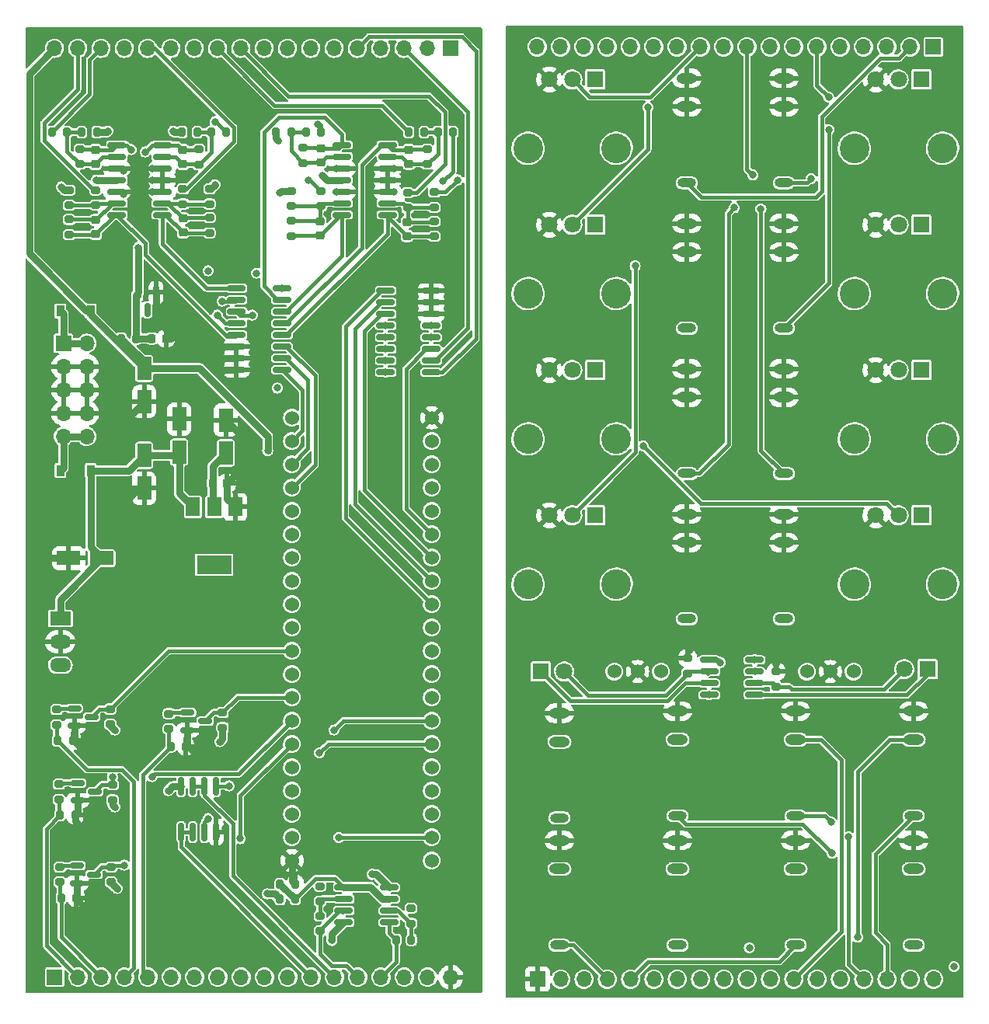
<source format=gtl>
G04 #@! TF.GenerationSoftware,KiCad,Pcbnew,(6.0.0-0)*
G04 #@! TF.CreationDate,2023-01-05T23:18:16-05:00*
G04 #@! TF.ProjectId,daisy_hardware_v1,64616973-795f-4686-9172-64776172655f,rev?*
G04 #@! TF.SameCoordinates,Original*
G04 #@! TF.FileFunction,Copper,L1,Top*
G04 #@! TF.FilePolarity,Positive*
%FSLAX46Y46*%
G04 Gerber Fmt 4.6, Leading zero omitted, Abs format (unit mm)*
G04 Created by KiCad (PCBNEW (6.0.0-0)) date 2023-01-05 23:18:16*
%MOMM*%
%LPD*%
G01*
G04 APERTURE LIST*
G04 Aperture macros list*
%AMRoundRect*
0 Rectangle with rounded corners*
0 $1 Rounding radius*
0 $2 $3 $4 $5 $6 $7 $8 $9 X,Y pos of 4 corners*
0 Add a 4 corners polygon primitive as box body*
4,1,4,$2,$3,$4,$5,$6,$7,$8,$9,$2,$3,0*
0 Add four circle primitives for the rounded corners*
1,1,$1+$1,$2,$3*
1,1,$1+$1,$4,$5*
1,1,$1+$1,$6,$7*
1,1,$1+$1,$8,$9*
0 Add four rect primitives between the rounded corners*
20,1,$1+$1,$2,$3,$4,$5,0*
20,1,$1+$1,$4,$5,$6,$7,0*
20,1,$1+$1,$6,$7,$8,$9,0*
20,1,$1+$1,$8,$9,$2,$3,0*%
G04 Aperture macros list end*
G04 #@! TA.AperFunction,ComponentPad*
%ADD10O,2.216000X1.108000*%
G04 #@! TD*
G04 #@! TA.AperFunction,ComponentPad*
%ADD11O,2.016000X1.008000*%
G04 #@! TD*
G04 #@! TA.AperFunction,SMDPad,CuDef*
%ADD12RoundRect,0.250000X0.550000X-1.050000X0.550000X1.050000X-0.550000X1.050000X-0.550000X-1.050000X0*%
G04 #@! TD*
G04 #@! TA.AperFunction,SMDPad,CuDef*
%ADD13RoundRect,0.200000X0.275000X-0.200000X0.275000X0.200000X-0.275000X0.200000X-0.275000X-0.200000X0*%
G04 #@! TD*
G04 #@! TA.AperFunction,SMDPad,CuDef*
%ADD14RoundRect,0.200000X-0.200000X-0.275000X0.200000X-0.275000X0.200000X0.275000X-0.200000X0.275000X0*%
G04 #@! TD*
G04 #@! TA.AperFunction,SMDPad,CuDef*
%ADD15RoundRect,0.225000X0.250000X-0.225000X0.250000X0.225000X-0.250000X0.225000X-0.250000X-0.225000X0*%
G04 #@! TD*
G04 #@! TA.AperFunction,SMDPad,CuDef*
%ADD16R,0.900000X1.200000*%
G04 #@! TD*
G04 #@! TA.AperFunction,SMDPad,CuDef*
%ADD17RoundRect,0.200000X-0.275000X0.200000X-0.275000X-0.200000X0.275000X-0.200000X0.275000X0.200000X0*%
G04 #@! TD*
G04 #@! TA.AperFunction,SMDPad,CuDef*
%ADD18RoundRect,0.225000X-0.250000X0.225000X-0.250000X-0.225000X0.250000X-0.225000X0.250000X0.225000X0*%
G04 #@! TD*
G04 #@! TA.AperFunction,ComponentPad*
%ADD19C,3.240000*%
G04 #@! TD*
G04 #@! TA.AperFunction,ComponentPad*
%ADD20R,1.800000X1.800000*%
G04 #@! TD*
G04 #@! TA.AperFunction,ComponentPad*
%ADD21C,1.800000*%
G04 #@! TD*
G04 #@! TA.AperFunction,SMDPad,CuDef*
%ADD22RoundRect,0.250000X-0.550000X1.050000X-0.550000X-1.050000X0.550000X-1.050000X0.550000X1.050000X0*%
G04 #@! TD*
G04 #@! TA.AperFunction,SMDPad,CuDef*
%ADD23RoundRect,0.200000X0.200000X0.275000X-0.200000X0.275000X-0.200000X-0.275000X0.200000X-0.275000X0*%
G04 #@! TD*
G04 #@! TA.AperFunction,SMDPad,CuDef*
%ADD24RoundRect,0.150000X-0.587500X-0.150000X0.587500X-0.150000X0.587500X0.150000X-0.587500X0.150000X0*%
G04 #@! TD*
G04 #@! TA.AperFunction,SMDPad,CuDef*
%ADD25RoundRect,0.225000X-0.225000X-0.250000X0.225000X-0.250000X0.225000X0.250000X-0.225000X0.250000X0*%
G04 #@! TD*
G04 #@! TA.AperFunction,ComponentPad*
%ADD26R,1.700000X1.700000*%
G04 #@! TD*
G04 #@! TA.AperFunction,ComponentPad*
%ADD27O,1.700000X1.700000*%
G04 #@! TD*
G04 #@! TA.AperFunction,SMDPad,CuDef*
%ADD28RoundRect,0.150000X-0.150000X0.587500X-0.150000X-0.587500X0.150000X-0.587500X0.150000X0.587500X0*%
G04 #@! TD*
G04 #@! TA.AperFunction,SMDPad,CuDef*
%ADD29RoundRect,0.150000X-0.825000X-0.150000X0.825000X-0.150000X0.825000X0.150000X-0.825000X0.150000X0*%
G04 #@! TD*
G04 #@! TA.AperFunction,SMDPad,CuDef*
%ADD30R,1.500000X2.000000*%
G04 #@! TD*
G04 #@! TA.AperFunction,SMDPad,CuDef*
%ADD31R,3.800000X2.000000*%
G04 #@! TD*
G04 #@! TA.AperFunction,SMDPad,CuDef*
%ADD32RoundRect,0.150000X0.825000X0.150000X-0.825000X0.150000X-0.825000X-0.150000X0.825000X-0.150000X0*%
G04 #@! TD*
G04 #@! TA.AperFunction,SMDPad,CuDef*
%ADD33RoundRect,0.250000X1.050000X0.550000X-1.050000X0.550000X-1.050000X-0.550000X1.050000X-0.550000X0*%
G04 #@! TD*
G04 #@! TA.AperFunction,ComponentPad*
%ADD34C,1.524000*%
G04 #@! TD*
G04 #@! TA.AperFunction,SMDPad,CuDef*
%ADD35RoundRect,0.150000X0.150000X-0.825000X0.150000X0.825000X-0.150000X0.825000X-0.150000X-0.825000X0*%
G04 #@! TD*
G04 #@! TA.AperFunction,ComponentPad*
%ADD36R,2.300000X1.500000*%
G04 #@! TD*
G04 #@! TA.AperFunction,ComponentPad*
%ADD37O,2.300000X1.500000*%
G04 #@! TD*
G04 #@! TA.AperFunction,ViaPad*
%ADD38C,0.800000*%
G04 #@! TD*
G04 #@! TA.AperFunction,Conductor*
%ADD39C,0.381000*%
G04 #@! TD*
G04 #@! TA.AperFunction,Conductor*
%ADD40C,0.762000*%
G04 #@! TD*
G04 APERTURE END LIST*
D10*
X107870333Y-294079999D03*
X107870333Y-297179999D03*
D11*
X107870333Y-305479999D03*
D12*
X57620000Y-319091000D03*
X57620000Y-315491000D03*
D10*
X118443666Y-278244000D03*
X118443666Y-281344000D03*
D11*
X118443666Y-289644000D03*
D13*
X39556000Y-365841000D03*
X39556000Y-364191000D03*
D14*
X63539200Y-366059000D03*
X65189200Y-366059000D03*
D15*
X52946800Y-287596000D03*
X52946800Y-286046000D03*
D16*
X39600000Y-303600000D03*
X42900000Y-303600000D03*
D10*
X107870333Y-309915998D03*
X107870333Y-313015998D03*
D11*
X107870333Y-321315998D03*
D17*
X117602000Y-342900000D03*
X117602000Y-344550000D03*
D18*
X77377600Y-293896200D03*
X77377600Y-295446200D03*
D19*
X135737000Y-285874000D03*
X126137000Y-285874000D03*
D20*
X133437000Y-278374000D03*
D21*
X130937000Y-278374000D03*
X128437000Y-278374000D03*
D17*
X45144000Y-364191000D03*
X45144000Y-365841000D03*
D22*
X48730000Y-319329800D03*
X48730000Y-322929800D03*
D15*
X77580800Y-287572200D03*
X77580800Y-286022200D03*
D17*
X45018000Y-346984000D03*
X45018000Y-348634000D03*
X67878000Y-369525000D03*
X67878000Y-371175000D03*
D20*
X91960000Y-342900000D03*
D21*
X94500000Y-342900000D03*
D13*
X51431000Y-349140000D03*
X51431000Y-347490000D03*
D10*
X119718666Y-347215000D03*
X119718666Y-350315000D03*
D11*
X119718666Y-358615000D03*
D13*
X79562000Y-287609000D03*
X79562000Y-285959000D03*
D23*
X77847000Y-372128000D03*
X76197000Y-372128000D03*
D19*
X100177000Y-317546000D03*
X90577000Y-317546000D03*
D20*
X97877000Y-310046000D03*
D21*
X95377000Y-310046000D03*
X92877000Y-310046000D03*
D17*
X64779200Y-290544200D03*
X64779200Y-292194200D03*
D15*
X43404800Y-287607400D03*
X43404800Y-286057400D03*
D19*
X100177000Y-301710000D03*
X90577000Y-301710000D03*
D20*
X97877000Y-294210000D03*
D21*
X95377000Y-294210000D03*
X92877000Y-294210000D03*
D10*
X93980000Y-361312000D03*
X93980000Y-364412000D03*
D11*
X93980000Y-372712000D03*
D13*
X39176000Y-348697000D03*
X39176000Y-347047000D03*
D17*
X55850800Y-293435000D03*
X55850800Y-295085000D03*
D14*
X38668200Y-284104800D03*
X40318200Y-284104800D03*
D17*
X52955200Y-290294400D03*
X52955200Y-291944400D03*
X67979600Y-290544200D03*
X67979600Y-292194200D03*
D15*
X67979600Y-287419800D03*
X67979600Y-285869800D03*
D17*
X80324000Y-290659000D03*
X80324000Y-292309000D03*
D24*
X41480166Y-355050000D03*
X41480166Y-356950000D03*
X43355166Y-356000000D03*
D17*
X64728400Y-293795400D03*
X64728400Y-295445400D03*
X80324000Y-293833000D03*
X80324000Y-295483000D03*
D10*
X107870333Y-325751998D03*
X107870333Y-328851998D03*
D11*
X107870333Y-337151998D03*
D19*
X135737000Y-301710000D03*
X126137000Y-301710000D03*
D20*
X133437000Y-294210000D03*
D21*
X130937000Y-294210000D03*
X128437000Y-294210000D03*
D17*
X43455600Y-290434600D03*
X43455600Y-292084600D03*
D14*
X52862600Y-284104800D03*
X54512600Y-284104800D03*
D16*
X42900000Y-321000000D03*
X39600000Y-321000000D03*
D14*
X51622000Y-351046000D03*
X53272000Y-351046000D03*
D25*
X56210000Y-322371000D03*
X57760000Y-322371000D03*
D26*
X39925000Y-307125000D03*
D27*
X42465000Y-307125000D03*
X39925000Y-309665000D03*
X42465000Y-309665000D03*
X39925000Y-312205000D03*
X42465000Y-312205000D03*
X39925000Y-314745000D03*
X42465000Y-314745000D03*
X39925000Y-317285000D03*
X42465000Y-317285000D03*
D18*
X52960000Y-293485000D03*
X52960000Y-295035000D03*
D23*
X68004000Y-284104800D03*
X66354000Y-284104800D03*
D14*
X39684000Y-367556000D03*
X41334000Y-367556000D03*
D10*
X107870333Y-278244000D03*
X107870333Y-281344000D03*
D11*
X107870333Y-289644000D03*
D12*
X48730000Y-313474200D03*
X48730000Y-309874200D03*
D28*
X50032000Y-301594500D03*
X48132000Y-301594500D03*
X49082000Y-303469500D03*
D29*
X45755800Y-285514000D03*
X45755800Y-286784000D03*
X45755800Y-288054000D03*
X45755800Y-289324000D03*
X45755800Y-290594000D03*
X45755800Y-291864000D03*
X45755800Y-293134000D03*
X50705800Y-293134000D03*
X50705800Y-291864000D03*
X50705800Y-290594000D03*
X50705800Y-289324000D03*
X50705800Y-288054000D03*
X50705800Y-286784000D03*
X50705800Y-285514000D03*
D17*
X57273000Y-347364000D03*
X57273000Y-349014000D03*
D10*
X118443666Y-294080000D03*
X118443666Y-297180000D03*
D11*
X118443666Y-305480000D03*
D14*
X63539200Y-367710000D03*
X65189200Y-367710000D03*
D12*
X52540000Y-318986000D03*
X52540000Y-315386000D03*
D10*
X118443666Y-309916000D03*
X118443666Y-313016000D03*
D11*
X118443666Y-321316000D03*
D24*
X41412500Y-364066000D03*
X41412500Y-365966000D03*
X43287500Y-365016000D03*
D30*
X58650000Y-324961000D03*
X56350000Y-324961000D03*
X54050000Y-324961000D03*
D31*
X56350000Y-331261000D03*
D10*
X93980000Y-347444500D03*
X93980000Y-350544500D03*
D11*
X93980000Y-358844500D03*
D17*
X77428400Y-290710600D03*
X77428400Y-292360600D03*
D24*
X53463000Y-347368000D03*
X53463000Y-349268000D03*
X55338000Y-348318000D03*
D17*
X107950000Y-341440000D03*
X107950000Y-343090000D03*
D10*
X106849333Y-361312000D03*
X106849333Y-364412000D03*
D11*
X106849333Y-372712000D03*
D19*
X90577000Y-333382000D03*
X100177000Y-333382000D03*
D20*
X97877000Y-325882000D03*
D21*
X95377000Y-325882000D03*
X92877000Y-325882000D03*
D32*
X80005000Y-310279000D03*
X80005000Y-309009000D03*
X80005000Y-307739000D03*
X80005000Y-306469000D03*
X80005000Y-305199000D03*
X80005000Y-303929000D03*
X80005000Y-302659000D03*
X80005000Y-301389000D03*
X75055000Y-301389000D03*
X75055000Y-302659000D03*
X75055000Y-303929000D03*
X75055000Y-305199000D03*
X75055000Y-306469000D03*
X75055000Y-307739000D03*
X75055000Y-309009000D03*
X75055000Y-310279000D03*
D18*
X43455600Y-293685000D03*
X43455600Y-295235000D03*
D13*
X54670000Y-287646000D03*
X54670000Y-285996000D03*
D29*
X58799000Y-301135000D03*
X58799000Y-302405000D03*
X58799000Y-303675000D03*
X58799000Y-304945000D03*
X58799000Y-306215000D03*
X58799000Y-307485000D03*
X58799000Y-308755000D03*
X58799000Y-310025000D03*
X63749000Y-310025000D03*
X63749000Y-308755000D03*
X63749000Y-307485000D03*
X63749000Y-306215000D03*
X63749000Y-304945000D03*
X63749000Y-303675000D03*
X63749000Y-302405000D03*
X63749000Y-301135000D03*
D25*
X49564000Y-306596000D03*
X51114000Y-306596000D03*
D13*
X41716000Y-287607400D03*
X41716000Y-285957400D03*
D33*
X44107200Y-330549800D03*
X40507200Y-330549800D03*
D13*
X39430000Y-356825000D03*
X39430000Y-355175000D03*
D24*
X41111000Y-346922000D03*
X41111000Y-348822000D03*
X42986000Y-347872000D03*
D23*
X57687600Y-284104800D03*
X56037600Y-284104800D03*
D19*
X126137000Y-333382000D03*
X135737000Y-333382000D03*
D20*
X133437000Y-325882000D03*
D21*
X130937000Y-325882000D03*
X128437000Y-325882000D03*
D32*
X115251000Y-345440000D03*
X115251000Y-344170000D03*
X115251000Y-342900000D03*
X115251000Y-341630000D03*
X110301000Y-341630000D03*
X110301000Y-342900000D03*
X110301000Y-344170000D03*
X110301000Y-345440000D03*
D14*
X77580800Y-284104800D03*
X79230800Y-284104800D03*
D10*
X119718666Y-361312000D03*
X119718666Y-364412000D03*
D11*
X119718666Y-372712000D03*
D17*
X45272000Y-355238000D03*
X45272000Y-356888000D03*
X77784000Y-368700000D03*
X77784000Y-370350000D03*
D34*
X99960000Y-342900000D03*
X102500000Y-342900000D03*
X105040000Y-342900000D03*
D10*
X118443666Y-325752000D03*
X118443666Y-328852000D03*
D11*
X118443666Y-337152000D03*
D32*
X75433000Y-370223000D03*
X75433000Y-368953000D03*
X75433000Y-367683000D03*
X75433000Y-366413000D03*
X70483000Y-366413000D03*
X70483000Y-367683000D03*
X70483000Y-368953000D03*
X70483000Y-370223000D03*
D10*
X132588000Y-347215000D03*
X132588000Y-350315000D03*
D11*
X132588000Y-358615000D03*
D19*
X100177000Y-285874000D03*
X90577000Y-285874000D03*
D20*
X97877000Y-278374000D03*
D21*
X95377000Y-278374000D03*
X92877000Y-278374000D03*
D17*
X40560000Y-293635000D03*
X40560000Y-295285000D03*
D18*
X67878000Y-293845400D03*
X67878000Y-295395400D03*
D17*
X55850800Y-290294400D03*
X55850800Y-291944400D03*
D35*
X52765000Y-360379000D03*
X54035000Y-360379000D03*
X55305000Y-360379000D03*
X56575000Y-360379000D03*
X56575000Y-355429000D03*
X55305000Y-355429000D03*
X54035000Y-355429000D03*
X52765000Y-355429000D03*
D14*
X39304000Y-350412000D03*
X40954000Y-350412000D03*
D10*
X106849333Y-347215000D03*
X106849333Y-350315000D03*
D11*
X106849333Y-358615000D03*
D19*
X126137000Y-317546000D03*
X135737000Y-317546000D03*
D20*
X133437000Y-310046000D03*
D21*
X130937000Y-310046000D03*
X128437000Y-310046000D03*
D14*
X46225000Y-306596000D03*
X47875000Y-306596000D03*
D13*
X66049200Y-287469800D03*
X66049200Y-285819800D03*
D17*
X40560000Y-290434600D03*
X40560000Y-292084600D03*
D29*
X70292000Y-285514000D03*
X70292000Y-286784000D03*
X70292000Y-288054000D03*
X70292000Y-289324000D03*
X70292000Y-290594000D03*
X70292000Y-291864000D03*
X70292000Y-293134000D03*
X75242000Y-293134000D03*
X75242000Y-291864000D03*
X75242000Y-290594000D03*
X75242000Y-289324000D03*
X75242000Y-288054000D03*
X75242000Y-286784000D03*
X75242000Y-285514000D03*
D17*
X67878000Y-366286000D03*
X67878000Y-367936000D03*
D23*
X82380400Y-284104800D03*
X80730400Y-284104800D03*
D10*
X132588000Y-361312000D03*
X132588000Y-364412000D03*
D11*
X132588000Y-372712000D03*
D20*
X134100000Y-342646000D03*
D21*
X131560000Y-342646000D03*
D36*
X39586000Y-337128400D03*
D37*
X39586000Y-339668400D03*
X39586000Y-342208400D03*
D34*
X64830000Y-315232000D03*
X64830000Y-317772000D03*
X64830000Y-320312000D03*
X64830000Y-322852000D03*
X64830000Y-325392000D03*
X64830000Y-327932000D03*
X64830000Y-330472000D03*
X64830000Y-333012000D03*
X64830000Y-335552000D03*
X64830000Y-338092000D03*
X64830000Y-340632000D03*
X64830000Y-343172000D03*
X64830000Y-345712000D03*
X64830000Y-348252000D03*
X64830000Y-350792000D03*
X64830000Y-353332000D03*
X64830000Y-355872000D03*
X64830000Y-358412000D03*
X64830000Y-360952000D03*
X64830000Y-363492000D03*
X80070000Y-363492000D03*
X80070000Y-360952000D03*
X80070000Y-358412000D03*
X80070000Y-355872000D03*
X80070000Y-353332000D03*
X80070000Y-350792000D03*
X80070000Y-348252000D03*
X80070000Y-345712000D03*
X80070000Y-343172000D03*
X80070000Y-340632000D03*
X80070000Y-338092000D03*
X80070000Y-335552000D03*
X80070000Y-333012000D03*
X80070000Y-330472000D03*
X80070000Y-327932000D03*
X80070000Y-325392000D03*
X80070000Y-322852000D03*
X80070000Y-320312000D03*
X80070000Y-317772000D03*
X80070000Y-315232000D03*
D23*
X43571800Y-284104800D03*
X41921800Y-284104800D03*
D14*
X39558000Y-358540000D03*
X41208000Y-358540000D03*
X63090600Y-284104800D03*
X64740600Y-284104800D03*
D34*
X126040000Y-342900000D03*
X123500000Y-342900000D03*
X120960000Y-342900000D03*
D26*
X38976400Y-376193600D03*
D27*
X41516400Y-376193600D03*
X44056400Y-376193600D03*
X46596400Y-376193600D03*
X49136400Y-376193600D03*
X51676400Y-376193600D03*
X54216400Y-376193600D03*
X56756400Y-376193600D03*
X59296400Y-376193600D03*
X61836400Y-376193600D03*
X64376400Y-376193600D03*
X66916400Y-376193600D03*
X69456400Y-376193600D03*
X71996400Y-376193600D03*
X74536400Y-376193600D03*
X77076400Y-376193600D03*
X79616400Y-376193600D03*
X82156400Y-376193600D03*
D26*
X82126400Y-274975000D03*
D27*
X79586400Y-274975000D03*
X77046400Y-274975000D03*
X74506400Y-274975000D03*
X71966400Y-274975000D03*
X69426400Y-274975000D03*
X66886400Y-274975000D03*
X64346400Y-274975000D03*
X61806400Y-274975000D03*
X59266400Y-274975000D03*
X56726400Y-274975000D03*
X54186400Y-274975000D03*
X51646400Y-274975000D03*
X49106400Y-274975000D03*
X46566400Y-274975000D03*
X44026400Y-274975000D03*
X41486400Y-274975000D03*
X38946400Y-274975000D03*
D26*
X91592400Y-376428000D03*
D27*
X94132400Y-376428000D03*
X96672400Y-376428000D03*
X99212400Y-376428000D03*
X101752400Y-376428000D03*
X104292400Y-376428000D03*
X106832400Y-376428000D03*
X109372400Y-376428000D03*
X111912400Y-376428000D03*
X114452400Y-376428000D03*
X116992400Y-376428000D03*
X119532400Y-376428000D03*
X122072400Y-376428000D03*
X124612400Y-376428000D03*
X127152400Y-376428000D03*
X129692400Y-376428000D03*
X132232400Y-376428000D03*
X134772400Y-376428000D03*
D26*
X134742400Y-274828000D03*
D27*
X132202400Y-274828000D03*
X129662400Y-274828000D03*
X127122400Y-274828000D03*
X124582400Y-274828000D03*
X122042400Y-274828000D03*
X119502400Y-274828000D03*
X116962400Y-274828000D03*
X114422400Y-274828000D03*
X111882400Y-274828000D03*
X109342400Y-274828000D03*
X106802400Y-274828000D03*
X104262400Y-274828000D03*
X101722400Y-274828000D03*
X99182400Y-274828000D03*
X96642400Y-274828000D03*
X94102400Y-274828000D03*
X91562400Y-274828000D03*
D38*
X75908000Y-290621000D03*
X134899400Y-360857800D03*
X46514000Y-290848000D03*
X117602000Y-342138000D03*
X38112800Y-330727600D03*
X69685000Y-290621000D03*
X41716000Y-351046000D03*
X41716000Y-368064000D03*
X46825000Y-324276000D03*
X57210000Y-308882000D03*
X41462000Y-359428000D03*
X49618000Y-290594000D03*
X47460000Y-314751000D03*
X75908000Y-288081000D03*
X69685000Y-288081000D03*
X46514000Y-288308000D03*
X51876000Y-306342000D03*
X49618000Y-288054000D03*
X49618000Y-289324000D03*
X54952000Y-352422180D03*
X57210000Y-310152000D03*
X57569200Y-359963000D03*
X108204000Y-340614000D03*
X57210000Y-307612000D03*
X45272000Y-354376000D03*
X49590000Y-354348000D03*
X115300000Y-342900000D03*
X59197480Y-361106000D03*
X46542000Y-364000000D03*
X73600000Y-365000000D03*
X62192000Y-318840400D03*
X115251000Y-341630000D03*
X110301000Y-345440000D03*
X69200000Y-372200000D03*
X48730000Y-319329800D03*
X39586000Y-337128400D03*
X45526000Y-349268000D03*
X51368000Y-355872000D03*
X45526000Y-357650000D03*
X63233400Y-312007800D03*
X43494000Y-289324000D03*
X68132000Y-288816000D03*
X45780000Y-366540000D03*
X55686000Y-299230000D03*
X60992000Y-299484000D03*
X56956000Y-350538000D03*
X111500000Y-341900000D03*
X60512000Y-304056000D03*
X48828000Y-286276000D03*
X57210000Y-302532000D03*
X56702000Y-304056000D03*
X47304000Y-286022000D03*
X123698000Y-362712000D03*
X67827385Y-351757385D03*
X55686000Y-358920000D03*
X57972000Y-355364000D03*
X69402000Y-349268000D03*
X123571000Y-359283000D03*
X125504000Y-360934000D03*
X113030000Y-292354000D03*
X121412000Y-289179000D03*
X123345000Y-283845000D03*
X123317000Y-280289000D03*
X115938115Y-292468115D03*
X67878000Y-366286000D03*
X77784000Y-368700000D03*
X75055000Y-306469000D03*
X75055000Y-307739000D03*
X75055000Y-309009000D03*
X75055000Y-305199000D03*
X80005000Y-305199000D03*
X80005000Y-306469000D03*
X136982200Y-375056400D03*
X115062000Y-288798000D03*
X67624000Y-283256000D03*
X66608000Y-289324000D03*
X56448000Y-282974000D03*
X51876000Y-283990000D03*
X63462000Y-290748000D03*
X82892000Y-289324000D03*
X48066000Y-296690000D03*
X44764000Y-283990000D03*
X63335000Y-285033000D03*
X56448000Y-289832000D03*
X39684000Y-290086000D03*
X81312000Y-289478000D03*
X57620000Y-319091000D03*
X62141200Y-367125800D03*
X75055000Y-310279000D03*
X63749000Y-301135000D03*
X114681000Y-372999000D03*
X126492000Y-371856000D03*
X103632000Y-281432000D03*
X102235000Y-298704000D03*
X103124000Y-318338000D03*
X69939000Y-360979000D03*
D39*
X46260000Y-288054000D02*
X46514000Y-288308000D01*
D40*
X57760000Y-322371000D02*
X57760000Y-324071000D01*
X48171200Y-322929800D02*
X46825000Y-324276000D01*
D39*
X50705800Y-290594000D02*
X49618000Y-290594000D01*
X45755800Y-290594000D02*
X46260000Y-290594000D01*
D40*
X57760000Y-322371000D02*
X59851520Y-320279480D01*
X41208000Y-358540000D02*
X41208000Y-359174000D01*
X53463000Y-350855000D02*
X53272000Y-351046000D01*
X58799000Y-308755000D02*
X57337000Y-308755000D01*
D39*
X56575000Y-360379000D02*
X57153200Y-360379000D01*
D40*
X53272000Y-351046000D02*
X53575820Y-351046000D01*
X57337000Y-307485000D02*
X57210000Y-307612000D01*
X64830000Y-363492000D02*
X64830000Y-365699800D01*
X59851520Y-320279480D02*
X59851520Y-317722520D01*
X41208000Y-359174000D02*
X41462000Y-359428000D01*
X41111000Y-348822000D02*
X41111000Y-350255000D01*
X38290600Y-330549800D02*
X38112800Y-330727600D01*
X58799000Y-310025000D02*
X57337000Y-310025000D01*
X57337000Y-308755000D02*
X57210000Y-308882000D01*
D39*
X56702000Y-360379000D02*
X56702000Y-360847703D01*
D40*
X57337000Y-310025000D02*
X57210000Y-310152000D01*
D39*
X107950000Y-341440000D02*
X107950000Y-340868000D01*
X46260000Y-290594000D02*
X46514000Y-290848000D01*
D40*
X50032000Y-304498000D02*
X51876000Y-306342000D01*
X41480166Y-358267834D02*
X41208000Y-358540000D01*
X53463000Y-349268000D02*
X53463000Y-350855000D01*
X59851520Y-317722520D02*
X57620000Y-315491000D01*
X48730000Y-313481000D02*
X47460000Y-314751000D01*
X41412500Y-367477500D02*
X41334000Y-367556000D01*
X48730000Y-313474200D02*
X48730000Y-313481000D01*
D39*
X45755800Y-288054000D02*
X46260000Y-288054000D01*
D40*
X50032000Y-301594500D02*
X50032000Y-304498000D01*
X41334000Y-367556000D02*
X41334000Y-367682000D01*
X64830000Y-365699800D02*
X65189200Y-366059000D01*
X48730000Y-322929800D02*
X48171200Y-322929800D01*
X41412500Y-365966000D02*
X41412500Y-367477500D01*
X41480166Y-356950000D02*
X41480166Y-358267834D01*
X41082000Y-350412000D02*
X41716000Y-351046000D01*
X51114000Y-306596000D02*
X51622000Y-306596000D01*
D39*
X132588000Y-361312000D02*
X134546800Y-361312000D01*
D40*
X57760000Y-324071000D02*
X58650000Y-324961000D01*
X53575820Y-351046000D02*
X54952000Y-352422180D01*
X40954000Y-350412000D02*
X41082000Y-350412000D01*
X58799000Y-307485000D02*
X57337000Y-307485000D01*
D39*
X107950000Y-340868000D02*
X108204000Y-340614000D01*
X50705800Y-288054000D02*
X49618000Y-288054000D01*
D40*
X51622000Y-306596000D02*
X51876000Y-306342000D01*
X41334000Y-367682000D02*
X41716000Y-368064000D01*
D39*
X134546800Y-361312000D02*
X134899400Y-360959400D01*
D40*
X58650000Y-324961000D02*
X58650000Y-324036000D01*
D39*
X117602000Y-342900000D02*
X117602000Y-342138000D01*
X50705800Y-289324000D02*
X49618000Y-289324000D01*
D40*
X41111000Y-350255000D02*
X40954000Y-350412000D01*
D39*
X57153200Y-360379000D02*
X57569200Y-359963000D01*
X134899400Y-360959400D02*
X134899400Y-360857800D01*
D40*
X40507200Y-330549800D02*
X38290600Y-330549800D01*
D39*
X53463000Y-347368000D02*
X51553000Y-347368000D01*
X51553000Y-347368000D02*
X51431000Y-347490000D01*
X57273000Y-347364000D02*
X58925000Y-345712000D01*
X57273000Y-347364000D02*
X56292000Y-347364000D01*
X58925000Y-345712000D02*
X64830000Y-345712000D01*
X56292000Y-347364000D02*
X55338000Y-348318000D01*
X39555000Y-355050000D02*
X39430000Y-355175000D01*
X41480166Y-355050000D02*
X39555000Y-355050000D01*
X59018020Y-354063980D02*
X49874020Y-354063980D01*
X49874020Y-354063980D02*
X49590000Y-354348000D01*
X45272000Y-355238000D02*
X44117166Y-355238000D01*
X45272000Y-354376000D02*
X45272000Y-355238000D01*
X64830000Y-348252000D02*
X59018020Y-354063980D01*
X44117166Y-355238000D02*
X43355166Y-356000000D01*
X41111000Y-346922000D02*
X39301000Y-346922000D01*
X39301000Y-346922000D02*
X39176000Y-347047000D01*
X115251000Y-342900000D02*
X115300000Y-342900000D01*
X117907666Y-374523000D02*
X119718666Y-372712000D01*
X101752400Y-376428000D02*
X103657400Y-374523000D01*
X103657400Y-374523000D02*
X117907666Y-374523000D01*
X41412500Y-364066000D02*
X39681000Y-364066000D01*
X39681000Y-364066000D02*
X39556000Y-364191000D01*
X44112500Y-364191000D02*
X43287500Y-365016000D01*
X46542000Y-364000000D02*
X45335000Y-364000000D01*
X59197480Y-356424520D02*
X64830000Y-350792000D01*
X45335000Y-364000000D02*
X45144000Y-364191000D01*
X45144000Y-364191000D02*
X44112500Y-364191000D01*
X59197480Y-361106000D02*
X59197480Y-356424520D01*
D40*
X48730000Y-309101000D02*
X46225000Y-306596000D01*
X42900000Y-303600000D02*
X42900000Y-304044200D01*
X48730000Y-309874200D02*
X48730000Y-309101000D01*
X42455800Y-303600000D02*
X36195000Y-297339200D01*
X42900000Y-303600000D02*
X42455800Y-303600000D01*
X62192000Y-317288468D02*
X62192000Y-318840400D01*
X48730000Y-309874200D02*
X54777732Y-309874200D01*
X54777732Y-309874200D02*
X62192000Y-317288468D01*
X42900000Y-304044200D02*
X48730000Y-309874200D01*
X75433000Y-366413000D02*
X74020000Y-365000000D01*
X73600000Y-365000000D02*
X74020000Y-365000000D01*
X38946400Y-274975000D02*
X36195000Y-277726400D01*
X36195000Y-277726400D02*
X36195000Y-297339200D01*
X48730000Y-319329800D02*
X52196200Y-319329800D01*
X52540000Y-318986000D02*
X52540000Y-323451000D01*
X42900000Y-321000000D02*
X47059800Y-321000000D01*
X69200000Y-371506000D02*
X70483000Y-370223000D01*
X44107200Y-330549800D02*
X39586000Y-335071000D01*
X39586000Y-335071000D02*
X39586000Y-337128400D01*
X52540000Y-323451000D02*
X54050000Y-324961000D01*
X52196200Y-319329800D02*
X52540000Y-318986000D01*
X42900000Y-329342600D02*
X44107200Y-330549800D01*
X47059800Y-321000000D02*
X48730000Y-319329800D01*
X42900000Y-321000000D02*
X42900000Y-329342600D01*
X39537500Y-337079900D02*
X39586000Y-337128400D01*
X69200000Y-372200000D02*
X69200000Y-371506000D01*
X39925000Y-307125000D02*
X42465000Y-307125000D01*
X39925000Y-303925000D02*
X39600000Y-303600000D01*
X39925000Y-307125000D02*
X39925000Y-303925000D01*
X39925000Y-317285000D02*
X42465000Y-317285000D01*
X39925000Y-317285000D02*
X39925000Y-320675000D01*
X39925000Y-320675000D02*
X39600000Y-321000000D01*
X52765000Y-355429000D02*
X51811000Y-355429000D01*
X45272000Y-357396000D02*
X45526000Y-357650000D01*
X68640000Y-289324000D02*
X68132000Y-288816000D01*
X51811000Y-355429000D02*
X51368000Y-355872000D01*
X57273000Y-349014000D02*
X57273000Y-350221000D01*
X57273000Y-350221000D02*
X56956000Y-350538000D01*
X70292000Y-289324000D02*
X68640000Y-289324000D01*
X45018000Y-348634000D02*
X45018000Y-348760000D01*
X45272000Y-356888000D02*
X45272000Y-357396000D01*
X45018000Y-348760000D02*
X45526000Y-349268000D01*
X45144000Y-365904000D02*
X45780000Y-366540000D01*
X45755800Y-289324000D02*
X43494000Y-289324000D01*
X45144000Y-365841000D02*
X45144000Y-365904000D01*
D39*
X110301000Y-341630000D02*
X111230000Y-341630000D01*
X95496400Y-372712000D02*
X93980000Y-372712000D01*
X111230000Y-341630000D02*
X111500000Y-341900000D01*
X99212400Y-376428000D02*
X95496400Y-372712000D01*
X75433000Y-368953000D02*
X76387000Y-368953000D01*
X76387000Y-368953000D02*
X77784000Y-370350000D01*
X77784000Y-370350000D02*
X77784000Y-372065000D01*
X77784000Y-372065000D02*
X77847000Y-372128000D01*
X65189200Y-367665386D02*
X67379786Y-365474800D01*
X69544800Y-365474800D02*
X70483000Y-366413000D01*
X67379786Y-365474800D02*
X69544800Y-365474800D01*
D40*
X74694889Y-367683000D02*
X75433000Y-367683000D01*
X63539200Y-366059000D02*
X63539200Y-366060000D01*
X70483000Y-366413000D02*
X73424889Y-366413000D01*
X73424889Y-366413000D02*
X74694889Y-367683000D01*
X63539200Y-366060000D02*
X65189200Y-367710000D01*
D39*
X65189200Y-367710000D02*
X65189200Y-367665386D01*
X70483000Y-367683000D02*
X68131000Y-367683000D01*
X67878000Y-369525000D02*
X67878000Y-367936000D01*
X68131000Y-367683000D02*
X67878000Y-367936000D01*
X43874000Y-346984000D02*
X42986000Y-347872000D01*
X45018000Y-346984000D02*
X43874000Y-346984000D01*
X64830000Y-340632000D02*
X51370000Y-340632000D01*
X51370000Y-340632000D02*
X45018000Y-346984000D01*
X77276000Y-309898000D02*
X77276000Y-325138000D01*
X80070000Y-327932000D02*
X77276000Y-325138000D01*
X79435000Y-307739000D02*
X77276000Y-309898000D01*
X80005000Y-307739000D02*
X79435000Y-307739000D01*
X61782000Y-300906703D02*
X63280297Y-302405000D01*
X67979600Y-285869800D02*
X69936200Y-285869800D01*
X68386000Y-282466000D02*
X63419986Y-282466000D01*
X63419986Y-282466000D02*
X61782000Y-284103986D01*
X67929600Y-285819800D02*
X67979600Y-285869800D01*
X63749000Y-302405000D02*
X63280297Y-302405000D01*
X70292000Y-285514000D02*
X70292000Y-284372000D01*
X69936200Y-285869800D02*
X70292000Y-285514000D01*
X63749000Y-302405000D02*
X64217703Y-302405000D01*
X66049200Y-285819800D02*
X67929600Y-285819800D01*
X61782000Y-284103986D02*
X61782000Y-300906703D01*
X70292000Y-284372000D02*
X68386000Y-282466000D01*
X70672000Y-326154000D02*
X80070000Y-335552000D01*
X75055000Y-301389000D02*
X74586297Y-301389000D01*
X74586297Y-301389000D02*
X70672000Y-305303297D01*
X70672000Y-305303297D02*
X70672000Y-326154000D01*
X75242000Y-293310600D02*
X77377600Y-295446200D01*
X63749000Y-306215000D02*
X64217703Y-306215000D01*
X64217703Y-306215000D02*
X75242000Y-295190703D01*
X80287200Y-295446200D02*
X80324000Y-295483000D01*
X77377600Y-295446200D02*
X80287200Y-295446200D01*
X75242000Y-295190703D02*
X75242000Y-293134000D01*
X75242000Y-293134000D02*
X75242000Y-293310600D01*
X80070000Y-333012000D02*
X71688000Y-324630000D01*
X71688000Y-324630000D02*
X71688000Y-305557297D01*
X71688000Y-305557297D02*
X74586297Y-302659000D01*
X74586297Y-302659000D02*
X75055000Y-302659000D01*
X74586297Y-303929000D02*
X72704000Y-305811297D01*
X72704000Y-305811297D02*
X72704000Y-323106000D01*
X72704000Y-323106000D02*
X80070000Y-330472000D01*
X75055000Y-303929000D02*
X74586297Y-303929000D01*
X60512000Y-304056000D02*
X59180000Y-304056000D01*
X59180000Y-304056000D02*
X58799000Y-303675000D01*
X77580800Y-286022200D02*
X75750200Y-286022200D01*
X72450000Y-296712703D02*
X64217703Y-304945000D01*
X72450000Y-287634703D02*
X72450000Y-296712703D01*
X64217703Y-304945000D02*
X63749000Y-304945000D01*
X75750200Y-286022200D02*
X75242000Y-285514000D01*
X75242000Y-285514000D02*
X74570703Y-285514000D01*
X77644000Y-285959000D02*
X77580800Y-286022200D01*
X79562000Y-285959000D02*
X77644000Y-285959000D01*
X74570703Y-285514000D02*
X72450000Y-287634703D01*
X49590000Y-285514000D02*
X48828000Y-286276000D01*
X50705800Y-285514000D02*
X49590000Y-285514000D01*
X58672000Y-302532000D02*
X58799000Y-302405000D01*
X52946800Y-286046000D02*
X54620000Y-286046000D01*
X54620000Y-286046000D02*
X54670000Y-285996000D01*
X52414800Y-285514000D02*
X52946800Y-286046000D01*
X50705800Y-285514000D02*
X52414800Y-285514000D01*
X57210000Y-302532000D02*
X58672000Y-302532000D01*
X70292000Y-297600703D02*
X70292000Y-293134000D01*
X70139400Y-293134000D02*
X67878000Y-295395400D01*
X63749000Y-303675000D02*
X64217703Y-303675000D01*
X64778400Y-295395400D02*
X64728400Y-295445400D01*
X64217703Y-303675000D02*
X70292000Y-297600703D01*
X70292000Y-293134000D02*
X70139400Y-293134000D01*
X67878000Y-295395400D02*
X64778400Y-295395400D01*
X41716000Y-285957400D02*
X43304800Y-285957400D01*
X57591000Y-304945000D02*
X58799000Y-304945000D01*
X45212400Y-286057400D02*
X45755800Y-285514000D01*
X56702000Y-304056000D02*
X57591000Y-304945000D01*
X43304800Y-285957400D02*
X43404800Y-286057400D01*
X43404800Y-286057400D02*
X45212400Y-286057400D01*
X45755800Y-285514000D02*
X46796000Y-285514000D01*
X46796000Y-285514000D02*
X47304000Y-286022000D01*
X63749000Y-310025000D02*
X65982011Y-312258011D01*
X65982011Y-316619989D02*
X64830000Y-317772000D01*
X65982011Y-312258011D02*
X65982011Y-316619989D01*
X43405600Y-295285000D02*
X43455600Y-295235000D01*
X45755800Y-293134000D02*
X45556600Y-293134000D01*
X58672000Y-306342000D02*
X58799000Y-306215000D01*
X48856011Y-297480011D02*
X57718000Y-306342000D01*
X48856011Y-296234211D02*
X48856011Y-297480011D01*
X57718000Y-306342000D02*
X58672000Y-306342000D01*
X45755800Y-293134000D02*
X48856011Y-296234211D01*
X45556600Y-293134000D02*
X43455600Y-295235000D01*
X40560000Y-295285000D02*
X43405600Y-295285000D01*
X55559000Y-301135000D02*
X58799000Y-301135000D01*
X55850800Y-295085000D02*
X53010000Y-295085000D01*
X55960297Y-295085000D02*
X55850800Y-295085000D01*
X51059000Y-293134000D02*
X52960000Y-295035000D01*
X50705800Y-293134000D02*
X51059000Y-293134000D01*
X50705800Y-296281800D02*
X55559000Y-301135000D01*
X53010000Y-295085000D02*
X52960000Y-295035000D01*
X50705800Y-293134000D02*
X50705800Y-296281800D01*
X41921800Y-284104800D02*
X40318200Y-284104800D01*
X43404800Y-287607400D02*
X44228200Y-286784000D01*
X40318200Y-286209600D02*
X41716000Y-287607400D01*
X44228200Y-286784000D02*
X45755800Y-286784000D01*
X41716000Y-287607400D02*
X43404800Y-287607400D01*
X40318200Y-284104800D02*
X40318200Y-286209600D01*
X45276600Y-291864000D02*
X45755800Y-291864000D01*
X43455600Y-292084600D02*
X40560000Y-292084600D01*
X40560000Y-293635000D02*
X43405600Y-293635000D01*
X43455600Y-293685000D02*
X45276600Y-291864000D01*
X45755800Y-291864000D02*
X43676200Y-291864000D01*
X43676200Y-291864000D02*
X43455600Y-292084600D01*
X43405600Y-293635000D02*
X43455600Y-293685000D01*
X52874800Y-291864000D02*
X52955200Y-291944400D01*
X55850800Y-293435000D02*
X53010000Y-293435000D01*
X55850800Y-291944400D02*
X52955200Y-291944400D01*
X52960000Y-293485000D02*
X51339000Y-291864000D01*
X51339000Y-291864000D02*
X50705800Y-291864000D01*
X50705800Y-291864000D02*
X52874800Y-291864000D01*
X53010000Y-293435000D02*
X52960000Y-293485000D01*
X50705800Y-286784000D02*
X52134800Y-286784000D01*
X54620000Y-287596000D02*
X54670000Y-287646000D01*
X56037600Y-286278400D02*
X54670000Y-287646000D01*
X54512600Y-284104800D02*
X56037600Y-284104800D01*
X56037600Y-284104800D02*
X56037600Y-286278400D01*
X52946800Y-287596000D02*
X54620000Y-287596000D01*
X52134800Y-286784000D02*
X52946800Y-287596000D01*
X67979600Y-287419800D02*
X66099200Y-287419800D01*
X66099200Y-287419800D02*
X66049200Y-287469800D01*
X70292000Y-286784000D02*
X68615400Y-286784000D01*
X66049200Y-287469800D02*
X64740600Y-286161200D01*
X64740600Y-286161200D02*
X64740600Y-284104800D01*
X68615400Y-286784000D02*
X67979600Y-287419800D01*
X64740600Y-284104800D02*
X66354000Y-284104800D01*
X80260800Y-293896200D02*
X80324000Y-293833000D01*
X77480000Y-292309000D02*
X77428400Y-292360600D01*
X77428400Y-292360600D02*
X77428400Y-293845400D01*
X76931800Y-291864000D02*
X77428400Y-292360600D01*
X77377600Y-293896200D02*
X80260800Y-293896200D01*
X75242000Y-291864000D02*
X76931800Y-291864000D01*
X80324000Y-292309000D02*
X77480000Y-292309000D01*
X77428400Y-293845400D02*
X77377600Y-293896200D01*
X76792600Y-286784000D02*
X77580800Y-287572200D01*
X80730400Y-284104800D02*
X80730400Y-286440600D01*
X79230800Y-284104800D02*
X80730400Y-284104800D01*
X80730400Y-286440600D02*
X79562000Y-287609000D01*
X77580800Y-287572200D02*
X79525200Y-287572200D01*
X75242000Y-286784000D02*
X76792600Y-286784000D01*
X79525200Y-287572200D02*
X79562000Y-287609000D01*
X107743353Y-359509020D02*
X120495020Y-359509020D01*
X106849333Y-358615000D02*
X107743353Y-359509020D01*
X120495020Y-359509020D02*
X123698000Y-362712000D01*
X55305000Y-360379000D02*
X55305000Y-359301000D01*
X68792770Y-350792000D02*
X67827385Y-351757385D01*
X80070000Y-350792000D02*
X68792770Y-350792000D01*
X55305000Y-359301000D02*
X55686000Y-358920000D01*
X69402000Y-349268000D02*
X70418000Y-348252000D01*
X70418000Y-348252000D02*
X80070000Y-348252000D01*
X56640000Y-355364000D02*
X56575000Y-355429000D01*
X57972000Y-355364000D02*
X56640000Y-355364000D01*
X104960000Y-343090000D02*
X104770000Y-342900000D01*
X125504000Y-374779600D02*
X127152400Y-376428000D01*
X125504000Y-360934000D02*
X125504000Y-374779600D01*
X122903000Y-358615000D02*
X123571000Y-359283000D01*
X119718666Y-358615000D02*
X122903000Y-358615000D01*
X129692400Y-372643400D02*
X128397000Y-371348000D01*
X129692400Y-376428000D02*
X129692400Y-372643400D01*
X128397000Y-362806000D02*
X132588000Y-358615000D01*
X128397000Y-371348000D02*
X128397000Y-362806000D01*
X128918637Y-276068011D02*
X122555000Y-282431648D01*
X122555000Y-290576000D02*
X121920000Y-291211000D01*
X132202400Y-274828000D02*
X130962389Y-276068011D01*
X109437333Y-291211000D02*
X107870333Y-289644000D01*
X122555000Y-282431648D02*
X122555000Y-290576000D01*
X130962389Y-276068011D02*
X128918637Y-276068011D01*
X121920000Y-291211000D02*
X109437333Y-291211000D01*
X112395000Y-292989000D02*
X113030000Y-292354000D01*
X112395000Y-313297001D02*
X112395000Y-292989000D01*
X109214002Y-321315998D02*
X107870333Y-321315998D01*
X112395000Y-318135000D02*
X109214002Y-321315998D01*
X112395000Y-313297001D02*
X112395000Y-318135000D01*
X120947000Y-289644000D02*
X121412000Y-289179000D01*
X118443666Y-289644000D02*
X120820000Y-289644000D01*
X120820000Y-289644000D02*
X120947000Y-289644000D01*
X123345000Y-300578666D02*
X118443666Y-305480000D01*
X123345000Y-283845000D02*
X123345000Y-300578666D01*
X122042400Y-279014400D02*
X123317000Y-280289000D01*
X122042400Y-274828000D02*
X122042400Y-279014400D01*
X115938115Y-318810449D02*
X115938115Y-292468115D01*
X118443666Y-321316000D02*
X115938115Y-318810449D01*
X68309800Y-291864000D02*
X67979600Y-292194200D01*
X67878000Y-293845400D02*
X67878000Y-292295800D01*
X67979600Y-292194200D02*
X64779200Y-292194200D01*
X64728400Y-293795400D02*
X67828000Y-293795400D01*
X67878000Y-292295800D02*
X67979600Y-292194200D01*
X67828000Y-293795400D02*
X67878000Y-293845400D01*
X70292000Y-291864000D02*
X68309800Y-291864000D01*
X66562531Y-318579469D02*
X64830000Y-320312000D01*
X64217703Y-308755000D02*
X66562531Y-311099828D01*
X66562531Y-311099828D02*
X66562531Y-318579469D01*
X63749000Y-308755000D02*
X64217703Y-308755000D01*
X67370000Y-310637297D02*
X67370000Y-320312000D01*
X64217703Y-307485000D02*
X67370000Y-310637297D01*
X63749000Y-307485000D02*
X64217703Y-307485000D01*
X67370000Y-320312000D02*
X64830000Y-322852000D01*
X83366411Y-273734989D02*
X73206411Y-273734989D01*
X81213000Y-310279000D02*
X84896000Y-306596000D01*
X73206411Y-273734989D02*
X71966400Y-274975000D01*
X80005000Y-310279000D02*
X81213000Y-310279000D01*
X84896000Y-306596000D02*
X84896000Y-275264578D01*
X84896000Y-275264578D02*
X83366411Y-273734989D01*
X84019351Y-281947951D02*
X84019351Y-305463351D01*
X80473703Y-309009000D02*
X84019351Y-305463351D01*
X77046400Y-274975000D02*
X84019351Y-281947951D01*
X80473703Y-309009000D02*
X80005000Y-309009000D01*
X54035000Y-355429000D02*
X55305000Y-355429000D01*
X58407480Y-359480480D02*
X55305000Y-356378000D01*
X58407480Y-365144680D02*
X58407480Y-359480480D01*
X69456400Y-376193600D02*
X58407480Y-365144680D01*
X55305000Y-356378000D02*
X55305000Y-355429000D01*
X52765000Y-360379000D02*
X52765000Y-362042200D01*
X52765000Y-362042200D02*
X66916400Y-376193600D01*
X52765000Y-360379000D02*
X54035000Y-360379000D01*
X67878000Y-371175000D02*
X67878000Y-373652000D01*
X71996400Y-376193600D02*
X70756389Y-374953589D01*
X69179589Y-374953589D02*
X67878000Y-373652000D01*
X70356000Y-369080000D02*
X70483000Y-368953000D01*
X70014297Y-368953000D02*
X67878000Y-371089297D01*
X70756389Y-374953589D02*
X69179589Y-374953589D01*
X70483000Y-368953000D02*
X70014297Y-368953000D01*
X67878000Y-371089297D02*
X67878000Y-371175000D01*
X67941000Y-371175000D02*
X67878000Y-371175000D01*
X76197000Y-374533000D02*
X76197000Y-372128000D01*
X75433000Y-370223000D02*
X75433000Y-371364000D01*
X74536400Y-376193600D02*
X76197000Y-374533000D01*
X75433000Y-371364000D02*
X76197000Y-372128000D01*
X51431000Y-349140000D02*
X51431000Y-350855000D01*
X48574000Y-354094000D02*
X48574000Y-375631200D01*
X51622000Y-351046000D02*
X48574000Y-354094000D01*
X48574000Y-375631200D02*
X49136400Y-376193600D01*
X51431000Y-350855000D02*
X51622000Y-351046000D01*
X39430000Y-358412000D02*
X39558000Y-358540000D01*
X38062000Y-360036000D02*
X39558000Y-358540000D01*
X39430000Y-356825000D02*
X39430000Y-358412000D01*
X41516400Y-376193600D02*
X38062000Y-372739200D01*
X38062000Y-372739200D02*
X38062000Y-360036000D01*
X39304000Y-350412000D02*
X42478000Y-353586000D01*
X42478000Y-353586000D02*
X46288000Y-353586000D01*
X39176000Y-350284000D02*
X39304000Y-350412000D01*
X46288000Y-353586000D02*
X47558000Y-354856000D01*
X47558000Y-375232000D02*
X46596400Y-376193600D01*
X39304000Y-350412000D02*
X39304000Y-350603000D01*
X39176000Y-348697000D02*
X39176000Y-350284000D01*
X47558000Y-354856000D02*
X47558000Y-375232000D01*
X39684000Y-371821200D02*
X44056400Y-376193600D01*
X39556000Y-367428000D02*
X39684000Y-367556000D01*
X39556000Y-365841000D02*
X39556000Y-367428000D01*
X39684000Y-367556000D02*
X39684000Y-371821200D01*
X115062000Y-288798000D02*
X114422400Y-288158400D01*
X114422400Y-288158400D02*
X114422400Y-274828000D01*
X42781780Y-279991220D02*
X38668200Y-284104800D01*
X42781780Y-279991220D02*
X42781780Y-276219620D01*
X42781780Y-276219620D02*
X44026400Y-274975000D01*
X37808000Y-285008814D02*
X43233786Y-290434600D01*
X43233786Y-290434600D02*
X43455600Y-290434600D01*
X41486400Y-274975000D02*
X41486400Y-279449600D01*
X37808000Y-283128000D02*
X37808000Y-285008814D01*
X41486400Y-279449600D02*
X37808000Y-283128000D01*
X58480000Y-283587786D02*
X58480000Y-285145414D01*
X53331014Y-290294400D02*
X52955200Y-290294400D01*
X58480000Y-285145414D02*
X53331014Y-290294400D01*
X49106400Y-274975000D02*
X49867214Y-274975000D01*
X49867214Y-274975000D02*
X58480000Y-283587786D01*
X67906000Y-283256000D02*
X67624000Y-283256000D01*
X68004000Y-284104800D02*
X68004000Y-283354000D01*
X68004000Y-283354000D02*
X67906000Y-283256000D01*
X66608000Y-289324000D02*
X66759400Y-289324000D01*
X66759400Y-289324000D02*
X67979600Y-290544200D01*
X77428400Y-290710600D02*
X78389980Y-290710600D01*
X81520420Y-281935406D02*
X79765014Y-280180000D01*
X78389980Y-290710600D02*
X81520420Y-287580160D01*
X79765014Y-280180000D02*
X64471400Y-280180000D01*
X64471400Y-280180000D02*
X59266400Y-274975000D01*
X81520420Y-287580160D02*
X81520420Y-281935406D01*
X62947400Y-281196000D02*
X74672000Y-281196000D01*
X56726400Y-274975000D02*
X62947400Y-281196000D01*
X74672000Y-281196000D02*
X77580800Y-284104800D01*
X56448000Y-282974000D02*
X56556800Y-282974000D01*
X56556800Y-282974000D02*
X57687600Y-284104800D01*
D40*
X40032600Y-290434600D02*
X39684000Y-290086000D01*
X40560000Y-290434600D02*
X40032600Y-290434600D01*
X55850800Y-290294400D02*
X55985600Y-290294400D01*
X64779200Y-290544200D02*
X63665800Y-290544200D01*
X49564000Y-306596000D02*
X47875000Y-306596000D01*
X63090600Y-284104800D02*
X63090600Y-284788600D01*
X52862600Y-284104800D02*
X51990800Y-284104800D01*
D39*
X82380400Y-288409600D02*
X81312000Y-289478000D01*
X81557000Y-290659000D02*
X82892000Y-289324000D01*
D40*
X63090600Y-284788600D02*
X63335000Y-285033000D01*
X48066000Y-301528500D02*
X48132000Y-301594500D01*
X55985600Y-290294400D02*
X56448000Y-289832000D01*
X63665800Y-290544200D02*
X63462000Y-290748000D01*
X48066000Y-296690000D02*
X48066000Y-301528500D01*
X47875000Y-301851500D02*
X48132000Y-301594500D01*
X51990800Y-284104800D02*
X51876000Y-283990000D01*
D39*
X80324000Y-290659000D02*
X81557000Y-290659000D01*
D40*
X47875000Y-306596000D02*
X47875000Y-301851500D01*
X43571800Y-284104800D02*
X44649200Y-284104800D01*
X44649200Y-284104800D02*
X44764000Y-283990000D01*
D39*
X82380400Y-284104800D02*
X82380400Y-288409600D01*
D40*
X56210000Y-320501000D02*
X57620000Y-319091000D01*
X62141200Y-367125800D02*
X62955000Y-367125800D01*
X62955000Y-367125800D02*
X63539200Y-367710000D01*
X56210000Y-322371000D02*
X56210000Y-320501000D01*
X56210000Y-322371000D02*
X56210000Y-324821000D01*
X56210000Y-324821000D02*
X56350000Y-324961000D01*
D39*
X124714000Y-352552000D02*
X124714000Y-371246400D01*
X124714000Y-371246400D02*
X119532400Y-376428000D01*
X122477000Y-350315000D02*
X124714000Y-352552000D01*
X119718666Y-350315000D02*
X122477000Y-350315000D01*
X126492000Y-353822000D02*
X126492000Y-371856000D01*
X129999000Y-350315000D02*
X126492000Y-353822000D01*
X132588000Y-350315000D02*
X129999000Y-350315000D01*
X103881400Y-280289000D02*
X109342400Y-274828000D01*
X95377000Y-278374000D02*
X97292000Y-280289000D01*
X97292000Y-280289000D02*
X103881400Y-280289000D01*
X95377000Y-294210000D02*
X103505000Y-286082000D01*
X103632000Y-285955000D02*
X103632000Y-281432000D01*
X103505000Y-286082000D02*
X103632000Y-285955000D01*
X102235000Y-319024000D02*
X95377000Y-325882000D01*
X102235000Y-298704000D02*
X102235000Y-319024000D01*
X129646989Y-324591989D02*
X109377989Y-324591989D01*
X109377989Y-324591989D02*
X103124000Y-318338000D01*
X130937000Y-325882000D02*
X129646989Y-324591989D01*
X70220000Y-360952000D02*
X70193000Y-360979000D01*
X80070000Y-360952000D02*
X70220000Y-360952000D01*
X70193000Y-360979000D02*
X69939000Y-360979000D01*
X108140000Y-342900000D02*
X107950000Y-343090000D01*
X97100000Y-345500000D02*
X94500000Y-342900000D01*
X107950000Y-343090000D02*
X105540000Y-345500000D01*
X110111000Y-343090000D02*
X110301000Y-342900000D01*
X110301000Y-342900000D02*
X108140000Y-342900000D01*
X105540000Y-345500000D02*
X97100000Y-345500000D01*
X107760000Y-342900000D02*
X107950000Y-343090000D01*
X115251000Y-344170000D02*
X117222000Y-344170000D01*
X117602000Y-344550000D02*
X119000000Y-344550000D01*
X119309480Y-344859480D02*
X119000000Y-344550000D01*
X119309480Y-344859480D02*
X129346520Y-344859480D01*
X117222000Y-344170000D02*
X117602000Y-344550000D01*
X129346520Y-344859480D02*
X131560000Y-342646000D01*
X107690980Y-344170000D02*
X105780459Y-346080520D01*
X110301000Y-344170000D02*
X110280989Y-344190011D01*
X110301000Y-344170000D02*
X107690980Y-344170000D01*
X95140520Y-346080520D02*
X91960000Y-342900000D01*
X105780459Y-346080520D02*
X95140520Y-346080520D01*
X131860000Y-345440000D02*
X134100000Y-343200000D01*
X134100000Y-343200000D02*
X134100000Y-342646000D01*
X115251000Y-345440000D02*
X131860000Y-345440000D01*
G04 #@! TA.AperFunction,Conductor*
G36*
X85501621Y-272734002D02*
G01*
X85548114Y-272787658D01*
X85559500Y-272840000D01*
X85559500Y-377794800D01*
X85539498Y-377862921D01*
X85485842Y-377909414D01*
X85433500Y-377920800D01*
X35902000Y-377920800D01*
X35833879Y-377900798D01*
X35787386Y-377847142D01*
X35776000Y-377794800D01*
X35776000Y-372801128D01*
X37671000Y-372801128D01*
X37674065Y-372810560D01*
X37674065Y-372810562D01*
X37677562Y-372821324D01*
X37682178Y-372840551D01*
X37683949Y-372851736D01*
X37683950Y-372851739D01*
X37685501Y-372861532D01*
X37690002Y-372870366D01*
X37690004Y-372870371D01*
X37695143Y-372880456D01*
X37702711Y-372898726D01*
X37709273Y-372918923D01*
X37715100Y-372926944D01*
X37715102Y-372926947D01*
X37721757Y-372936106D01*
X37732087Y-372952963D01*
X37741731Y-372971889D01*
X37829312Y-373059470D01*
X37829315Y-373059472D01*
X39697848Y-374928005D01*
X39731874Y-374990317D01*
X39726809Y-375061132D01*
X39684262Y-375117968D01*
X39617742Y-375142779D01*
X39608753Y-375143100D01*
X38106652Y-375143100D01*
X38100584Y-375144307D01*
X38060339Y-375152312D01*
X38060338Y-375152312D01*
X38048169Y-375154733D01*
X37981848Y-375199048D01*
X37937533Y-375265369D01*
X37925900Y-375323852D01*
X37925900Y-377063348D01*
X37927107Y-377069416D01*
X37930731Y-377087633D01*
X37937533Y-377121831D01*
X37981848Y-377188152D01*
X38048169Y-377232467D01*
X38060338Y-377234888D01*
X38060339Y-377234888D01*
X38100584Y-377242893D01*
X38106652Y-377244100D01*
X39846148Y-377244100D01*
X39852216Y-377242893D01*
X39892461Y-377234888D01*
X39892462Y-377234888D01*
X39904631Y-377232467D01*
X39970952Y-377188152D01*
X40015267Y-377121831D01*
X40022070Y-377087633D01*
X40025693Y-377069416D01*
X40026900Y-377063348D01*
X40026900Y-375561247D01*
X40046902Y-375493126D01*
X40100558Y-375446633D01*
X40170832Y-375436529D01*
X40235412Y-375466023D01*
X40241995Y-375472152D01*
X40492349Y-375722506D01*
X40526375Y-375784818D01*
X40523356Y-375849699D01*
X40500248Y-375922546D01*
X40483884Y-375974132D01*
X40483198Y-375980249D01*
X40483197Y-375980253D01*
X40461607Y-376172737D01*
X40460920Y-376178862D01*
X40478159Y-376384153D01*
X40479858Y-376390078D01*
X40525795Y-376550278D01*
X40534944Y-376582186D01*
X40537759Y-376587663D01*
X40537760Y-376587666D01*
X40626297Y-376759941D01*
X40629112Y-376765418D01*
X40757077Y-376926870D01*
X40761770Y-376930864D01*
X40761771Y-376930865D01*
X40835941Y-376993988D01*
X40913964Y-377060391D01*
X40919342Y-377063397D01*
X40919344Y-377063398D01*
X40949787Y-377080412D01*
X41093798Y-377160897D01*
X41177680Y-377188152D01*
X41283871Y-377222656D01*
X41283875Y-377222657D01*
X41289729Y-377224559D01*
X41494294Y-377248951D01*
X41500429Y-377248479D01*
X41500431Y-377248479D01*
X41573025Y-377242893D01*
X41699700Y-377233146D01*
X41705630Y-377231490D01*
X41705632Y-377231490D01*
X41892197Y-377179400D01*
X41892196Y-377179400D01*
X41898125Y-377177745D01*
X41903614Y-377174972D01*
X41903620Y-377174970D01*
X42076516Y-377087633D01*
X42082010Y-377084858D01*
X42097745Y-377072565D01*
X42239501Y-376961813D01*
X42244351Y-376958024D01*
X42302392Y-376890783D01*
X42374940Y-376806734D01*
X42374940Y-376806733D01*
X42378964Y-376802072D01*
X42399787Y-376765418D01*
X42417456Y-376734314D01*
X42480723Y-376622944D01*
X42545751Y-376427463D01*
X42571571Y-376223074D01*
X42571983Y-376193600D01*
X42551880Y-375988570D01*
X42492335Y-375791349D01*
X42395618Y-375609449D01*
X42283275Y-375471703D01*
X42269306Y-375454575D01*
X42269303Y-375454572D01*
X42265411Y-375449800D01*
X42240155Y-375428906D01*
X42111425Y-375322411D01*
X42111421Y-375322409D01*
X42106675Y-375318482D01*
X41925455Y-375220497D01*
X41728654Y-375159577D01*
X41722529Y-375158933D01*
X41722528Y-375158933D01*
X41529898Y-375138687D01*
X41529896Y-375138687D01*
X41523769Y-375138043D01*
X41436929Y-375145946D01*
X41324742Y-375156155D01*
X41324739Y-375156156D01*
X41318603Y-375156714D01*
X41312695Y-375158453D01*
X41312694Y-375158453D01*
X41169303Y-375200655D01*
X41098306Y-375200700D01*
X41044633Y-375168876D01*
X38489905Y-372614148D01*
X38455879Y-372551836D01*
X38453000Y-372525053D01*
X38453000Y-365609481D01*
X38880500Y-365609481D01*
X38880501Y-366072518D01*
X38881276Y-366077411D01*
X38881276Y-366077412D01*
X38893199Y-366152694D01*
X38895354Y-366166304D01*
X38952950Y-366279342D01*
X39042658Y-366369050D01*
X39051490Y-366373550D01*
X39051493Y-366373552D01*
X39096204Y-366396334D01*
X39147819Y-366445082D01*
X39165000Y-366508600D01*
X39165000Y-366994646D01*
X39151267Y-367051849D01*
X39098354Y-367155696D01*
X39096804Y-367165485D01*
X39096803Y-367165487D01*
X39093584Y-367185814D01*
X39083500Y-367249481D01*
X39083501Y-367862518D01*
X39084276Y-367867411D01*
X39084276Y-367867412D01*
X39094904Y-367934518D01*
X39098354Y-367956304D01*
X39155950Y-368069342D01*
X39245658Y-368159050D01*
X39245352Y-368159356D01*
X39284415Y-368210015D01*
X39293000Y-368255728D01*
X39293000Y-371883128D01*
X39296065Y-371892560D01*
X39296065Y-371892562D01*
X39299562Y-371903324D01*
X39304178Y-371922551D01*
X39305949Y-371933736D01*
X39305950Y-371933739D01*
X39307501Y-371943532D01*
X39312002Y-371952366D01*
X39312004Y-371952371D01*
X39317143Y-371962456D01*
X39324711Y-371980726D01*
X39331273Y-372000923D01*
X39337100Y-372008944D01*
X39337102Y-372008947D01*
X39343757Y-372018106D01*
X39354087Y-372034963D01*
X39363731Y-372053889D01*
X39451312Y-372141470D01*
X39451315Y-372141472D01*
X43032349Y-375722506D01*
X43066375Y-375784818D01*
X43063356Y-375849699D01*
X43040248Y-375922546D01*
X43023884Y-375974132D01*
X43023198Y-375980249D01*
X43023197Y-375980253D01*
X43001607Y-376172737D01*
X43000920Y-376178862D01*
X43018159Y-376384153D01*
X43019858Y-376390078D01*
X43065795Y-376550278D01*
X43074944Y-376582186D01*
X43077759Y-376587663D01*
X43077760Y-376587666D01*
X43166297Y-376759941D01*
X43169112Y-376765418D01*
X43297077Y-376926870D01*
X43301770Y-376930864D01*
X43301771Y-376930865D01*
X43375941Y-376993988D01*
X43453964Y-377060391D01*
X43459342Y-377063397D01*
X43459344Y-377063398D01*
X43489787Y-377080412D01*
X43633798Y-377160897D01*
X43717680Y-377188152D01*
X43823871Y-377222656D01*
X43823875Y-377222657D01*
X43829729Y-377224559D01*
X44034294Y-377248951D01*
X44040429Y-377248479D01*
X44040431Y-377248479D01*
X44113025Y-377242893D01*
X44239700Y-377233146D01*
X44245630Y-377231490D01*
X44245632Y-377231490D01*
X44432197Y-377179400D01*
X44432196Y-377179400D01*
X44438125Y-377177745D01*
X44443614Y-377174972D01*
X44443620Y-377174970D01*
X44616516Y-377087633D01*
X44622010Y-377084858D01*
X44637745Y-377072565D01*
X44779501Y-376961813D01*
X44784351Y-376958024D01*
X44842392Y-376890783D01*
X44914940Y-376806734D01*
X44914940Y-376806733D01*
X44918964Y-376802072D01*
X44939787Y-376765418D01*
X44957456Y-376734314D01*
X45020723Y-376622944D01*
X45085751Y-376427463D01*
X45111571Y-376223074D01*
X45111983Y-376193600D01*
X45091880Y-375988570D01*
X45032335Y-375791349D01*
X44935618Y-375609449D01*
X44823275Y-375471703D01*
X44809306Y-375454575D01*
X44809303Y-375454572D01*
X44805411Y-375449800D01*
X44780155Y-375428906D01*
X44651425Y-375322411D01*
X44651421Y-375322409D01*
X44646675Y-375318482D01*
X44465455Y-375220497D01*
X44268654Y-375159577D01*
X44262529Y-375158933D01*
X44262528Y-375158933D01*
X44069898Y-375138687D01*
X44069896Y-375138687D01*
X44063769Y-375138043D01*
X43976929Y-375145946D01*
X43864742Y-375156155D01*
X43864739Y-375156156D01*
X43858603Y-375156714D01*
X43813230Y-375170068D01*
X43709304Y-375200655D01*
X43638307Y-375200700D01*
X43584634Y-375168876D01*
X40111905Y-371696148D01*
X40077879Y-371633836D01*
X40075000Y-371607053D01*
X40075000Y-368255728D01*
X40095002Y-368187607D01*
X40121631Y-368159412D01*
X40122342Y-368159050D01*
X40212050Y-368069342D01*
X40216551Y-368060509D01*
X40216552Y-368060508D01*
X40229555Y-368034987D01*
X40278303Y-367983371D01*
X40347217Y-367966305D01*
X40414419Y-367989205D01*
X40458572Y-368044803D01*
X40462056Y-368054510D01*
X40481715Y-368117243D01*
X40487921Y-368130988D01*
X40568824Y-368264574D01*
X40578131Y-368276443D01*
X40688557Y-368386869D01*
X40700426Y-368396176D01*
X40834012Y-368477079D01*
X40847757Y-368483285D01*
X40997644Y-368530256D01*
X41010694Y-368532869D01*
X41065586Y-368537913D01*
X41077124Y-368534525D01*
X41078329Y-368533135D01*
X41080000Y-368525452D01*
X41080000Y-368520884D01*
X41588000Y-368520884D01*
X41592475Y-368536123D01*
X41593865Y-368537328D01*
X41598294Y-368538291D01*
X41657315Y-368532868D01*
X41670351Y-368530257D01*
X41820243Y-368483285D01*
X41833988Y-368477079D01*
X41967574Y-368396176D01*
X41979443Y-368386869D01*
X42089869Y-368276443D01*
X42099176Y-368264574D01*
X42180079Y-368130988D01*
X42186285Y-368117243D01*
X42233256Y-367967356D01*
X42235869Y-367954306D01*
X42241734Y-367890479D01*
X42242000Y-367884691D01*
X42242000Y-367828115D01*
X42237525Y-367812876D01*
X42236135Y-367811671D01*
X42228452Y-367810000D01*
X41606115Y-367810000D01*
X41590876Y-367814475D01*
X41589671Y-367815865D01*
X41588000Y-367823548D01*
X41588000Y-368520884D01*
X41080000Y-368520884D01*
X41080000Y-367283885D01*
X41588000Y-367283885D01*
X41592475Y-367299124D01*
X41593865Y-367300329D01*
X41601548Y-367302000D01*
X42223884Y-367302000D01*
X42239123Y-367297525D01*
X42240328Y-367296135D01*
X42241999Y-367288452D01*
X42241999Y-367227295D01*
X42241736Y-367221546D01*
X42235868Y-367157685D01*
X42233257Y-367144649D01*
X42186285Y-366994757D01*
X42180077Y-366981008D01*
X42145598Y-366924076D01*
X42127419Y-366855446D01*
X42149229Y-366787883D01*
X42204105Y-366742837D01*
X42218221Y-366737808D01*
X42255788Y-366726894D01*
X42270221Y-366720648D01*
X42399678Y-366644089D01*
X42412104Y-366634449D01*
X42518449Y-366528104D01*
X42528089Y-366515678D01*
X42604648Y-366386221D01*
X42610893Y-366371790D01*
X42649939Y-366237395D01*
X42649899Y-366223294D01*
X42642630Y-366220000D01*
X41684615Y-366220000D01*
X41669376Y-366224475D01*
X41668171Y-366225865D01*
X41666500Y-366233548D01*
X41666500Y-366701947D01*
X41646498Y-366770068D01*
X41592842Y-366816561D01*
X41592387Y-366816731D01*
X41589671Y-366819865D01*
X41588000Y-366827548D01*
X41588000Y-367283885D01*
X41080000Y-367283885D01*
X41080000Y-366645053D01*
X41100002Y-366576932D01*
X41153658Y-366530439D01*
X41154113Y-366530269D01*
X41156829Y-366527135D01*
X41158500Y-366519452D01*
X41158500Y-365176116D01*
X41154025Y-365160877D01*
X41152635Y-365159672D01*
X41144952Y-365158001D01*
X40761017Y-365158001D01*
X40756080Y-365158195D01*
X40727664Y-365160430D01*
X40715069Y-365162730D01*
X40569210Y-365205107D01*
X40554779Y-365211352D01*
X40425322Y-365287911D01*
X40412901Y-365297547D01*
X40322516Y-365387933D01*
X40260204Y-365421958D01*
X40189388Y-365416894D01*
X40144325Y-365387933D01*
X40069342Y-365312950D01*
X39956304Y-365255354D01*
X39946515Y-365253804D01*
X39946513Y-365253803D01*
X39919151Y-365249470D01*
X39862519Y-365240500D01*
X39556062Y-365240500D01*
X39249482Y-365240501D01*
X39244589Y-365241276D01*
X39244588Y-365241276D01*
X39165494Y-365253802D01*
X39165492Y-365253803D01*
X39155696Y-365255354D01*
X39042658Y-365312950D01*
X38952950Y-365402658D01*
X38895354Y-365515696D01*
X38893804Y-365525485D01*
X38893803Y-365525487D01*
X38890389Y-365547042D01*
X38880500Y-365609481D01*
X38453000Y-365609481D01*
X38453000Y-363959481D01*
X38880500Y-363959481D01*
X38880501Y-364422518D01*
X38881276Y-364427411D01*
X38881276Y-364427412D01*
X38892311Y-364497087D01*
X38895354Y-364516304D01*
X38899855Y-364525137D01*
X38899857Y-364525142D01*
X38906552Y-364538281D01*
X38952950Y-364629342D01*
X39042658Y-364719050D01*
X39155696Y-364776646D01*
X39165485Y-364778196D01*
X39165487Y-364778197D01*
X39192849Y-364782530D01*
X39249481Y-364791500D01*
X39555938Y-364791500D01*
X39862518Y-364791499D01*
X39867412Y-364790724D01*
X39946506Y-364778198D01*
X39946508Y-364778197D01*
X39956304Y-364776646D01*
X40069342Y-364719050D01*
X40159050Y-364629342D01*
X40211809Y-364525797D01*
X40260557Y-364474182D01*
X40324076Y-364457000D01*
X40518146Y-364457000D01*
X40586267Y-364477002D01*
X40607164Y-364493827D01*
X40610906Y-364497562D01*
X40618650Y-364505293D01*
X40723482Y-364556536D01*
X40753973Y-364560984D01*
X40787256Y-364565840D01*
X40787260Y-364565840D01*
X40791782Y-364566500D01*
X42033218Y-364566500D01*
X42037768Y-364565830D01*
X42037771Y-364565830D01*
X42092426Y-364557784D01*
X42092427Y-364557784D01*
X42102112Y-364556358D01*
X42164358Y-364525797D01*
X42197507Y-364509522D01*
X42197509Y-364509521D01*
X42206855Y-364504932D01*
X42276974Y-364434691D01*
X42281935Y-364429721D01*
X42281935Y-364429720D01*
X42289293Y-364422350D01*
X42340536Y-364317518D01*
X42350500Y-364249218D01*
X42350500Y-363882782D01*
X42349759Y-363877745D01*
X42341784Y-363823574D01*
X42341784Y-363823573D01*
X42340358Y-363813888D01*
X42315860Y-363763992D01*
X42293522Y-363718493D01*
X42293521Y-363718491D01*
X42288932Y-363709145D01*
X42206350Y-363626707D01*
X42171875Y-363609855D01*
X42159491Y-363603802D01*
X42101518Y-363575464D01*
X42071027Y-363571016D01*
X42037744Y-363566160D01*
X42037740Y-363566160D01*
X42033218Y-363565500D01*
X40791782Y-363565500D01*
X40787232Y-363566170D01*
X40787229Y-363566170D01*
X40732574Y-363574216D01*
X40732573Y-363574216D01*
X40722888Y-363575642D01*
X40692626Y-363590500D01*
X40627493Y-363622478D01*
X40627491Y-363622479D01*
X40618145Y-363627068D01*
X40610787Y-363634439D01*
X40607214Y-363638018D01*
X40544931Y-363672097D01*
X40518041Y-363675000D01*
X40123242Y-363675000D01*
X40066039Y-363661267D01*
X39998211Y-363626707D01*
X39956304Y-363605354D01*
X39946515Y-363603804D01*
X39946513Y-363603803D01*
X39919151Y-363599470D01*
X39862519Y-363590500D01*
X39556062Y-363590500D01*
X39249482Y-363590501D01*
X39244589Y-363591276D01*
X39244588Y-363591276D01*
X39165494Y-363603802D01*
X39165492Y-363603803D01*
X39155696Y-363605354D01*
X39042658Y-363662950D01*
X38952950Y-363752658D01*
X38895354Y-363865696D01*
X38893804Y-363875485D01*
X38893803Y-363875487D01*
X38892648Y-363882782D01*
X38880500Y-363959481D01*
X38453000Y-363959481D01*
X38453000Y-360250147D01*
X38473002Y-360182026D01*
X38489901Y-360161056D01*
X39398555Y-359252403D01*
X39460865Y-359218379D01*
X39487648Y-359215500D01*
X39758818Y-359215499D01*
X39789518Y-359215499D01*
X39810248Y-359212216D01*
X39873506Y-359202198D01*
X39873508Y-359202197D01*
X39883304Y-359200646D01*
X39907213Y-359188464D01*
X39926438Y-359178668D01*
X39996342Y-359143050D01*
X40086050Y-359053342D01*
X40090549Y-359044512D01*
X40090552Y-359044508D01*
X40103555Y-359018987D01*
X40152303Y-358967371D01*
X40221217Y-358950305D01*
X40288419Y-358973205D01*
X40332572Y-359028803D01*
X40336056Y-359038510D01*
X40355715Y-359101243D01*
X40361921Y-359114988D01*
X40442824Y-359248574D01*
X40452131Y-359260443D01*
X40562557Y-359370869D01*
X40574426Y-359380176D01*
X40708012Y-359461079D01*
X40721757Y-359467285D01*
X40871644Y-359514256D01*
X40884694Y-359516869D01*
X40939586Y-359521913D01*
X40951124Y-359518525D01*
X40952329Y-359517135D01*
X40954000Y-359509452D01*
X40954000Y-359504884D01*
X41462000Y-359504884D01*
X41466475Y-359520123D01*
X41467865Y-359521328D01*
X41472294Y-359522291D01*
X41531315Y-359516868D01*
X41544351Y-359514257D01*
X41694243Y-359467285D01*
X41707988Y-359461079D01*
X41841574Y-359380176D01*
X41853443Y-359370869D01*
X41963869Y-359260443D01*
X41973176Y-359248574D01*
X42054079Y-359114988D01*
X42060285Y-359101243D01*
X42107256Y-358951356D01*
X42109869Y-358938306D01*
X42115734Y-358874479D01*
X42116000Y-358868691D01*
X42116000Y-358812115D01*
X42111525Y-358796876D01*
X42110135Y-358795671D01*
X42102452Y-358794000D01*
X41480115Y-358794000D01*
X41464876Y-358798475D01*
X41463671Y-358799865D01*
X41462000Y-358807548D01*
X41462000Y-359504884D01*
X40954000Y-359504884D01*
X40954000Y-358412000D01*
X40974002Y-358343879D01*
X41027658Y-358297386D01*
X41080000Y-358286000D01*
X42097884Y-358286000D01*
X42113123Y-358281525D01*
X42114328Y-358280135D01*
X42115999Y-358272452D01*
X42115999Y-358211295D01*
X42115736Y-358205546D01*
X42109868Y-358141685D01*
X42107257Y-358128649D01*
X42060285Y-357978757D01*
X42054076Y-357965006D01*
X42043944Y-357948276D01*
X42025764Y-357879647D01*
X42047574Y-357812083D01*
X42102449Y-357767036D01*
X42141838Y-357757392D01*
X42165002Y-357755570D01*
X42177597Y-357753270D01*
X42323456Y-357710893D01*
X42337887Y-357704648D01*
X42467344Y-357628089D01*
X42479770Y-357618449D01*
X42586115Y-357512104D01*
X42595755Y-357499678D01*
X42672314Y-357370221D01*
X42678559Y-357355790D01*
X42717605Y-357221395D01*
X42717565Y-357207294D01*
X42710296Y-357204000D01*
X41352166Y-357204000D01*
X41284045Y-357183998D01*
X41237552Y-357130342D01*
X41226166Y-357078000D01*
X41226166Y-356160116D01*
X41221691Y-356144877D01*
X41220301Y-356143672D01*
X41212618Y-356142001D01*
X40828683Y-356142001D01*
X40823746Y-356142195D01*
X40795330Y-356144430D01*
X40782735Y-356146730D01*
X40636876Y-356189107D01*
X40622445Y-356195352D01*
X40492988Y-356271911D01*
X40480562Y-356281551D01*
X40374217Y-356387896D01*
X40364577Y-356400323D01*
X40306896Y-356497857D01*
X40255003Y-356546310D01*
X40185152Y-356559015D01*
X40119521Y-356531940D01*
X40086175Y-356490921D01*
X40069463Y-356458122D01*
X40033050Y-356386658D01*
X39943342Y-356296950D01*
X39830304Y-356239354D01*
X39820515Y-356237804D01*
X39820513Y-356237803D01*
X39793151Y-356233470D01*
X39736519Y-356224500D01*
X39430062Y-356224500D01*
X39123482Y-356224501D01*
X39118589Y-356225276D01*
X39118588Y-356225276D01*
X39039494Y-356237802D01*
X39039492Y-356237803D01*
X39029696Y-356239354D01*
X39020859Y-356243857D01*
X39020858Y-356243857D01*
X39005823Y-356251518D01*
X38916658Y-356296950D01*
X38826950Y-356386658D01*
X38769354Y-356499696D01*
X38754500Y-356593481D01*
X38754501Y-357056518D01*
X38755276Y-357061411D01*
X38755276Y-357061412D01*
X38766193Y-357130342D01*
X38769354Y-357150304D01*
X38826950Y-357263342D01*
X38916658Y-357353050D01*
X38925492Y-357357551D01*
X38925493Y-357357552D01*
X38970204Y-357380334D01*
X39021819Y-357429082D01*
X39039000Y-357492600D01*
X39039000Y-357978646D01*
X39025267Y-358035849D01*
X38972354Y-358139696D01*
X38957500Y-358233481D01*
X38957501Y-358408512D01*
X38957501Y-358535352D01*
X38937499Y-358603472D01*
X38920596Y-358624447D01*
X37829313Y-359715730D01*
X37829311Y-359715731D01*
X37741731Y-359803311D01*
X37737228Y-359812147D01*
X37737228Y-359812148D01*
X37732087Y-359822237D01*
X37721757Y-359839094D01*
X37715102Y-359848253D01*
X37715100Y-359848256D01*
X37709273Y-359856277D01*
X37706209Y-359865709D01*
X37702711Y-359876474D01*
X37695143Y-359894744D01*
X37690004Y-359904829D01*
X37690002Y-359904834D01*
X37685501Y-359913668D01*
X37683950Y-359923461D01*
X37683949Y-359923464D01*
X37682178Y-359934649D01*
X37677562Y-359953876D01*
X37671000Y-359974072D01*
X37671000Y-372801128D01*
X35776000Y-372801128D01*
X35776000Y-354943481D01*
X38754500Y-354943481D01*
X38754501Y-355406518D01*
X38755276Y-355411411D01*
X38755276Y-355411412D01*
X38764479Y-355469519D01*
X38769354Y-355500304D01*
X38773857Y-355509141D01*
X38773857Y-355509142D01*
X38774112Y-355509642D01*
X38826950Y-355613342D01*
X38916658Y-355703050D01*
X39029696Y-355760646D01*
X39039485Y-355762196D01*
X39039487Y-355762197D01*
X39058973Y-355765283D01*
X39123481Y-355775500D01*
X39429938Y-355775500D01*
X39736518Y-355775499D01*
X39750075Y-355773352D01*
X39820506Y-355762198D01*
X39820508Y-355762197D01*
X39830304Y-355760646D01*
X39943342Y-355703050D01*
X40033050Y-355613342D01*
X40085809Y-355509797D01*
X40134557Y-355458182D01*
X40198076Y-355441000D01*
X40585812Y-355441000D01*
X40653933Y-355461002D01*
X40674830Y-355477827D01*
X40678572Y-355481562D01*
X40686316Y-355489293D01*
X40791148Y-355540536D01*
X40821639Y-355544984D01*
X40854922Y-355549840D01*
X40854926Y-355549840D01*
X40859448Y-355550500D01*
X42100884Y-355550500D01*
X42105434Y-355549830D01*
X42105437Y-355549830D01*
X42160092Y-355541784D01*
X42160093Y-355541784D01*
X42169778Y-355540358D01*
X42232024Y-355509797D01*
X42265173Y-355493522D01*
X42265175Y-355493521D01*
X42274521Y-355488932D01*
X42324670Y-355438695D01*
X42349601Y-355413721D01*
X42349601Y-355413720D01*
X42356959Y-355406350D01*
X42408202Y-355301518D01*
X42418166Y-355233218D01*
X42418166Y-354866782D01*
X42415328Y-354847500D01*
X42409450Y-354807574D01*
X42409450Y-354807573D01*
X42408024Y-354797888D01*
X42382989Y-354746897D01*
X42361188Y-354702493D01*
X42361187Y-354702491D01*
X42356598Y-354693145D01*
X42305601Y-354642237D01*
X42281387Y-354618065D01*
X42281386Y-354618065D01*
X42274016Y-354610707D01*
X42239541Y-354593855D01*
X42201532Y-354575276D01*
X42169184Y-354559464D01*
X42138693Y-354555016D01*
X42105410Y-354550160D01*
X42105406Y-354550160D01*
X42100884Y-354549500D01*
X40859448Y-354549500D01*
X40854898Y-354550170D01*
X40854895Y-354550170D01*
X40800240Y-354558216D01*
X40800239Y-354558216D01*
X40790554Y-354559642D01*
X40760292Y-354574500D01*
X40695159Y-354606478D01*
X40695157Y-354606479D01*
X40685811Y-354611068D01*
X40678453Y-354618439D01*
X40674880Y-354622018D01*
X40612597Y-354656097D01*
X40585707Y-354659000D01*
X39997242Y-354659000D01*
X39940039Y-354645267D01*
X39931940Y-354641140D01*
X39830304Y-354589354D01*
X39820515Y-354587804D01*
X39820513Y-354587803D01*
X39793151Y-354583470D01*
X39736519Y-354574500D01*
X39430062Y-354574500D01*
X39123482Y-354574501D01*
X39118589Y-354575276D01*
X39118588Y-354575276D01*
X39039494Y-354587802D01*
X39039492Y-354587803D01*
X39029696Y-354589354D01*
X38916658Y-354646950D01*
X38826950Y-354736658D01*
X38769354Y-354849696D01*
X38767804Y-354859485D01*
X38767803Y-354859487D01*
X38765244Y-354875645D01*
X38754500Y-354943481D01*
X35776000Y-354943481D01*
X35776000Y-348465481D01*
X38500500Y-348465481D01*
X38500501Y-348928518D01*
X38501276Y-348933411D01*
X38501276Y-348933412D01*
X38513410Y-349010027D01*
X38515354Y-349022304D01*
X38572950Y-349135342D01*
X38662658Y-349225050D01*
X38671492Y-349229551D01*
X38671493Y-349229552D01*
X38716204Y-349252334D01*
X38767819Y-349301082D01*
X38785000Y-349364600D01*
X38785000Y-349850646D01*
X38771267Y-349907849D01*
X38718354Y-350011696D01*
X38716804Y-350021485D01*
X38716803Y-350021487D01*
X38715630Y-350028893D01*
X38703500Y-350105481D01*
X38703501Y-350718518D01*
X38704276Y-350723411D01*
X38704276Y-350723412D01*
X38715694Y-350795505D01*
X38718354Y-350812304D01*
X38775950Y-350925342D01*
X38865658Y-351015050D01*
X38978696Y-351072646D01*
X38988485Y-351074196D01*
X38988487Y-351074197D01*
X39015849Y-351078530D01*
X39072481Y-351087500D01*
X39103170Y-351087500D01*
X39374353Y-351087499D01*
X39442472Y-351107501D01*
X39463447Y-351124404D01*
X42157730Y-353818687D01*
X42157731Y-353818689D01*
X42245311Y-353906269D01*
X42254147Y-353910772D01*
X42254148Y-353910772D01*
X42264237Y-353915913D01*
X42281094Y-353926243D01*
X42290253Y-353932898D01*
X42290256Y-353932900D01*
X42298277Y-353938727D01*
X42314224Y-353943908D01*
X42318474Y-353945289D01*
X42336744Y-353952857D01*
X42346829Y-353957996D01*
X42346834Y-353957998D01*
X42355668Y-353962499D01*
X42365461Y-353964050D01*
X42365464Y-353964051D01*
X42376649Y-353965822D01*
X42395876Y-353970438D01*
X42406638Y-353973935D01*
X42406640Y-353973935D01*
X42416072Y-353977000D01*
X44598722Y-353977000D01*
X44666843Y-353997002D01*
X44713336Y-354050658D01*
X44723440Y-354120932D01*
X44715131Y-354151217D01*
X44686956Y-354219238D01*
X44666318Y-354376000D01*
X44686956Y-354532762D01*
X44690115Y-354540389D01*
X44690116Y-354540392D01*
X44727636Y-354630973D01*
X44735225Y-354701563D01*
X44700322Y-354768286D01*
X44668950Y-354799658D01*
X44668644Y-354799352D01*
X44617985Y-354838415D01*
X44572272Y-354847000D01*
X44179097Y-354847000D01*
X44179095Y-354846999D01*
X44055238Y-354846999D01*
X44045806Y-354850064D01*
X44045804Y-354850064D01*
X44035032Y-354853564D01*
X44015809Y-354858179D01*
X43994834Y-354861501D01*
X43985997Y-354866004D01*
X43985990Y-354866006D01*
X43975906Y-354871144D01*
X43957647Y-354878708D01*
X43937443Y-354885273D01*
X43929422Y-354891100D01*
X43929419Y-354891102D01*
X43920260Y-354897757D01*
X43903403Y-354908087D01*
X43895724Y-354912000D01*
X43884477Y-354917731D01*
X43796897Y-355005311D01*
X43796896Y-355005313D01*
X43339614Y-355462595D01*
X43277302Y-355496621D01*
X43250519Y-355499500D01*
X42734448Y-355499500D01*
X42729898Y-355500170D01*
X42729895Y-355500170D01*
X42675240Y-355508216D01*
X42675239Y-355508216D01*
X42665554Y-355509642D01*
X42627367Y-355528391D01*
X42570159Y-355556478D01*
X42570157Y-355556479D01*
X42560811Y-355561068D01*
X42478373Y-355643650D01*
X42473800Y-355653006D01*
X42473799Y-355653007D01*
X42467916Y-355665042D01*
X42427130Y-355748482D01*
X42417166Y-355816782D01*
X42417166Y-356048515D01*
X42397164Y-356116636D01*
X42343508Y-356163129D01*
X42273234Y-356173233D01*
X42256013Y-356169512D01*
X42177604Y-356146732D01*
X42164999Y-356144430D01*
X42136582Y-356142193D01*
X42131652Y-356142000D01*
X41752281Y-356142000D01*
X41737042Y-356146475D01*
X41735837Y-356147865D01*
X41734166Y-356155548D01*
X41734166Y-356677885D01*
X41738641Y-356693124D01*
X41740031Y-356694329D01*
X41747714Y-356696000D01*
X42704544Y-356696000D01*
X42718075Y-356692027D01*
X42719210Y-356684128D01*
X42712681Y-356661655D01*
X42712696Y-356656481D01*
X44596500Y-356656481D01*
X44596501Y-357119518D01*
X44597276Y-357124411D01*
X44597276Y-357124412D01*
X44601377Y-357150304D01*
X44611354Y-357213304D01*
X44615857Y-357222141D01*
X44615857Y-357222142D01*
X44668950Y-357326342D01*
X44666967Y-357327352D01*
X44686354Y-357381685D01*
X44686535Y-357388003D01*
X44685482Y-357396000D01*
X44686560Y-357404188D01*
X44700955Y-357513526D01*
X44705467Y-357547802D01*
X44764060Y-357689259D01*
X44780660Y-357710893D01*
X44833862Y-357780228D01*
X44833868Y-357780234D01*
X44857269Y-357810731D01*
X44863815Y-357815754D01*
X44863818Y-357815757D01*
X44881219Y-357829109D01*
X44893611Y-357839977D01*
X44985832Y-357932198D01*
X45001220Y-357952252D01*
X45001464Y-357952841D01*
X45097718Y-358078282D01*
X45223159Y-358174536D01*
X45369238Y-358235044D01*
X45526000Y-358255682D01*
X45534188Y-358254604D01*
X45674574Y-358236122D01*
X45682762Y-358235044D01*
X45828841Y-358174536D01*
X45954282Y-358078282D01*
X46050536Y-357952841D01*
X46111044Y-357806762D01*
X46131682Y-357650000D01*
X46118227Y-357547802D01*
X46112122Y-357501426D01*
X46111044Y-357493238D01*
X46050536Y-357347159D01*
X46045509Y-357340608D01*
X46045507Y-357340604D01*
X45968198Y-357239852D01*
X45942598Y-357173632D01*
X45943712Y-357143440D01*
X45946725Y-357124414D01*
X45946725Y-357124410D01*
X45947500Y-357119519D01*
X45947499Y-356656482D01*
X45939162Y-356603840D01*
X45934198Y-356572494D01*
X45934197Y-356572492D01*
X45932646Y-356562696D01*
X45924915Y-356547522D01*
X45913497Y-356525115D01*
X45875050Y-356449658D01*
X45785342Y-356359950D01*
X45672304Y-356302354D01*
X45662515Y-356300804D01*
X45662513Y-356300803D01*
X45635151Y-356296470D01*
X45578519Y-356287500D01*
X45272062Y-356287500D01*
X44965482Y-356287501D01*
X44960589Y-356288276D01*
X44960588Y-356288276D01*
X44881494Y-356300802D01*
X44881492Y-356300803D01*
X44871696Y-356302354D01*
X44758658Y-356359950D01*
X44668950Y-356449658D01*
X44611354Y-356562696D01*
X44596500Y-356656481D01*
X42712696Y-356656481D01*
X42712882Y-356590658D01*
X42751435Y-356531042D01*
X42816100Y-356501732D01*
X42833677Y-356500500D01*
X43975884Y-356500500D01*
X43980434Y-356499830D01*
X43980437Y-356499830D01*
X44035092Y-356491784D01*
X44035093Y-356491784D01*
X44044778Y-356490358D01*
X44104869Y-356460855D01*
X44140173Y-356443522D01*
X44140175Y-356443521D01*
X44149521Y-356438932D01*
X44231959Y-356356350D01*
X44237098Y-356345838D01*
X44262565Y-356293736D01*
X44283202Y-356251518D01*
X44287860Y-356219591D01*
X44292506Y-356187744D01*
X44292506Y-356187740D01*
X44293166Y-356183218D01*
X44293166Y-355816782D01*
X44292496Y-355812230D01*
X44292495Y-355812218D01*
X44286773Y-355773352D01*
X44296640Y-355703045D01*
X44342951Y-355649232D01*
X44411429Y-355629000D01*
X44572272Y-355629000D01*
X44640393Y-355649002D01*
X44668588Y-355675631D01*
X44668950Y-355676342D01*
X44758658Y-355766050D01*
X44871696Y-355823646D01*
X44881485Y-355825196D01*
X44881487Y-355825197D01*
X44908849Y-355829530D01*
X44965481Y-355838500D01*
X45271938Y-355838500D01*
X45578518Y-355838499D01*
X45583412Y-355837724D01*
X45662506Y-355825198D01*
X45662508Y-355825197D01*
X45672304Y-355823646D01*
X45685776Y-355816782D01*
X45733859Y-355792282D01*
X45785342Y-355766050D01*
X45875050Y-355676342D01*
X45932646Y-355563304D01*
X45934779Y-355549840D01*
X45939384Y-355520762D01*
X45947500Y-355469519D01*
X45947499Y-355006482D01*
X45944463Y-354987309D01*
X45934198Y-354922494D01*
X45934197Y-354922492D01*
X45932646Y-354912696D01*
X45875050Y-354799658D01*
X45843678Y-354768286D01*
X45809652Y-354705974D01*
X45816364Y-354630973D01*
X45853884Y-354540392D01*
X45853885Y-354540389D01*
X45857044Y-354532762D01*
X45877682Y-354376000D01*
X45857044Y-354219238D01*
X45828869Y-354151218D01*
X45821280Y-354080629D01*
X45853059Y-354017142D01*
X45914117Y-353980914D01*
X45945278Y-353977000D01*
X46073853Y-353977000D01*
X46141974Y-353997002D01*
X46162948Y-354013905D01*
X47130095Y-354981052D01*
X47164121Y-355043364D01*
X47167000Y-355070147D01*
X47167000Y-363467162D01*
X47146998Y-363535283D01*
X47093342Y-363581776D01*
X47023068Y-363591880D01*
X46964296Y-363567125D01*
X46963736Y-363566695D01*
X46844841Y-363475464D01*
X46698762Y-363414956D01*
X46542000Y-363394318D01*
X46385238Y-363414956D01*
X46239159Y-363475464D01*
X46113718Y-363571718D01*
X46112394Y-363573444D01*
X46052552Y-363606121D01*
X46025769Y-363609000D01*
X45570463Y-363609000D01*
X45544381Y-363604869D01*
X45544304Y-363605354D01*
X45450519Y-363590500D01*
X45144062Y-363590500D01*
X44837482Y-363590501D01*
X44832589Y-363591276D01*
X44832588Y-363591276D01*
X44753494Y-363603802D01*
X44753492Y-363603803D01*
X44743696Y-363605354D01*
X44630658Y-363662950D01*
X44540950Y-363752658D01*
X44540644Y-363752352D01*
X44489985Y-363791415D01*
X44444272Y-363800000D01*
X44050571Y-363800000D01*
X44041140Y-363803064D01*
X44041135Y-363803065D01*
X44030367Y-363806563D01*
X44011148Y-363811177D01*
X43999962Y-363812949D01*
X43999957Y-363812951D01*
X43990168Y-363814501D01*
X43981336Y-363819001D01*
X43971239Y-363824145D01*
X43952979Y-363831708D01*
X43942211Y-363835207D01*
X43942208Y-363835209D01*
X43932777Y-363838273D01*
X43924754Y-363844102D01*
X43915594Y-363850757D01*
X43898737Y-363861087D01*
X43889692Y-363865696D01*
X43879811Y-363870731D01*
X43792231Y-363958311D01*
X43792230Y-363958313D01*
X43271948Y-364478595D01*
X43209636Y-364512621D01*
X43182853Y-364515500D01*
X42666782Y-364515500D01*
X42662232Y-364516170D01*
X42662229Y-364516170D01*
X42607574Y-364524216D01*
X42607573Y-364524216D01*
X42597888Y-364525642D01*
X42570675Y-364539003D01*
X42502493Y-364572478D01*
X42502491Y-364572479D01*
X42493145Y-364577068D01*
X42410707Y-364659650D01*
X42359464Y-364764482D01*
X42349500Y-364832782D01*
X42349500Y-365064515D01*
X42329498Y-365132636D01*
X42275842Y-365179129D01*
X42205568Y-365189233D01*
X42188347Y-365185512D01*
X42109938Y-365162732D01*
X42097333Y-365160430D01*
X42068916Y-365158193D01*
X42063986Y-365158000D01*
X41684615Y-365158000D01*
X41669376Y-365162475D01*
X41668171Y-365163865D01*
X41666500Y-365171548D01*
X41666500Y-365693885D01*
X41670975Y-365709124D01*
X41672365Y-365710329D01*
X41680048Y-365712000D01*
X42636878Y-365712000D01*
X42650409Y-365708027D01*
X42651544Y-365700128D01*
X42645015Y-365677655D01*
X42645208Y-365609481D01*
X44468500Y-365609481D01*
X44468501Y-366072518D01*
X44469276Y-366077411D01*
X44469276Y-366077412D01*
X44481199Y-366152694D01*
X44483354Y-366166304D01*
X44540950Y-366279342D01*
X44630658Y-366369050D01*
X44743696Y-366426646D01*
X44753487Y-366428197D01*
X44753488Y-366428197D01*
X44822774Y-366439171D01*
X44892158Y-366474524D01*
X45239832Y-366822197D01*
X45255220Y-366842251D01*
X45255464Y-366842841D01*
X45351718Y-366968282D01*
X45477159Y-367064536D01*
X45623238Y-367125044D01*
X45780000Y-367145682D01*
X45788188Y-367144604D01*
X45928574Y-367126122D01*
X45936762Y-367125044D01*
X46082841Y-367064536D01*
X46208282Y-366968282D01*
X46304536Y-366842841D01*
X46365044Y-366696762D01*
X46371979Y-366644089D01*
X46377685Y-366600744D01*
X46385682Y-366540000D01*
X46365044Y-366383238D01*
X46304536Y-366237159D01*
X46208282Y-366111718D01*
X46082841Y-366015464D01*
X46082250Y-366015219D01*
X46062195Y-365999830D01*
X45856404Y-365794039D01*
X45822378Y-365731727D01*
X45819499Y-365704944D01*
X45819499Y-365609482D01*
X45815629Y-365585044D01*
X45806198Y-365525494D01*
X45806197Y-365525492D01*
X45804646Y-365515696D01*
X45747050Y-365402658D01*
X45657342Y-365312950D01*
X45544304Y-365255354D01*
X45534515Y-365253804D01*
X45534513Y-365253803D01*
X45507151Y-365249470D01*
X45450519Y-365240500D01*
X45144062Y-365240500D01*
X44837482Y-365240501D01*
X44832589Y-365241276D01*
X44832588Y-365241276D01*
X44753494Y-365253802D01*
X44753492Y-365253803D01*
X44743696Y-365255354D01*
X44630658Y-365312950D01*
X44540950Y-365402658D01*
X44483354Y-365515696D01*
X44481804Y-365525485D01*
X44481803Y-365525487D01*
X44478389Y-365547042D01*
X44468500Y-365609481D01*
X42645208Y-365609481D01*
X42645216Y-365606658D01*
X42683769Y-365547042D01*
X42748434Y-365517732D01*
X42766011Y-365516500D01*
X43908218Y-365516500D01*
X43912768Y-365515830D01*
X43912771Y-365515830D01*
X43967426Y-365507784D01*
X43967427Y-365507784D01*
X43977112Y-365506358D01*
X44065502Y-365462961D01*
X44072507Y-365459522D01*
X44072509Y-365459521D01*
X44081855Y-365454932D01*
X44152389Y-365384275D01*
X44156935Y-365379721D01*
X44156935Y-365379720D01*
X44164293Y-365372350D01*
X44215536Y-365267518D01*
X44225500Y-365199218D01*
X44225500Y-364832782D01*
X44217465Y-364778197D01*
X44216784Y-364773574D01*
X44216784Y-364773573D01*
X44215358Y-364763888D01*
X44211042Y-364755098D01*
X44208137Y-364745749D01*
X44211903Y-364744579D01*
X44203124Y-364693489D01*
X44230839Y-364628125D01*
X44289492Y-364588121D01*
X44328286Y-364582000D01*
X44444272Y-364582000D01*
X44512393Y-364602002D01*
X44540588Y-364628631D01*
X44540950Y-364629342D01*
X44630658Y-364719050D01*
X44743696Y-364776646D01*
X44753485Y-364778196D01*
X44753487Y-364778197D01*
X44780849Y-364782530D01*
X44837481Y-364791500D01*
X45143938Y-364791500D01*
X45450518Y-364791499D01*
X45455412Y-364790724D01*
X45534506Y-364778198D01*
X45534508Y-364778197D01*
X45544304Y-364776646D01*
X45657342Y-364719050D01*
X45747050Y-364629342D01*
X45804646Y-364516304D01*
X45806198Y-364506506D01*
X45807659Y-364497287D01*
X45838072Y-364433135D01*
X45898341Y-364395609D01*
X45932107Y-364391000D01*
X46025769Y-364391000D01*
X46093890Y-364411002D01*
X46111103Y-364424874D01*
X46113718Y-364428282D01*
X46239159Y-364524536D01*
X46385238Y-364585044D01*
X46542000Y-364605682D01*
X46550188Y-364604604D01*
X46569953Y-364602002D01*
X46698762Y-364585044D01*
X46844841Y-364524536D01*
X46964297Y-364432875D01*
X47030516Y-364407275D01*
X47100065Y-364421540D01*
X47150861Y-364471141D01*
X47167000Y-364532838D01*
X47167000Y-375017853D01*
X47146998Y-375085974D01*
X47130095Y-375106948D01*
X47067670Y-375169373D01*
X47005358Y-375203399D01*
X46941317Y-375200643D01*
X46808654Y-375159577D01*
X46802529Y-375158933D01*
X46802528Y-375158933D01*
X46609898Y-375138687D01*
X46609896Y-375138687D01*
X46603769Y-375138043D01*
X46516929Y-375145946D01*
X46404742Y-375156155D01*
X46404739Y-375156156D01*
X46398603Y-375156714D01*
X46200972Y-375214880D01*
X46018402Y-375310326D01*
X46013601Y-375314186D01*
X46013598Y-375314188D01*
X45862654Y-375435550D01*
X45857847Y-375439415D01*
X45725424Y-375597230D01*
X45722456Y-375602628D01*
X45722453Y-375602633D01*
X45656415Y-375722757D01*
X45626176Y-375777762D01*
X45563884Y-375974132D01*
X45563198Y-375980249D01*
X45563197Y-375980253D01*
X45541607Y-376172737D01*
X45540920Y-376178862D01*
X45558159Y-376384153D01*
X45559858Y-376390078D01*
X45605795Y-376550278D01*
X45614944Y-376582186D01*
X45617759Y-376587663D01*
X45617760Y-376587666D01*
X45706297Y-376759941D01*
X45709112Y-376765418D01*
X45837077Y-376926870D01*
X45841770Y-376930864D01*
X45841771Y-376930865D01*
X45915941Y-376993988D01*
X45993964Y-377060391D01*
X45999342Y-377063397D01*
X45999344Y-377063398D01*
X46029787Y-377080412D01*
X46173798Y-377160897D01*
X46257680Y-377188152D01*
X46363871Y-377222656D01*
X46363875Y-377222657D01*
X46369729Y-377224559D01*
X46574294Y-377248951D01*
X46580429Y-377248479D01*
X46580431Y-377248479D01*
X46653025Y-377242893D01*
X46779700Y-377233146D01*
X46785630Y-377231490D01*
X46785632Y-377231490D01*
X46972197Y-377179400D01*
X46972196Y-377179400D01*
X46978125Y-377177745D01*
X46983614Y-377174972D01*
X46983620Y-377174970D01*
X47156516Y-377087633D01*
X47162010Y-377084858D01*
X47177745Y-377072565D01*
X47319501Y-376961813D01*
X47324351Y-376958024D01*
X47382392Y-376890783D01*
X47454940Y-376806734D01*
X47454940Y-376806733D01*
X47458964Y-376802072D01*
X47479787Y-376765418D01*
X47497456Y-376734314D01*
X47560723Y-376622944D01*
X47625751Y-376427463D01*
X47651571Y-376223074D01*
X47651983Y-376193600D01*
X47631880Y-375988570D01*
X47589324Y-375847619D01*
X47588783Y-375776625D01*
X47620851Y-375722106D01*
X47790685Y-375552272D01*
X47790688Y-375552270D01*
X47878269Y-375464689D01*
X47885856Y-375449800D01*
X47887913Y-375445763D01*
X47898243Y-375428906D01*
X47904898Y-375419747D01*
X47904900Y-375419744D01*
X47910727Y-375411723D01*
X47917292Y-375391519D01*
X47924856Y-375373260D01*
X47929997Y-375363170D01*
X47929999Y-375363163D01*
X47934499Y-375354332D01*
X47936050Y-375344541D01*
X47937167Y-375341102D01*
X47977240Y-375282496D01*
X48042636Y-375254858D01*
X48112593Y-375266964D01*
X48164899Y-375314970D01*
X48183000Y-375380037D01*
X48183000Y-375693128D01*
X48183530Y-375694761D01*
X48175017Y-375760656D01*
X48170080Y-375770660D01*
X48169144Y-375772362D01*
X48169143Y-375772365D01*
X48166176Y-375777762D01*
X48103884Y-375974132D01*
X48103198Y-375980249D01*
X48103197Y-375980253D01*
X48081607Y-376172737D01*
X48080920Y-376178862D01*
X48098159Y-376384153D01*
X48099858Y-376390078D01*
X48145795Y-376550278D01*
X48154944Y-376582186D01*
X48157759Y-376587663D01*
X48157760Y-376587666D01*
X48246297Y-376759941D01*
X48249112Y-376765418D01*
X48377077Y-376926870D01*
X48381770Y-376930864D01*
X48381771Y-376930865D01*
X48455941Y-376993988D01*
X48533964Y-377060391D01*
X48539342Y-377063397D01*
X48539344Y-377063398D01*
X48569787Y-377080412D01*
X48713798Y-377160897D01*
X48797680Y-377188152D01*
X48903871Y-377222656D01*
X48903875Y-377222657D01*
X48909729Y-377224559D01*
X49114294Y-377248951D01*
X49120429Y-377248479D01*
X49120431Y-377248479D01*
X49193025Y-377242893D01*
X49319700Y-377233146D01*
X49325630Y-377231490D01*
X49325632Y-377231490D01*
X49512197Y-377179400D01*
X49512196Y-377179400D01*
X49518125Y-377177745D01*
X49523614Y-377174972D01*
X49523620Y-377174970D01*
X49696516Y-377087633D01*
X49702010Y-377084858D01*
X49717745Y-377072565D01*
X49859501Y-376961813D01*
X49864351Y-376958024D01*
X49922392Y-376890783D01*
X49994940Y-376806734D01*
X49994940Y-376806733D01*
X49998964Y-376802072D01*
X50019787Y-376765418D01*
X50037456Y-376734314D01*
X50100723Y-376622944D01*
X50165751Y-376427463D01*
X50191571Y-376223074D01*
X50191983Y-376193600D01*
X50190538Y-376178862D01*
X50620920Y-376178862D01*
X50638159Y-376384153D01*
X50639858Y-376390078D01*
X50685795Y-376550278D01*
X50694944Y-376582186D01*
X50697759Y-376587663D01*
X50697760Y-376587666D01*
X50786297Y-376759941D01*
X50789112Y-376765418D01*
X50917077Y-376926870D01*
X50921770Y-376930864D01*
X50921771Y-376930865D01*
X50995941Y-376993988D01*
X51073964Y-377060391D01*
X51079342Y-377063397D01*
X51079344Y-377063398D01*
X51109787Y-377080412D01*
X51253798Y-377160897D01*
X51337680Y-377188152D01*
X51443871Y-377222656D01*
X51443875Y-377222657D01*
X51449729Y-377224559D01*
X51654294Y-377248951D01*
X51660429Y-377248479D01*
X51660431Y-377248479D01*
X51733025Y-377242893D01*
X51859700Y-377233146D01*
X51865630Y-377231490D01*
X51865632Y-377231490D01*
X52052197Y-377179400D01*
X52052196Y-377179400D01*
X52058125Y-377177745D01*
X52063614Y-377174972D01*
X52063620Y-377174970D01*
X52236516Y-377087633D01*
X52242010Y-377084858D01*
X52257745Y-377072565D01*
X52399501Y-376961813D01*
X52404351Y-376958024D01*
X52462392Y-376890783D01*
X52534940Y-376806734D01*
X52534940Y-376806733D01*
X52538964Y-376802072D01*
X52559787Y-376765418D01*
X52577456Y-376734314D01*
X52640723Y-376622944D01*
X52705751Y-376427463D01*
X52731571Y-376223074D01*
X52731983Y-376193600D01*
X52730538Y-376178862D01*
X53160920Y-376178862D01*
X53178159Y-376384153D01*
X53179858Y-376390078D01*
X53225795Y-376550278D01*
X53234944Y-376582186D01*
X53237759Y-376587663D01*
X53237760Y-376587666D01*
X53326297Y-376759941D01*
X53329112Y-376765418D01*
X53457077Y-376926870D01*
X53461770Y-376930864D01*
X53461771Y-376930865D01*
X53535941Y-376993988D01*
X53613964Y-377060391D01*
X53619342Y-377063397D01*
X53619344Y-377063398D01*
X53649787Y-377080412D01*
X53793798Y-377160897D01*
X53877680Y-377188152D01*
X53983871Y-377222656D01*
X53983875Y-377222657D01*
X53989729Y-377224559D01*
X54194294Y-377248951D01*
X54200429Y-377248479D01*
X54200431Y-377248479D01*
X54273025Y-377242893D01*
X54399700Y-377233146D01*
X54405630Y-377231490D01*
X54405632Y-377231490D01*
X54592197Y-377179400D01*
X54592196Y-377179400D01*
X54598125Y-377177745D01*
X54603614Y-377174972D01*
X54603620Y-377174970D01*
X54776516Y-377087633D01*
X54782010Y-377084858D01*
X54797745Y-377072565D01*
X54939501Y-376961813D01*
X54944351Y-376958024D01*
X55002392Y-376890783D01*
X55074940Y-376806734D01*
X55074940Y-376806733D01*
X55078964Y-376802072D01*
X55099787Y-376765418D01*
X55117456Y-376734314D01*
X55180723Y-376622944D01*
X55245751Y-376427463D01*
X55271571Y-376223074D01*
X55271983Y-376193600D01*
X55270538Y-376178862D01*
X55700920Y-376178862D01*
X55718159Y-376384153D01*
X55719858Y-376390078D01*
X55765795Y-376550278D01*
X55774944Y-376582186D01*
X55777759Y-376587663D01*
X55777760Y-376587666D01*
X55866297Y-376759941D01*
X55869112Y-376765418D01*
X55997077Y-376926870D01*
X56001770Y-376930864D01*
X56001771Y-376930865D01*
X56075941Y-376993988D01*
X56153964Y-377060391D01*
X56159342Y-377063397D01*
X56159344Y-377063398D01*
X56189787Y-377080412D01*
X56333798Y-377160897D01*
X56417680Y-377188152D01*
X56523871Y-377222656D01*
X56523875Y-377222657D01*
X56529729Y-377224559D01*
X56734294Y-377248951D01*
X56740429Y-377248479D01*
X56740431Y-377248479D01*
X56813025Y-377242893D01*
X56939700Y-377233146D01*
X56945630Y-377231490D01*
X56945632Y-377231490D01*
X57132197Y-377179400D01*
X57132196Y-377179400D01*
X57138125Y-377177745D01*
X57143614Y-377174972D01*
X57143620Y-377174970D01*
X57316516Y-377087633D01*
X57322010Y-377084858D01*
X57337745Y-377072565D01*
X57479501Y-376961813D01*
X57484351Y-376958024D01*
X57542392Y-376890783D01*
X57614940Y-376806734D01*
X57614940Y-376806733D01*
X57618964Y-376802072D01*
X57639787Y-376765418D01*
X57657456Y-376734314D01*
X57720723Y-376622944D01*
X57785751Y-376427463D01*
X57811571Y-376223074D01*
X57811983Y-376193600D01*
X57810538Y-376178862D01*
X58240920Y-376178862D01*
X58258159Y-376384153D01*
X58259858Y-376390078D01*
X58305795Y-376550278D01*
X58314944Y-376582186D01*
X58317759Y-376587663D01*
X58317760Y-376587666D01*
X58406297Y-376759941D01*
X58409112Y-376765418D01*
X58537077Y-376926870D01*
X58541770Y-376930864D01*
X58541771Y-376930865D01*
X58615941Y-376993988D01*
X58693964Y-377060391D01*
X58699342Y-377063397D01*
X58699344Y-377063398D01*
X58729787Y-377080412D01*
X58873798Y-377160897D01*
X58957680Y-377188152D01*
X59063871Y-377222656D01*
X59063875Y-377222657D01*
X59069729Y-377224559D01*
X59274294Y-377248951D01*
X59280429Y-377248479D01*
X59280431Y-377248479D01*
X59353025Y-377242893D01*
X59479700Y-377233146D01*
X59485630Y-377231490D01*
X59485632Y-377231490D01*
X59672197Y-377179400D01*
X59672196Y-377179400D01*
X59678125Y-377177745D01*
X59683614Y-377174972D01*
X59683620Y-377174970D01*
X59856516Y-377087633D01*
X59862010Y-377084858D01*
X59877745Y-377072565D01*
X60019501Y-376961813D01*
X60024351Y-376958024D01*
X60082392Y-376890783D01*
X60154940Y-376806734D01*
X60154940Y-376806733D01*
X60158964Y-376802072D01*
X60179787Y-376765418D01*
X60197456Y-376734314D01*
X60260723Y-376622944D01*
X60325751Y-376427463D01*
X60351571Y-376223074D01*
X60351983Y-376193600D01*
X60350538Y-376178862D01*
X60780920Y-376178862D01*
X60798159Y-376384153D01*
X60799858Y-376390078D01*
X60845795Y-376550278D01*
X60854944Y-376582186D01*
X60857759Y-376587663D01*
X60857760Y-376587666D01*
X60946297Y-376759941D01*
X60949112Y-376765418D01*
X61077077Y-376926870D01*
X61081770Y-376930864D01*
X61081771Y-376930865D01*
X61155941Y-376993988D01*
X61233964Y-377060391D01*
X61239342Y-377063397D01*
X61239344Y-377063398D01*
X61269787Y-377080412D01*
X61413798Y-377160897D01*
X61497680Y-377188152D01*
X61603871Y-377222656D01*
X61603875Y-377222657D01*
X61609729Y-377224559D01*
X61814294Y-377248951D01*
X61820429Y-377248479D01*
X61820431Y-377248479D01*
X61893025Y-377242893D01*
X62019700Y-377233146D01*
X62025630Y-377231490D01*
X62025632Y-377231490D01*
X62212197Y-377179400D01*
X62212196Y-377179400D01*
X62218125Y-377177745D01*
X62223614Y-377174972D01*
X62223620Y-377174970D01*
X62396516Y-377087633D01*
X62402010Y-377084858D01*
X62417745Y-377072565D01*
X62559501Y-376961813D01*
X62564351Y-376958024D01*
X62622392Y-376890783D01*
X62694940Y-376806734D01*
X62694940Y-376806733D01*
X62698964Y-376802072D01*
X62719787Y-376765418D01*
X62737456Y-376734314D01*
X62800723Y-376622944D01*
X62865751Y-376427463D01*
X62891571Y-376223074D01*
X62891983Y-376193600D01*
X62890538Y-376178862D01*
X63320920Y-376178862D01*
X63338159Y-376384153D01*
X63339858Y-376390078D01*
X63385795Y-376550278D01*
X63394944Y-376582186D01*
X63397759Y-376587663D01*
X63397760Y-376587666D01*
X63486297Y-376759941D01*
X63489112Y-376765418D01*
X63617077Y-376926870D01*
X63621770Y-376930864D01*
X63621771Y-376930865D01*
X63695941Y-376993988D01*
X63773964Y-377060391D01*
X63779342Y-377063397D01*
X63779344Y-377063398D01*
X63809787Y-377080412D01*
X63953798Y-377160897D01*
X64037680Y-377188152D01*
X64143871Y-377222656D01*
X64143875Y-377222657D01*
X64149729Y-377224559D01*
X64354294Y-377248951D01*
X64360429Y-377248479D01*
X64360431Y-377248479D01*
X64433025Y-377242893D01*
X64559700Y-377233146D01*
X64565630Y-377231490D01*
X64565632Y-377231490D01*
X64752197Y-377179400D01*
X64752196Y-377179400D01*
X64758125Y-377177745D01*
X64763614Y-377174972D01*
X64763620Y-377174970D01*
X64936516Y-377087633D01*
X64942010Y-377084858D01*
X64957745Y-377072565D01*
X65099501Y-376961813D01*
X65104351Y-376958024D01*
X65162392Y-376890783D01*
X65234940Y-376806734D01*
X65234940Y-376806733D01*
X65238964Y-376802072D01*
X65259787Y-376765418D01*
X65277456Y-376734314D01*
X65340723Y-376622944D01*
X65405751Y-376427463D01*
X65431571Y-376223074D01*
X65431983Y-376193600D01*
X65411880Y-375988570D01*
X65352335Y-375791349D01*
X65255618Y-375609449D01*
X65143275Y-375471703D01*
X65129306Y-375454575D01*
X65129303Y-375454572D01*
X65125411Y-375449800D01*
X65100155Y-375428906D01*
X64971425Y-375322411D01*
X64971421Y-375322409D01*
X64966675Y-375318482D01*
X64785455Y-375220497D01*
X64588654Y-375159577D01*
X64582529Y-375158933D01*
X64582528Y-375158933D01*
X64389898Y-375138687D01*
X64389896Y-375138687D01*
X64383769Y-375138043D01*
X64296929Y-375145946D01*
X64184742Y-375156155D01*
X64184739Y-375156156D01*
X64178603Y-375156714D01*
X63980972Y-375214880D01*
X63798402Y-375310326D01*
X63793601Y-375314186D01*
X63793598Y-375314188D01*
X63642654Y-375435550D01*
X63637847Y-375439415D01*
X63505424Y-375597230D01*
X63502456Y-375602628D01*
X63502453Y-375602633D01*
X63436415Y-375722757D01*
X63406176Y-375777762D01*
X63343884Y-375974132D01*
X63343198Y-375980249D01*
X63343197Y-375980253D01*
X63321607Y-376172737D01*
X63320920Y-376178862D01*
X62890538Y-376178862D01*
X62871880Y-375988570D01*
X62812335Y-375791349D01*
X62715618Y-375609449D01*
X62603275Y-375471703D01*
X62589306Y-375454575D01*
X62589303Y-375454572D01*
X62585411Y-375449800D01*
X62560155Y-375428906D01*
X62431425Y-375322411D01*
X62431421Y-375322409D01*
X62426675Y-375318482D01*
X62245455Y-375220497D01*
X62048654Y-375159577D01*
X62042529Y-375158933D01*
X62042528Y-375158933D01*
X61849898Y-375138687D01*
X61849896Y-375138687D01*
X61843769Y-375138043D01*
X61756929Y-375145946D01*
X61644742Y-375156155D01*
X61644739Y-375156156D01*
X61638603Y-375156714D01*
X61440972Y-375214880D01*
X61258402Y-375310326D01*
X61253601Y-375314186D01*
X61253598Y-375314188D01*
X61102654Y-375435550D01*
X61097847Y-375439415D01*
X60965424Y-375597230D01*
X60962456Y-375602628D01*
X60962453Y-375602633D01*
X60896415Y-375722757D01*
X60866176Y-375777762D01*
X60803884Y-375974132D01*
X60803198Y-375980249D01*
X60803197Y-375980253D01*
X60781607Y-376172737D01*
X60780920Y-376178862D01*
X60350538Y-376178862D01*
X60331880Y-375988570D01*
X60272335Y-375791349D01*
X60175618Y-375609449D01*
X60063275Y-375471703D01*
X60049306Y-375454575D01*
X60049303Y-375454572D01*
X60045411Y-375449800D01*
X60020155Y-375428906D01*
X59891425Y-375322411D01*
X59891421Y-375322409D01*
X59886675Y-375318482D01*
X59705455Y-375220497D01*
X59508654Y-375159577D01*
X59502529Y-375158933D01*
X59502528Y-375158933D01*
X59309898Y-375138687D01*
X59309896Y-375138687D01*
X59303769Y-375138043D01*
X59216929Y-375145946D01*
X59104742Y-375156155D01*
X59104739Y-375156156D01*
X59098603Y-375156714D01*
X58900972Y-375214880D01*
X58718402Y-375310326D01*
X58713601Y-375314186D01*
X58713598Y-375314188D01*
X58562654Y-375435550D01*
X58557847Y-375439415D01*
X58425424Y-375597230D01*
X58422456Y-375602628D01*
X58422453Y-375602633D01*
X58356415Y-375722757D01*
X58326176Y-375777762D01*
X58263884Y-375974132D01*
X58263198Y-375980249D01*
X58263197Y-375980253D01*
X58241607Y-376172737D01*
X58240920Y-376178862D01*
X57810538Y-376178862D01*
X57791880Y-375988570D01*
X57732335Y-375791349D01*
X57635618Y-375609449D01*
X57523275Y-375471703D01*
X57509306Y-375454575D01*
X57509303Y-375454572D01*
X57505411Y-375449800D01*
X57480155Y-375428906D01*
X57351425Y-375322411D01*
X57351421Y-375322409D01*
X57346675Y-375318482D01*
X57165455Y-375220497D01*
X56968654Y-375159577D01*
X56962529Y-375158933D01*
X56962528Y-375158933D01*
X56769898Y-375138687D01*
X56769896Y-375138687D01*
X56763769Y-375138043D01*
X56676929Y-375145946D01*
X56564742Y-375156155D01*
X56564739Y-375156156D01*
X56558603Y-375156714D01*
X56360972Y-375214880D01*
X56178402Y-375310326D01*
X56173601Y-375314186D01*
X56173598Y-375314188D01*
X56022654Y-375435550D01*
X56017847Y-375439415D01*
X55885424Y-375597230D01*
X55882456Y-375602628D01*
X55882453Y-375602633D01*
X55816415Y-375722757D01*
X55786176Y-375777762D01*
X55723884Y-375974132D01*
X55723198Y-375980249D01*
X55723197Y-375980253D01*
X55701607Y-376172737D01*
X55700920Y-376178862D01*
X55270538Y-376178862D01*
X55251880Y-375988570D01*
X55192335Y-375791349D01*
X55095618Y-375609449D01*
X54983275Y-375471703D01*
X54969306Y-375454575D01*
X54969303Y-375454572D01*
X54965411Y-375449800D01*
X54940155Y-375428906D01*
X54811425Y-375322411D01*
X54811421Y-375322409D01*
X54806675Y-375318482D01*
X54625455Y-375220497D01*
X54428654Y-375159577D01*
X54422529Y-375158933D01*
X54422528Y-375158933D01*
X54229898Y-375138687D01*
X54229896Y-375138687D01*
X54223769Y-375138043D01*
X54136929Y-375145946D01*
X54024742Y-375156155D01*
X54024739Y-375156156D01*
X54018603Y-375156714D01*
X53820972Y-375214880D01*
X53638402Y-375310326D01*
X53633601Y-375314186D01*
X53633598Y-375314188D01*
X53482654Y-375435550D01*
X53477847Y-375439415D01*
X53345424Y-375597230D01*
X53342456Y-375602628D01*
X53342453Y-375602633D01*
X53276415Y-375722757D01*
X53246176Y-375777762D01*
X53183884Y-375974132D01*
X53183198Y-375980249D01*
X53183197Y-375980253D01*
X53161607Y-376172737D01*
X53160920Y-376178862D01*
X52730538Y-376178862D01*
X52711880Y-375988570D01*
X52652335Y-375791349D01*
X52555618Y-375609449D01*
X52443275Y-375471703D01*
X52429306Y-375454575D01*
X52429303Y-375454572D01*
X52425411Y-375449800D01*
X52400155Y-375428906D01*
X52271425Y-375322411D01*
X52271421Y-375322409D01*
X52266675Y-375318482D01*
X52085455Y-375220497D01*
X51888654Y-375159577D01*
X51882529Y-375158933D01*
X51882528Y-375158933D01*
X51689898Y-375138687D01*
X51689896Y-375138687D01*
X51683769Y-375138043D01*
X51596929Y-375145946D01*
X51484742Y-375156155D01*
X51484739Y-375156156D01*
X51478603Y-375156714D01*
X51280972Y-375214880D01*
X51098402Y-375310326D01*
X51093601Y-375314186D01*
X51093598Y-375314188D01*
X50942654Y-375435550D01*
X50937847Y-375439415D01*
X50805424Y-375597230D01*
X50802456Y-375602628D01*
X50802453Y-375602633D01*
X50736415Y-375722757D01*
X50706176Y-375777762D01*
X50643884Y-375974132D01*
X50643198Y-375980249D01*
X50643197Y-375980253D01*
X50621607Y-376172737D01*
X50620920Y-376178862D01*
X50190538Y-376178862D01*
X50171880Y-375988570D01*
X50112335Y-375791349D01*
X50015618Y-375609449D01*
X49903275Y-375471703D01*
X49889306Y-375454575D01*
X49889303Y-375454572D01*
X49885411Y-375449800D01*
X49860155Y-375428906D01*
X49731425Y-375322411D01*
X49731421Y-375322409D01*
X49726675Y-375318482D01*
X49545455Y-375220497D01*
X49348654Y-375159577D01*
X49342529Y-375158933D01*
X49342528Y-375158933D01*
X49149898Y-375138687D01*
X49149896Y-375138687D01*
X49143769Y-375138043D01*
X49102420Y-375141806D01*
X49032766Y-375128061D01*
X48981602Y-375078839D01*
X48965000Y-375016325D01*
X48965000Y-361237218D01*
X52264500Y-361237218D01*
X52265170Y-361241768D01*
X52265170Y-361241771D01*
X52273216Y-361296426D01*
X52274642Y-361306112D01*
X52296554Y-361350741D01*
X52321100Y-361400736D01*
X52326068Y-361410855D01*
X52333438Y-361418212D01*
X52333439Y-361418213D01*
X52337018Y-361421786D01*
X52371097Y-361484069D01*
X52374000Y-361510959D01*
X52374000Y-362104128D01*
X52377065Y-362113560D01*
X52377065Y-362113562D01*
X52380562Y-362124324D01*
X52385178Y-362143551D01*
X52386949Y-362154736D01*
X52386950Y-362154739D01*
X52388501Y-362164532D01*
X52393002Y-362173366D01*
X52393004Y-362173371D01*
X52398143Y-362183456D01*
X52405711Y-362201726D01*
X52412273Y-362221923D01*
X52418100Y-362229944D01*
X52418102Y-362229947D01*
X52424757Y-362239106D01*
X52435087Y-362255963D01*
X52444731Y-362274889D01*
X52532312Y-362362470D01*
X52532315Y-362362472D01*
X65892349Y-375722506D01*
X65926375Y-375784818D01*
X65923356Y-375849699D01*
X65900248Y-375922546D01*
X65883884Y-375974132D01*
X65883198Y-375980249D01*
X65883197Y-375980253D01*
X65861607Y-376172737D01*
X65860920Y-376178862D01*
X65878159Y-376384153D01*
X65879858Y-376390078D01*
X65925795Y-376550278D01*
X65934944Y-376582186D01*
X65937759Y-376587663D01*
X65937760Y-376587666D01*
X66026297Y-376759941D01*
X66029112Y-376765418D01*
X66157077Y-376926870D01*
X66161770Y-376930864D01*
X66161771Y-376930865D01*
X66235941Y-376993988D01*
X66313964Y-377060391D01*
X66319342Y-377063397D01*
X66319344Y-377063398D01*
X66349787Y-377080412D01*
X66493798Y-377160897D01*
X66577680Y-377188152D01*
X66683871Y-377222656D01*
X66683875Y-377222657D01*
X66689729Y-377224559D01*
X66894294Y-377248951D01*
X66900429Y-377248479D01*
X66900431Y-377248479D01*
X66973025Y-377242893D01*
X67099700Y-377233146D01*
X67105630Y-377231490D01*
X67105632Y-377231490D01*
X67292197Y-377179400D01*
X67292196Y-377179400D01*
X67298125Y-377177745D01*
X67303614Y-377174972D01*
X67303620Y-377174970D01*
X67476516Y-377087633D01*
X67482010Y-377084858D01*
X67497745Y-377072565D01*
X67639501Y-376961813D01*
X67644351Y-376958024D01*
X67702392Y-376890783D01*
X67774940Y-376806734D01*
X67774940Y-376806733D01*
X67778964Y-376802072D01*
X67799787Y-376765418D01*
X67817456Y-376734314D01*
X67880723Y-376622944D01*
X67945751Y-376427463D01*
X67971571Y-376223074D01*
X67971983Y-376193600D01*
X67951880Y-375988570D01*
X67892335Y-375791349D01*
X67795618Y-375609449D01*
X67683275Y-375471703D01*
X67669306Y-375454575D01*
X67669303Y-375454572D01*
X67665411Y-375449800D01*
X67640155Y-375428906D01*
X67511425Y-375322411D01*
X67511421Y-375322409D01*
X67506675Y-375318482D01*
X67325455Y-375220497D01*
X67128654Y-375159577D01*
X67122529Y-375158933D01*
X67122528Y-375158933D01*
X66929898Y-375138687D01*
X66929896Y-375138687D01*
X66923769Y-375138043D01*
X66836929Y-375145946D01*
X66724742Y-375156155D01*
X66724739Y-375156156D01*
X66718603Y-375156714D01*
X66712695Y-375158453D01*
X66712694Y-375158453D01*
X66569303Y-375200655D01*
X66498306Y-375200700D01*
X66444633Y-375168876D01*
X53192905Y-361917148D01*
X53158879Y-361854836D01*
X53156000Y-361828053D01*
X53156000Y-361510854D01*
X53176002Y-361442733D01*
X53192827Y-361421836D01*
X53196935Y-361417721D01*
X53196936Y-361417720D01*
X53204293Y-361410350D01*
X53208993Y-361400736D01*
X53227437Y-361363002D01*
X53255536Y-361305518D01*
X53261011Y-361267986D01*
X53264840Y-361241744D01*
X53264840Y-361241740D01*
X53265500Y-361237218D01*
X53265500Y-360896000D01*
X53285502Y-360827879D01*
X53339158Y-360781386D01*
X53391500Y-360770000D01*
X53408500Y-360770000D01*
X53476621Y-360790002D01*
X53523114Y-360843658D01*
X53534500Y-360896000D01*
X53534500Y-361237218D01*
X53535170Y-361241768D01*
X53535170Y-361241771D01*
X53543216Y-361296426D01*
X53544642Y-361306112D01*
X53566554Y-361350741D01*
X53591100Y-361400736D01*
X53596068Y-361410855D01*
X53678650Y-361493293D01*
X53688006Y-361497866D01*
X53688007Y-361497867D01*
X53711808Y-361509501D01*
X53783482Y-361544536D01*
X53813973Y-361548984D01*
X53847256Y-361553840D01*
X53847260Y-361553840D01*
X53851782Y-361554500D01*
X54218218Y-361554500D01*
X54222768Y-361553830D01*
X54222771Y-361553830D01*
X54277426Y-361545784D01*
X54277427Y-361545784D01*
X54287112Y-361544358D01*
X54369025Y-361504141D01*
X54382507Y-361497522D01*
X54382509Y-361497521D01*
X54391855Y-361492932D01*
X54433273Y-361451442D01*
X54466935Y-361417721D01*
X54466935Y-361417720D01*
X54474293Y-361410350D01*
X54478993Y-361400736D01*
X54497437Y-361363002D01*
X54525536Y-361305518D01*
X54531011Y-361267986D01*
X54534840Y-361241744D01*
X54534840Y-361241740D01*
X54535500Y-361237218D01*
X54804500Y-361237218D01*
X54805170Y-361241768D01*
X54805170Y-361241771D01*
X54813216Y-361296426D01*
X54814642Y-361306112D01*
X54836554Y-361350741D01*
X54861100Y-361400736D01*
X54866068Y-361410855D01*
X54948650Y-361493293D01*
X54958006Y-361497866D01*
X54958007Y-361497867D01*
X54981808Y-361509501D01*
X55053482Y-361544536D01*
X55083973Y-361548984D01*
X55117256Y-361553840D01*
X55117260Y-361553840D01*
X55121782Y-361554500D01*
X55488218Y-361554500D01*
X55492768Y-361553830D01*
X55492771Y-361553830D01*
X55547426Y-361545784D01*
X55547427Y-361545784D01*
X55557112Y-361544358D01*
X55661855Y-361492932D01*
X55668699Y-361486076D01*
X55735333Y-361462823D01*
X55804370Y-361479386D01*
X55850102Y-361524526D01*
X55896911Y-361603678D01*
X55906551Y-361616104D01*
X56012896Y-361722449D01*
X56025322Y-361732089D01*
X56154779Y-361808648D01*
X56169210Y-361814893D01*
X56303605Y-361853939D01*
X56317706Y-361853899D01*
X56321000Y-361846630D01*
X56321000Y-361840878D01*
X56829000Y-361840878D01*
X56832973Y-361854409D01*
X56840871Y-361855544D01*
X56980790Y-361814893D01*
X56995221Y-361808648D01*
X57124678Y-361732089D01*
X57137104Y-361722449D01*
X57243449Y-361616104D01*
X57253089Y-361603678D01*
X57329648Y-361474221D01*
X57335893Y-361459790D01*
X57378269Y-361313935D01*
X57380570Y-361301333D01*
X57382807Y-361272916D01*
X57383000Y-361267986D01*
X57383000Y-360651115D01*
X57378525Y-360635876D01*
X57377135Y-360634671D01*
X57369452Y-360633000D01*
X56847115Y-360633000D01*
X56831876Y-360637475D01*
X56830671Y-360638865D01*
X56829000Y-360646548D01*
X56829000Y-361840878D01*
X56321000Y-361840878D01*
X56321000Y-358917122D01*
X56314502Y-358894990D01*
X56283571Y-358846862D01*
X56279545Y-358827809D01*
X56272122Y-358771427D01*
X56272122Y-358771426D01*
X56271044Y-358763238D01*
X56210536Y-358617159D01*
X56114282Y-358491718D01*
X55988841Y-358395464D01*
X55842762Y-358334956D01*
X55686000Y-358314318D01*
X55529238Y-358334956D01*
X55383159Y-358395464D01*
X55257718Y-358491718D01*
X55161464Y-358617159D01*
X55100956Y-358763238D01*
X55099878Y-358771426D01*
X55094702Y-358810741D01*
X55080318Y-358920000D01*
X55080602Y-358922159D01*
X55061394Y-358987577D01*
X55044491Y-359008551D01*
X54984731Y-359068311D01*
X54980228Y-359077147D01*
X54980228Y-359077148D01*
X54975087Y-359087237D01*
X54964757Y-359104094D01*
X54958102Y-359113253D01*
X54958100Y-359113256D01*
X54952273Y-359121277D01*
X54949209Y-359130709D01*
X54945711Y-359141474D01*
X54938143Y-359159744D01*
X54933004Y-359169829D01*
X54933002Y-359169834D01*
X54928501Y-359178668D01*
X54926950Y-359188461D01*
X54926949Y-359188464D01*
X54925178Y-359199649D01*
X54920562Y-359218876D01*
X54914000Y-359239072D01*
X54914000Y-359248990D01*
X54912449Y-359258783D01*
X54910666Y-359258501D01*
X54893998Y-359315267D01*
X54877173Y-359336164D01*
X54865707Y-359347650D01*
X54814464Y-359452482D01*
X54804500Y-359520782D01*
X54804500Y-361237218D01*
X54535500Y-361237218D01*
X54535500Y-359520782D01*
X54534540Y-359514257D01*
X54526784Y-359461574D01*
X54526784Y-359461573D01*
X54525358Y-359451888D01*
X54494443Y-359388921D01*
X54478522Y-359356493D01*
X54478521Y-359356491D01*
X54473932Y-359347145D01*
X54391350Y-359264707D01*
X54358346Y-359248574D01*
X54319606Y-359229638D01*
X54286518Y-359213464D01*
X54256027Y-359209016D01*
X54222744Y-359204160D01*
X54222740Y-359204160D01*
X54218218Y-359203500D01*
X53851782Y-359203500D01*
X53847232Y-359204170D01*
X53847229Y-359204170D01*
X53792574Y-359212216D01*
X53792573Y-359212216D01*
X53782888Y-359213642D01*
X53772228Y-359218876D01*
X53687493Y-359260478D01*
X53687491Y-359260479D01*
X53678145Y-359265068D01*
X53670787Y-359272438D01*
X53670788Y-359272438D01*
X53628034Y-359315267D01*
X53595707Y-359347650D01*
X53544464Y-359452482D01*
X53534500Y-359520782D01*
X53534500Y-359862000D01*
X53514498Y-359930121D01*
X53460842Y-359976614D01*
X53408500Y-359988000D01*
X53391500Y-359988000D01*
X53323379Y-359967998D01*
X53276886Y-359914342D01*
X53265500Y-359862000D01*
X53265500Y-359520782D01*
X53264540Y-359514257D01*
X53256784Y-359461574D01*
X53256784Y-359461573D01*
X53255358Y-359451888D01*
X53224443Y-359388921D01*
X53208522Y-359356493D01*
X53208521Y-359356491D01*
X53203932Y-359347145D01*
X53121350Y-359264707D01*
X53088346Y-359248574D01*
X53049606Y-359229638D01*
X53016518Y-359213464D01*
X52986027Y-359209016D01*
X52952744Y-359204160D01*
X52952740Y-359204160D01*
X52948218Y-359203500D01*
X52581782Y-359203500D01*
X52577232Y-359204170D01*
X52577229Y-359204170D01*
X52522574Y-359212216D01*
X52522573Y-359212216D01*
X52512888Y-359213642D01*
X52502228Y-359218876D01*
X52417493Y-359260478D01*
X52417491Y-359260479D01*
X52408145Y-359265068D01*
X52400787Y-359272438D01*
X52400788Y-359272438D01*
X52358034Y-359315267D01*
X52325707Y-359347650D01*
X52274464Y-359452482D01*
X52264500Y-359520782D01*
X52264500Y-361237218D01*
X48965000Y-361237218D01*
X48965000Y-354880838D01*
X48985002Y-354812717D01*
X49038658Y-354766224D01*
X49108932Y-354756120D01*
X49167703Y-354780875D01*
X49287159Y-354872536D01*
X49433238Y-354933044D01*
X49590000Y-354953682D01*
X49598188Y-354952604D01*
X49738574Y-354934122D01*
X49746762Y-354933044D01*
X49892841Y-354872536D01*
X50018282Y-354776282D01*
X50114536Y-354650841D01*
X50163446Y-354532762D01*
X50207994Y-354477481D01*
X50279855Y-354454980D01*
X52138500Y-354454980D01*
X52206621Y-354474982D01*
X52253114Y-354528638D01*
X52264500Y-354580980D01*
X52264500Y-354721500D01*
X52244498Y-354789621D01*
X52190842Y-354836114D01*
X52138500Y-354847500D01*
X51857374Y-354847500D01*
X51840928Y-354846422D01*
X51819188Y-354843560D01*
X51811000Y-354842482D01*
X51772885Y-354847500D01*
X51772884Y-354847500D01*
X51726823Y-354853564D01*
X51667385Y-354861389D01*
X51667384Y-354861389D01*
X51659198Y-354862467D01*
X51651567Y-354865628D01*
X51634889Y-354872536D01*
X51525373Y-354917898D01*
X51525368Y-354917901D01*
X51517741Y-354921060D01*
X51431404Y-354987309D01*
X51396269Y-355014269D01*
X51391243Y-355020819D01*
X51377894Y-355038216D01*
X51367026Y-355050609D01*
X51085801Y-355331833D01*
X51065751Y-355347219D01*
X51065159Y-355347464D01*
X50939718Y-355443718D01*
X50934695Y-355450264D01*
X50925233Y-355462595D01*
X50843464Y-355569159D01*
X50790532Y-355696947D01*
X50788007Y-355703045D01*
X50782956Y-355715238D01*
X50781878Y-355723426D01*
X50776222Y-355766386D01*
X50762318Y-355872000D01*
X50782956Y-356028762D01*
X50786116Y-356036391D01*
X50790341Y-356046590D01*
X50843464Y-356174841D01*
X50896420Y-356243855D01*
X50933167Y-356291744D01*
X50939718Y-356300282D01*
X51065159Y-356396536D01*
X51176481Y-356442647D01*
X51197871Y-356451507D01*
X51211238Y-356457044D01*
X51219426Y-356458122D01*
X51289619Y-356467363D01*
X51368000Y-356477682D01*
X51376188Y-356476604D01*
X51516574Y-356458122D01*
X51524762Y-356457044D01*
X51538130Y-356451507D01*
X51559519Y-356442647D01*
X51670841Y-356396536D01*
X51796282Y-356300282D01*
X51802834Y-356291744D01*
X51839580Y-356243855D01*
X51892536Y-356174841D01*
X51892781Y-356174249D01*
X51908167Y-356154199D01*
X52014961Y-356047405D01*
X52077272Y-356013380D01*
X52104056Y-356010500D01*
X52138500Y-356010500D01*
X52206621Y-356030502D01*
X52253114Y-356084158D01*
X52264500Y-356136500D01*
X52264500Y-356287218D01*
X52265170Y-356291768D01*
X52265170Y-356291771D01*
X52273216Y-356346426D01*
X52274642Y-356356112D01*
X52286197Y-356379647D01*
X52320571Y-356449658D01*
X52326068Y-356460855D01*
X52351299Y-356486042D01*
X52396378Y-356531042D01*
X52408650Y-356543293D01*
X52418006Y-356547866D01*
X52418007Y-356547867D01*
X52440814Y-356559015D01*
X52513482Y-356594536D01*
X52540202Y-356598434D01*
X52577256Y-356603840D01*
X52577260Y-356603840D01*
X52581782Y-356604500D01*
X52948218Y-356604500D01*
X52952768Y-356603830D01*
X52952771Y-356603830D01*
X53007426Y-356595784D01*
X53007427Y-356595784D01*
X53017112Y-356594358D01*
X53067008Y-356569860D01*
X53112507Y-356547522D01*
X53112509Y-356547521D01*
X53121855Y-356542932D01*
X53204293Y-356460350D01*
X53209520Y-356449658D01*
X53235486Y-356396536D01*
X53255536Y-356355518D01*
X53262635Y-356306855D01*
X53264840Y-356291744D01*
X53264840Y-356291740D01*
X53265500Y-356287218D01*
X53265500Y-355765283D01*
X53275091Y-355717065D01*
X53292091Y-355676023D01*
X53336639Y-355620742D01*
X53404002Y-355598321D01*
X53472794Y-355615879D01*
X53521172Y-355667841D01*
X53534500Y-355724241D01*
X53534500Y-356287218D01*
X53535170Y-356291768D01*
X53535170Y-356291771D01*
X53543216Y-356346426D01*
X53544642Y-356356112D01*
X53556197Y-356379647D01*
X53590571Y-356449658D01*
X53596068Y-356460855D01*
X53621299Y-356486042D01*
X53666378Y-356531042D01*
X53678650Y-356543293D01*
X53688006Y-356547866D01*
X53688007Y-356547867D01*
X53710814Y-356559015D01*
X53783482Y-356594536D01*
X53810202Y-356598434D01*
X53847256Y-356603840D01*
X53847260Y-356603840D01*
X53851782Y-356604500D01*
X54218218Y-356604500D01*
X54222768Y-356603830D01*
X54222771Y-356603830D01*
X54277426Y-356595784D01*
X54277427Y-356595784D01*
X54287112Y-356594358D01*
X54337008Y-356569860D01*
X54382507Y-356547522D01*
X54382509Y-356547521D01*
X54391855Y-356542932D01*
X54474293Y-356460350D01*
X54479520Y-356449658D01*
X54505486Y-356396536D01*
X54525536Y-356355518D01*
X54532635Y-356306855D01*
X54534840Y-356291744D01*
X54534840Y-356291740D01*
X54535500Y-356287218D01*
X54535500Y-355946000D01*
X54555502Y-355877879D01*
X54609158Y-355831386D01*
X54661500Y-355820000D01*
X54678500Y-355820000D01*
X54746621Y-355840002D01*
X54793114Y-355893658D01*
X54804500Y-355946000D01*
X54804500Y-356287218D01*
X54805170Y-356291768D01*
X54805170Y-356291771D01*
X54813216Y-356346426D01*
X54814642Y-356356112D01*
X54826197Y-356379647D01*
X54860571Y-356449658D01*
X54866068Y-356460855D01*
X54897051Y-356491784D01*
X54930440Y-356525115D01*
X54950755Y-356553051D01*
X54952273Y-356557723D01*
X54958099Y-356565742D01*
X54958100Y-356565744D01*
X54964757Y-356574906D01*
X54975087Y-356591763D01*
X54980228Y-356601852D01*
X54984731Y-356610689D01*
X55072312Y-356698270D01*
X55072315Y-356698272D01*
X57107885Y-358733842D01*
X57141911Y-358796154D01*
X57136846Y-358866969D01*
X57094299Y-358923805D01*
X57027779Y-358948616D01*
X56983636Y-358943934D01*
X56846395Y-358904061D01*
X56832294Y-358904101D01*
X56829000Y-358911370D01*
X56829000Y-360106885D01*
X56833475Y-360122124D01*
X56834865Y-360123329D01*
X56842548Y-360125000D01*
X57364884Y-360125000D01*
X57380123Y-360120525D01*
X57381328Y-360119135D01*
X57382999Y-360111452D01*
X57382999Y-359490017D01*
X57382805Y-359485080D01*
X57380570Y-359456664D01*
X57378270Y-359444069D01*
X57335066Y-359295364D01*
X57335269Y-359224367D01*
X57373822Y-359164751D01*
X57438487Y-359135442D01*
X57508732Y-359145746D01*
X57545158Y-359171115D01*
X57979575Y-359605532D01*
X58013601Y-359667844D01*
X58016480Y-359694627D01*
X58016480Y-365206608D01*
X58019545Y-365216040D01*
X58019545Y-365216042D01*
X58023042Y-365226804D01*
X58027658Y-365246031D01*
X58029429Y-365257216D01*
X58029430Y-365257219D01*
X58030981Y-365267012D01*
X58035482Y-365275846D01*
X58035484Y-365275851D01*
X58040623Y-365285936D01*
X58048191Y-365304206D01*
X58054753Y-365324403D01*
X58060580Y-365332424D01*
X58060582Y-365332427D01*
X58067237Y-365341586D01*
X58077567Y-365358443D01*
X58087211Y-365377369D01*
X58174792Y-365464950D01*
X58174795Y-365464952D01*
X68432349Y-375722507D01*
X68466375Y-375784819D01*
X68463356Y-375849699D01*
X68423884Y-375974132D01*
X68423198Y-375980249D01*
X68423197Y-375980253D01*
X68401607Y-376172737D01*
X68400920Y-376178862D01*
X68418159Y-376384153D01*
X68419858Y-376390078D01*
X68465795Y-376550278D01*
X68474944Y-376582186D01*
X68477759Y-376587663D01*
X68477760Y-376587666D01*
X68566297Y-376759941D01*
X68569112Y-376765418D01*
X68697077Y-376926870D01*
X68701770Y-376930864D01*
X68701771Y-376930865D01*
X68775941Y-376993988D01*
X68853964Y-377060391D01*
X68859342Y-377063397D01*
X68859344Y-377063398D01*
X68889787Y-377080412D01*
X69033798Y-377160897D01*
X69117680Y-377188152D01*
X69223871Y-377222656D01*
X69223875Y-377222657D01*
X69229729Y-377224559D01*
X69434294Y-377248951D01*
X69440429Y-377248479D01*
X69440431Y-377248479D01*
X69513025Y-377242893D01*
X69639700Y-377233146D01*
X69645630Y-377231490D01*
X69645632Y-377231490D01*
X69832197Y-377179400D01*
X69832196Y-377179400D01*
X69838125Y-377177745D01*
X69843614Y-377174972D01*
X69843620Y-377174970D01*
X70016516Y-377087633D01*
X70022010Y-377084858D01*
X70037745Y-377072565D01*
X70179501Y-376961813D01*
X70184351Y-376958024D01*
X70242392Y-376890783D01*
X70314940Y-376806734D01*
X70314940Y-376806733D01*
X70318964Y-376802072D01*
X70339787Y-376765418D01*
X70357456Y-376734314D01*
X70420723Y-376622944D01*
X70485751Y-376427463D01*
X70511571Y-376223074D01*
X70511983Y-376193600D01*
X70491880Y-375988570D01*
X70432335Y-375791349D01*
X70335618Y-375609449D01*
X70287316Y-375550225D01*
X70259762Y-375484793D01*
X70271957Y-375414852D01*
X70320030Y-375362607D01*
X70384959Y-375344589D01*
X70542242Y-375344589D01*
X70610363Y-375364591D01*
X70631337Y-375381494D01*
X70972349Y-375722506D01*
X71006375Y-375784818D01*
X71003356Y-375849699D01*
X70980248Y-375922546D01*
X70963884Y-375974132D01*
X70963198Y-375980249D01*
X70963197Y-375980253D01*
X70941607Y-376172737D01*
X70940920Y-376178862D01*
X70958159Y-376384153D01*
X70959858Y-376390078D01*
X71005795Y-376550278D01*
X71014944Y-376582186D01*
X71017759Y-376587663D01*
X71017760Y-376587666D01*
X71106297Y-376759941D01*
X71109112Y-376765418D01*
X71237077Y-376926870D01*
X71241770Y-376930864D01*
X71241771Y-376930865D01*
X71315941Y-376993988D01*
X71393964Y-377060391D01*
X71399342Y-377063397D01*
X71399344Y-377063398D01*
X71429787Y-377080412D01*
X71573798Y-377160897D01*
X71657680Y-377188152D01*
X71763871Y-377222656D01*
X71763875Y-377222657D01*
X71769729Y-377224559D01*
X71974294Y-377248951D01*
X71980429Y-377248479D01*
X71980431Y-377248479D01*
X72053025Y-377242893D01*
X72179700Y-377233146D01*
X72185630Y-377231490D01*
X72185632Y-377231490D01*
X72372197Y-377179400D01*
X72372196Y-377179400D01*
X72378125Y-377177745D01*
X72383614Y-377174972D01*
X72383620Y-377174970D01*
X72556516Y-377087633D01*
X72562010Y-377084858D01*
X72577745Y-377072565D01*
X72719501Y-376961813D01*
X72724351Y-376958024D01*
X72782392Y-376890783D01*
X72854940Y-376806734D01*
X72854940Y-376806733D01*
X72858964Y-376802072D01*
X72879787Y-376765418D01*
X72897456Y-376734314D01*
X72960723Y-376622944D01*
X73025751Y-376427463D01*
X73051571Y-376223074D01*
X73051983Y-376193600D01*
X73031880Y-375988570D01*
X72972335Y-375791349D01*
X72875618Y-375609449D01*
X72763275Y-375471703D01*
X72749306Y-375454575D01*
X72749303Y-375454572D01*
X72745411Y-375449800D01*
X72720155Y-375428906D01*
X72591425Y-375322411D01*
X72591421Y-375322409D01*
X72586675Y-375318482D01*
X72405455Y-375220497D01*
X72208654Y-375159577D01*
X72202529Y-375158933D01*
X72202528Y-375158933D01*
X72009898Y-375138687D01*
X72009896Y-375138687D01*
X72003769Y-375138043D01*
X71916929Y-375145946D01*
X71804742Y-375156155D01*
X71804739Y-375156156D01*
X71798603Y-375156714D01*
X71649304Y-375200655D01*
X71578309Y-375200700D01*
X71524635Y-375168877D01*
X71076659Y-374720902D01*
X71076658Y-374720900D01*
X70989078Y-374633320D01*
X70980241Y-374628817D01*
X70970152Y-374623676D01*
X70953295Y-374613346D01*
X70944136Y-374606691D01*
X70944133Y-374606689D01*
X70936112Y-374600862D01*
X70915916Y-374594300D01*
X70897645Y-374586732D01*
X70887560Y-374581593D01*
X70887555Y-374581591D01*
X70878721Y-374577090D01*
X70868928Y-374575539D01*
X70868925Y-374575538D01*
X70857740Y-374573767D01*
X70838513Y-374569151D01*
X70827751Y-374565654D01*
X70827749Y-374565654D01*
X70818317Y-374562589D01*
X69393736Y-374562589D01*
X69325615Y-374542587D01*
X69304641Y-374525684D01*
X68305905Y-373526948D01*
X68271879Y-373464636D01*
X68269000Y-373437853D01*
X68269000Y-371842600D01*
X68289002Y-371774479D01*
X68337796Y-371730334D01*
X68382507Y-371707552D01*
X68382508Y-371707551D01*
X68391342Y-371703050D01*
X68403405Y-371690987D01*
X68465717Y-371656961D01*
X68536532Y-371662026D01*
X68593368Y-371704573D01*
X68618179Y-371771093D01*
X68618500Y-371780082D01*
X68618500Y-372017588D01*
X68615201Y-372042646D01*
X68614956Y-372043238D01*
X68613879Y-372051422D01*
X68613878Y-372051424D01*
X68602023Y-372141472D01*
X68594318Y-372200000D01*
X68614956Y-372356762D01*
X68675464Y-372502841D01*
X68771718Y-372628282D01*
X68897159Y-372724536D01*
X69043238Y-372785044D01*
X69200000Y-372805682D01*
X69208188Y-372804604D01*
X69216582Y-372803499D01*
X69356762Y-372785044D01*
X69502841Y-372724536D01*
X69628282Y-372628282D01*
X69724536Y-372502841D01*
X69785044Y-372356762D01*
X69805682Y-372200000D01*
X69797977Y-372141472D01*
X69786122Y-372051424D01*
X69786121Y-372051422D01*
X69785044Y-372043238D01*
X69784799Y-372042646D01*
X69781500Y-372017588D01*
X69781500Y-371799056D01*
X69801502Y-371730935D01*
X69818405Y-371709961D01*
X70767961Y-370760405D01*
X70830273Y-370726379D01*
X70857056Y-370723500D01*
X71341218Y-370723500D01*
X71345768Y-370722830D01*
X71345771Y-370722830D01*
X71400426Y-370714784D01*
X71400427Y-370714784D01*
X71410112Y-370713358D01*
X71469618Y-370684142D01*
X71505507Y-370666522D01*
X71505509Y-370666521D01*
X71514855Y-370661932D01*
X71582811Y-370593857D01*
X71589935Y-370586721D01*
X71589935Y-370586720D01*
X71597293Y-370579350D01*
X71648536Y-370474518D01*
X71658500Y-370406218D01*
X71658500Y-370039782D01*
X71649871Y-369981162D01*
X71649784Y-369980574D01*
X71649784Y-369980573D01*
X71648358Y-369970888D01*
X71616162Y-369905312D01*
X71601522Y-369875493D01*
X71601521Y-369875491D01*
X71596932Y-369866145D01*
X71514350Y-369783707D01*
X71409518Y-369732464D01*
X71379027Y-369728016D01*
X71345744Y-369723160D01*
X71345740Y-369723160D01*
X71341218Y-369722500D01*
X70819284Y-369722500D01*
X70771066Y-369712909D01*
X70730024Y-369695909D01*
X70674743Y-369651361D01*
X70652322Y-369583998D01*
X70669880Y-369515206D01*
X70721842Y-369466828D01*
X70778242Y-369453500D01*
X71341218Y-369453500D01*
X71345768Y-369452830D01*
X71345771Y-369452830D01*
X71400426Y-369444784D01*
X71400427Y-369444784D01*
X71410112Y-369443358D01*
X71504804Y-369396867D01*
X71505507Y-369396522D01*
X71505509Y-369396521D01*
X71514855Y-369391932D01*
X71597293Y-369309350D01*
X71602628Y-369298437D01*
X71617730Y-369267540D01*
X71648536Y-369204518D01*
X71652984Y-369174027D01*
X71657840Y-369140744D01*
X71657840Y-369140740D01*
X71658500Y-369136218D01*
X71658500Y-368769782D01*
X71649871Y-368711162D01*
X71649784Y-368710574D01*
X71649784Y-368710573D01*
X71648358Y-368700888D01*
X71623860Y-368650992D01*
X71601522Y-368605493D01*
X71601521Y-368605491D01*
X71596932Y-368596145D01*
X71533812Y-368533135D01*
X71521721Y-368521065D01*
X71521720Y-368521065D01*
X71514350Y-368513707D01*
X71409518Y-368462464D01*
X71379027Y-368458016D01*
X71345744Y-368453160D01*
X71345740Y-368453160D01*
X71341218Y-368452500D01*
X69624782Y-368452500D01*
X69620232Y-368453170D01*
X69620229Y-368453170D01*
X69565574Y-368461216D01*
X69565573Y-368461216D01*
X69555888Y-368462642D01*
X69526483Y-368477079D01*
X69460493Y-368509478D01*
X69460491Y-368509479D01*
X69451145Y-368514068D01*
X69368707Y-368596650D01*
X69317464Y-368701482D01*
X69307500Y-368769782D01*
X69307500Y-369054650D01*
X69287498Y-369122771D01*
X69270595Y-369143745D01*
X68768595Y-369645745D01*
X68706283Y-369679771D01*
X68635468Y-369674706D01*
X68578632Y-369632159D01*
X68553821Y-369565639D01*
X68553500Y-369556650D01*
X68553499Y-369298437D01*
X68553499Y-369293482D01*
X68543849Y-369232550D01*
X68540198Y-369209494D01*
X68540197Y-369209492D01*
X68538646Y-369199696D01*
X68481050Y-369086658D01*
X68391342Y-368996950D01*
X68382508Y-368992449D01*
X68382507Y-368992448D01*
X68337796Y-368969666D01*
X68286181Y-368920918D01*
X68269000Y-368857400D01*
X68269000Y-368603600D01*
X68289002Y-368535479D01*
X68337796Y-368491334D01*
X68382507Y-368468552D01*
X68382508Y-368468551D01*
X68391342Y-368464050D01*
X68481050Y-368374342D01*
X68538646Y-368261304D01*
X68551477Y-368180289D01*
X68581889Y-368116137D01*
X68642157Y-368078610D01*
X68675926Y-368074000D01*
X69351146Y-368074000D01*
X69419267Y-368094002D01*
X69440164Y-368110827D01*
X69443906Y-368114562D01*
X69451650Y-368122293D01*
X69556482Y-368173536D01*
X69586973Y-368177984D01*
X69620256Y-368182840D01*
X69620260Y-368182840D01*
X69624782Y-368183500D01*
X71341218Y-368183500D01*
X71345768Y-368182830D01*
X71345771Y-368182830D01*
X71400426Y-368174784D01*
X71400427Y-368174784D01*
X71410112Y-368173358D01*
X71460008Y-368148860D01*
X71505507Y-368126522D01*
X71505509Y-368126521D01*
X71514855Y-368121932D01*
X71569458Y-368067234D01*
X71589935Y-368046721D01*
X71589935Y-368046720D01*
X71597293Y-368039350D01*
X71648536Y-367934518D01*
X71658500Y-367866218D01*
X71658500Y-367499782D01*
X71648358Y-367430888D01*
X71596932Y-367326145D01*
X71514350Y-367243707D01*
X71493876Y-367233699D01*
X71441461Y-367185814D01*
X71423254Y-367117192D01*
X71445038Y-367049620D01*
X71499896Y-367004552D01*
X71549211Y-366994500D01*
X73131833Y-366994500D01*
X73199954Y-367014502D01*
X73220928Y-367031405D01*
X74250912Y-368061389D01*
X74261780Y-368073781D01*
X74275132Y-368091182D01*
X74275135Y-368091185D01*
X74280158Y-368097731D01*
X74286704Y-368102754D01*
X74297225Y-368110827D01*
X74310655Y-368121132D01*
X74310658Y-368121135D01*
X74345846Y-368148135D01*
X74401630Y-368190939D01*
X74409253Y-368194097D01*
X74409259Y-368194100D01*
X74501381Y-368232258D01*
X74556662Y-368276807D01*
X74579083Y-368344170D01*
X74561525Y-368412961D01*
X74509562Y-368461340D01*
X74506581Y-368462540D01*
X74505888Y-368462642D01*
X74503887Y-368463624D01*
X74503888Y-368463624D01*
X74410493Y-368509478D01*
X74410491Y-368509479D01*
X74401145Y-368514068D01*
X74318707Y-368596650D01*
X74267464Y-368701482D01*
X74257500Y-368769782D01*
X74257500Y-369136218D01*
X74258170Y-369140768D01*
X74258170Y-369140771D01*
X74266216Y-369195426D01*
X74267642Y-369205112D01*
X74292140Y-369255008D01*
X74313461Y-369298434D01*
X74319068Y-369309855D01*
X74401650Y-369392293D01*
X74506482Y-369443536D01*
X74536670Y-369447940D01*
X74570256Y-369452840D01*
X74570260Y-369452840D01*
X74574782Y-369453500D01*
X76282353Y-369453500D01*
X76350474Y-369473502D01*
X76371448Y-369490405D01*
X76389085Y-369508042D01*
X76423111Y-369570354D01*
X76418046Y-369641169D01*
X76375499Y-369698005D01*
X76308979Y-369722816D01*
X76293325Y-369722807D01*
X76291218Y-369722500D01*
X74574782Y-369722500D01*
X74570232Y-369723170D01*
X74570229Y-369723170D01*
X74515574Y-369731216D01*
X74515573Y-369731216D01*
X74505888Y-369732642D01*
X74471552Y-369749500D01*
X74410493Y-369779478D01*
X74410491Y-369779479D01*
X74401145Y-369784068D01*
X74318707Y-369866650D01*
X74267464Y-369971482D01*
X74257500Y-370039782D01*
X74257500Y-370406218D01*
X74258170Y-370410768D01*
X74258170Y-370410771D01*
X74266216Y-370465426D01*
X74267642Y-370475112D01*
X74319068Y-370579855D01*
X74401650Y-370662293D01*
X74411006Y-370666866D01*
X74411007Y-370666867D01*
X74443460Y-370682730D01*
X74506482Y-370713536D01*
X74536973Y-370717984D01*
X74570256Y-370722840D01*
X74570260Y-370722840D01*
X74574782Y-370723500D01*
X74916000Y-370723500D01*
X74984121Y-370743502D01*
X75030614Y-370797158D01*
X75042000Y-370849500D01*
X75042000Y-371425928D01*
X75045065Y-371435360D01*
X75045065Y-371435362D01*
X75048562Y-371446124D01*
X75053178Y-371465351D01*
X75054949Y-371476536D01*
X75054950Y-371476539D01*
X75056501Y-371486332D01*
X75061002Y-371495166D01*
X75061004Y-371495171D01*
X75066143Y-371505256D01*
X75073711Y-371523526D01*
X75080273Y-371543723D01*
X75086100Y-371551744D01*
X75086102Y-371551747D01*
X75092757Y-371560906D01*
X75103087Y-371577763D01*
X75112731Y-371596689D01*
X75200312Y-371684270D01*
X75200315Y-371684272D01*
X75559595Y-372043552D01*
X75593621Y-372105864D01*
X75596500Y-372132647D01*
X75596501Y-372434518D01*
X75611354Y-372528304D01*
X75668950Y-372641342D01*
X75758658Y-372731050D01*
X75758352Y-372731356D01*
X75797415Y-372782015D01*
X75806000Y-372827728D01*
X75806000Y-374318853D01*
X75785998Y-374386974D01*
X75769095Y-374407948D01*
X75007670Y-375169373D01*
X74945358Y-375203399D01*
X74881317Y-375200643D01*
X74748654Y-375159577D01*
X74742529Y-375158933D01*
X74742528Y-375158933D01*
X74549898Y-375138687D01*
X74549896Y-375138687D01*
X74543769Y-375138043D01*
X74456929Y-375145946D01*
X74344742Y-375156155D01*
X74344739Y-375156156D01*
X74338603Y-375156714D01*
X74140972Y-375214880D01*
X73958402Y-375310326D01*
X73953601Y-375314186D01*
X73953598Y-375314188D01*
X73802654Y-375435550D01*
X73797847Y-375439415D01*
X73665424Y-375597230D01*
X73662456Y-375602628D01*
X73662453Y-375602633D01*
X73596415Y-375722757D01*
X73566176Y-375777762D01*
X73503884Y-375974132D01*
X73503198Y-375980249D01*
X73503197Y-375980253D01*
X73481607Y-376172737D01*
X73480920Y-376178862D01*
X73498159Y-376384153D01*
X73499858Y-376390078D01*
X73545795Y-376550278D01*
X73554944Y-376582186D01*
X73557759Y-376587663D01*
X73557760Y-376587666D01*
X73646297Y-376759941D01*
X73649112Y-376765418D01*
X73777077Y-376926870D01*
X73781770Y-376930864D01*
X73781771Y-376930865D01*
X73855941Y-376993988D01*
X73933964Y-377060391D01*
X73939342Y-377063397D01*
X73939344Y-377063398D01*
X73969787Y-377080412D01*
X74113798Y-377160897D01*
X74197680Y-377188152D01*
X74303871Y-377222656D01*
X74303875Y-377222657D01*
X74309729Y-377224559D01*
X74514294Y-377248951D01*
X74520429Y-377248479D01*
X74520431Y-377248479D01*
X74593025Y-377242893D01*
X74719700Y-377233146D01*
X74725630Y-377231490D01*
X74725632Y-377231490D01*
X74912197Y-377179400D01*
X74912196Y-377179400D01*
X74918125Y-377177745D01*
X74923614Y-377174972D01*
X74923620Y-377174970D01*
X75096516Y-377087633D01*
X75102010Y-377084858D01*
X75117745Y-377072565D01*
X75259501Y-376961813D01*
X75264351Y-376958024D01*
X75322392Y-376890783D01*
X75394940Y-376806734D01*
X75394940Y-376806733D01*
X75398964Y-376802072D01*
X75419787Y-376765418D01*
X75437456Y-376734314D01*
X75500723Y-376622944D01*
X75565751Y-376427463D01*
X75591571Y-376223074D01*
X75591983Y-376193600D01*
X75590538Y-376178862D01*
X76020920Y-376178862D01*
X76038159Y-376384153D01*
X76039858Y-376390078D01*
X76085795Y-376550278D01*
X76094944Y-376582186D01*
X76097759Y-376587663D01*
X76097760Y-376587666D01*
X76186297Y-376759941D01*
X76189112Y-376765418D01*
X76317077Y-376926870D01*
X76321770Y-376930864D01*
X76321771Y-376930865D01*
X76395941Y-376993988D01*
X76473964Y-377060391D01*
X76479342Y-377063397D01*
X76479344Y-377063398D01*
X76509787Y-377080412D01*
X76653798Y-377160897D01*
X76737680Y-377188152D01*
X76843871Y-377222656D01*
X76843875Y-377222657D01*
X76849729Y-377224559D01*
X77054294Y-377248951D01*
X77060429Y-377248479D01*
X77060431Y-377248479D01*
X77133025Y-377242893D01*
X77259700Y-377233146D01*
X77265630Y-377231490D01*
X77265632Y-377231490D01*
X77452197Y-377179400D01*
X77452196Y-377179400D01*
X77458125Y-377177745D01*
X77463614Y-377174972D01*
X77463620Y-377174970D01*
X77636516Y-377087633D01*
X77642010Y-377084858D01*
X77657745Y-377072565D01*
X77799501Y-376961813D01*
X77804351Y-376958024D01*
X77862392Y-376890783D01*
X77934940Y-376806734D01*
X77934940Y-376806733D01*
X77938964Y-376802072D01*
X77959787Y-376765418D01*
X77977456Y-376734314D01*
X78040723Y-376622944D01*
X78105751Y-376427463D01*
X78131571Y-376223074D01*
X78131983Y-376193600D01*
X78130538Y-376178862D01*
X78560920Y-376178862D01*
X78578159Y-376384153D01*
X78579858Y-376390078D01*
X78625795Y-376550278D01*
X78634944Y-376582186D01*
X78637759Y-376587663D01*
X78637760Y-376587666D01*
X78726297Y-376759941D01*
X78729112Y-376765418D01*
X78857077Y-376926870D01*
X78861770Y-376930864D01*
X78861771Y-376930865D01*
X78935941Y-376993988D01*
X79013964Y-377060391D01*
X79019342Y-377063397D01*
X79019344Y-377063398D01*
X79049787Y-377080412D01*
X79193798Y-377160897D01*
X79277680Y-377188152D01*
X79383871Y-377222656D01*
X79383875Y-377222657D01*
X79389729Y-377224559D01*
X79594294Y-377248951D01*
X79600429Y-377248479D01*
X79600431Y-377248479D01*
X79673025Y-377242893D01*
X79799700Y-377233146D01*
X79805630Y-377231490D01*
X79805632Y-377231490D01*
X79992197Y-377179400D01*
X79992196Y-377179400D01*
X79998125Y-377177745D01*
X80003614Y-377174972D01*
X80003620Y-377174970D01*
X80176516Y-377087633D01*
X80182010Y-377084858D01*
X80197745Y-377072565D01*
X80339501Y-376961813D01*
X80344351Y-376958024D01*
X80402392Y-376890783D01*
X80474940Y-376806734D01*
X80474940Y-376806733D01*
X80478964Y-376802072D01*
X80499787Y-376765418D01*
X80517456Y-376734314D01*
X80580723Y-376622944D01*
X80589671Y-376596044D01*
X80604896Y-376550278D01*
X80645378Y-376491954D01*
X80710966Y-376464775D01*
X80780837Y-376477370D01*
X80832806Y-376525741D01*
X80847371Y-376562351D01*
X80854964Y-376596044D01*
X80858045Y-376605875D01*
X80938170Y-376803203D01*
X80942813Y-376812394D01*
X81054094Y-376993988D01*
X81060177Y-377002299D01*
X81199613Y-377163267D01*
X81206980Y-377170483D01*
X81370834Y-377306516D01*
X81379281Y-377312431D01*
X81563156Y-377419879D01*
X81572442Y-377424329D01*
X81771401Y-377500303D01*
X81781299Y-377503179D01*
X81884650Y-377524206D01*
X81898699Y-377523010D01*
X81902400Y-377512665D01*
X81902400Y-377512117D01*
X82410400Y-377512117D01*
X82414464Y-377525959D01*
X82427878Y-377527993D01*
X82434584Y-377527134D01*
X82444662Y-377524992D01*
X82648655Y-377463791D01*
X82658242Y-377460033D01*
X82849495Y-377366339D01*
X82858345Y-377361064D01*
X83031728Y-377237392D01*
X83039600Y-377230739D01*
X83190452Y-377080412D01*
X83197130Y-377072565D01*
X83321403Y-376899620D01*
X83326713Y-376890783D01*
X83421070Y-376699867D01*
X83424869Y-376690272D01*
X83486777Y-376486510D01*
X83488955Y-376476437D01*
X83490386Y-376465562D01*
X83488175Y-376451378D01*
X83475017Y-376447600D01*
X82428515Y-376447600D01*
X82413276Y-376452075D01*
X82412071Y-376453465D01*
X82410400Y-376461148D01*
X82410400Y-377512117D01*
X81902400Y-377512117D01*
X81902400Y-375921485D01*
X82410400Y-375921485D01*
X82414875Y-375936724D01*
X82416265Y-375937929D01*
X82423948Y-375939600D01*
X83474744Y-375939600D01*
X83488275Y-375935627D01*
X83489580Y-375926547D01*
X83447614Y-375759475D01*
X83444294Y-375749724D01*
X83359372Y-375554414D01*
X83354505Y-375545339D01*
X83238826Y-375366526D01*
X83232536Y-375358357D01*
X83089206Y-375200840D01*
X83081673Y-375193815D01*
X82914539Y-375061822D01*
X82905952Y-375056117D01*
X82719517Y-374953199D01*
X82710105Y-374948969D01*
X82509359Y-374877880D01*
X82499388Y-374875246D01*
X82428237Y-374862572D01*
X82414940Y-374864032D01*
X82410400Y-374878589D01*
X82410400Y-375921485D01*
X81902400Y-375921485D01*
X81902400Y-374876702D01*
X81898482Y-374863358D01*
X81884206Y-374861371D01*
X81845724Y-374867260D01*
X81835688Y-374869651D01*
X81633268Y-374935812D01*
X81623759Y-374939809D01*
X81434863Y-375038142D01*
X81426138Y-375043636D01*
X81255833Y-375171505D01*
X81248126Y-375178348D01*
X81100990Y-375332317D01*
X81094504Y-375340327D01*
X80974498Y-375516249D01*
X80969400Y-375525223D01*
X80879738Y-375718383D01*
X80876175Y-375728070D01*
X80847412Y-375831785D01*
X80809933Y-375892083D01*
X80745805Y-375922546D01*
X80675386Y-375913503D01*
X80621036Y-375867824D01*
X80605373Y-375834533D01*
X80604543Y-375831785D01*
X80592335Y-375791349D01*
X80495618Y-375609449D01*
X80383275Y-375471703D01*
X80369306Y-375454575D01*
X80369303Y-375454572D01*
X80365411Y-375449800D01*
X80340155Y-375428906D01*
X80211425Y-375322411D01*
X80211421Y-375322409D01*
X80206675Y-375318482D01*
X80025455Y-375220497D01*
X79828654Y-375159577D01*
X79822529Y-375158933D01*
X79822528Y-375158933D01*
X79629898Y-375138687D01*
X79629896Y-375138687D01*
X79623769Y-375138043D01*
X79536929Y-375145946D01*
X79424742Y-375156155D01*
X79424739Y-375156156D01*
X79418603Y-375156714D01*
X79220972Y-375214880D01*
X79038402Y-375310326D01*
X79033601Y-375314186D01*
X79033598Y-375314188D01*
X78882654Y-375435550D01*
X78877847Y-375439415D01*
X78745424Y-375597230D01*
X78742456Y-375602628D01*
X78742453Y-375602633D01*
X78676415Y-375722757D01*
X78646176Y-375777762D01*
X78583884Y-375974132D01*
X78583198Y-375980249D01*
X78583197Y-375980253D01*
X78561607Y-376172737D01*
X78560920Y-376178862D01*
X78130538Y-376178862D01*
X78111880Y-375988570D01*
X78052335Y-375791349D01*
X77955618Y-375609449D01*
X77843275Y-375471703D01*
X77829306Y-375454575D01*
X77829303Y-375454572D01*
X77825411Y-375449800D01*
X77800155Y-375428906D01*
X77671425Y-375322411D01*
X77671421Y-375322409D01*
X77666675Y-375318482D01*
X77485455Y-375220497D01*
X77288654Y-375159577D01*
X77282529Y-375158933D01*
X77282528Y-375158933D01*
X77089898Y-375138687D01*
X77089896Y-375138687D01*
X77083769Y-375138043D01*
X76996929Y-375145946D01*
X76884742Y-375156155D01*
X76884739Y-375156156D01*
X76878603Y-375156714D01*
X76680972Y-375214880D01*
X76498402Y-375310326D01*
X76493601Y-375314186D01*
X76493598Y-375314188D01*
X76342654Y-375435550D01*
X76337847Y-375439415D01*
X76205424Y-375597230D01*
X76202456Y-375602628D01*
X76202453Y-375602633D01*
X76136415Y-375722757D01*
X76106176Y-375777762D01*
X76043884Y-375974132D01*
X76043198Y-375980249D01*
X76043197Y-375980253D01*
X76021607Y-376172737D01*
X76020920Y-376178862D01*
X75590538Y-376178862D01*
X75571880Y-375988570D01*
X75529324Y-375847619D01*
X75528783Y-375776625D01*
X75560851Y-375722106D01*
X76429685Y-374853272D01*
X76429688Y-374853270D01*
X76517269Y-374765689D01*
X76526913Y-374746763D01*
X76537243Y-374729906D01*
X76543898Y-374720747D01*
X76543900Y-374720744D01*
X76549727Y-374712723D01*
X76556289Y-374692526D01*
X76563857Y-374674256D01*
X76568996Y-374664171D01*
X76568998Y-374664166D01*
X76573499Y-374655332D01*
X76575050Y-374645539D01*
X76575051Y-374645536D01*
X76576822Y-374634351D01*
X76581438Y-374615124D01*
X76584935Y-374604362D01*
X76584935Y-374604360D01*
X76588000Y-374594928D01*
X76588000Y-372827728D01*
X76608002Y-372759607D01*
X76634631Y-372731412D01*
X76635342Y-372731050D01*
X76725050Y-372641342D01*
X76782646Y-372528304D01*
X76785642Y-372509392D01*
X76796725Y-372439412D01*
X76797500Y-372434519D01*
X76797499Y-371821482D01*
X76793947Y-371799056D01*
X76784198Y-371737494D01*
X76784197Y-371737492D01*
X76782646Y-371727696D01*
X76725050Y-371614658D01*
X76635342Y-371524950D01*
X76522304Y-371467354D01*
X76512515Y-371465804D01*
X76512513Y-371465803D01*
X76485151Y-371461470D01*
X76428519Y-371452500D01*
X76397830Y-371452500D01*
X76126647Y-371452501D01*
X76058528Y-371432499D01*
X76037553Y-371415596D01*
X75860905Y-371238948D01*
X75826879Y-371176636D01*
X75824000Y-371149853D01*
X75824000Y-370849500D01*
X75844002Y-370781379D01*
X75897658Y-370734886D01*
X75950000Y-370723500D01*
X76291218Y-370723500D01*
X76295768Y-370722830D01*
X76295771Y-370722830D01*
X76350426Y-370714784D01*
X76350427Y-370714784D01*
X76360112Y-370713358D01*
X76419618Y-370684142D01*
X76455507Y-370666522D01*
X76455509Y-370666521D01*
X76464855Y-370661932D01*
X76532811Y-370593857D01*
X76539935Y-370586721D01*
X76539935Y-370586720D01*
X76547293Y-370579350D01*
X76598536Y-370474518D01*
X76608500Y-370406218D01*
X76608500Y-370039782D01*
X76608412Y-370039186D01*
X76623173Y-369970798D01*
X76673294Y-369920515D01*
X76742644Y-369905312D01*
X76809204Y-369930015D01*
X76822953Y-369941910D01*
X77071595Y-370190552D01*
X77105621Y-370252864D01*
X77108500Y-370279647D01*
X77108501Y-370464838D01*
X77108501Y-370581518D01*
X77109276Y-370586409D01*
X77109276Y-370586412D01*
X77118864Y-370646950D01*
X77123354Y-370675304D01*
X77180950Y-370788342D01*
X77270658Y-370878050D01*
X77279492Y-370882551D01*
X77279493Y-370882552D01*
X77324204Y-370905334D01*
X77375819Y-370954082D01*
X77393000Y-371017600D01*
X77393000Y-371488418D01*
X77372998Y-371556539D01*
X77356095Y-371577513D01*
X77318950Y-371614658D01*
X77261354Y-371727696D01*
X77246500Y-371821481D01*
X77246501Y-372434518D01*
X77261354Y-372528304D01*
X77318950Y-372641342D01*
X77408658Y-372731050D01*
X77521696Y-372788646D01*
X77531485Y-372790196D01*
X77531487Y-372790197D01*
X77558849Y-372794530D01*
X77615481Y-372803500D01*
X77846953Y-372803500D01*
X78078518Y-372803499D01*
X78083412Y-372802724D01*
X78162506Y-372790198D01*
X78162508Y-372790197D01*
X78172304Y-372788646D01*
X78285342Y-372731050D01*
X78375050Y-372641342D01*
X78432646Y-372528304D01*
X78435642Y-372509392D01*
X78446725Y-372439412D01*
X78447500Y-372434519D01*
X78447499Y-371821482D01*
X78443947Y-371799056D01*
X78434198Y-371737494D01*
X78434197Y-371737492D01*
X78432646Y-371727696D01*
X78375050Y-371614658D01*
X78285342Y-371524950D01*
X78276509Y-371520449D01*
X78276507Y-371520448D01*
X78243798Y-371503782D01*
X78192182Y-371455034D01*
X78175000Y-371391515D01*
X78175000Y-371017600D01*
X78195002Y-370949479D01*
X78243796Y-370905334D01*
X78288507Y-370882552D01*
X78288508Y-370882551D01*
X78297342Y-370878050D01*
X78387050Y-370788342D01*
X78444646Y-370675304D01*
X78448027Y-370653961D01*
X78457040Y-370597050D01*
X78459500Y-370581519D01*
X78459499Y-370118482D01*
X78449849Y-370057550D01*
X78446198Y-370034494D01*
X78446197Y-370034492D01*
X78444646Y-370024696D01*
X78387050Y-369911658D01*
X78297342Y-369821950D01*
X78184304Y-369764354D01*
X78174515Y-369762804D01*
X78174513Y-369762803D01*
X78134835Y-369756519D01*
X78090519Y-369749500D01*
X78059830Y-369749500D01*
X77788647Y-369749501D01*
X77720528Y-369729499D01*
X77699553Y-369712596D01*
X77502552Y-369515595D01*
X77468526Y-369453283D01*
X77473591Y-369382468D01*
X77516138Y-369325632D01*
X77582658Y-369300821D01*
X77591647Y-369300500D01*
X77736379Y-369300500D01*
X77752824Y-369301578D01*
X77784000Y-369305682D01*
X77815180Y-369301577D01*
X77831625Y-369300499D01*
X78090518Y-369300499D01*
X78095412Y-369299724D01*
X78174506Y-369287198D01*
X78174508Y-369287197D01*
X78184304Y-369285646D01*
X78297342Y-369228050D01*
X78387050Y-369138342D01*
X78444646Y-369025304D01*
X78448027Y-369003961D01*
X78453458Y-368969666D01*
X78459500Y-368931519D01*
X78459499Y-368468482D01*
X78457074Y-368453170D01*
X78446198Y-368384494D01*
X78446197Y-368384492D01*
X78444646Y-368374696D01*
X78387050Y-368261658D01*
X78297342Y-368171950D01*
X78184304Y-368114354D01*
X78174515Y-368112804D01*
X78174513Y-368112803D01*
X78147151Y-368108470D01*
X78090519Y-368099500D01*
X77831621Y-368099500D01*
X77815176Y-368098422D01*
X77792189Y-368095396D01*
X77784000Y-368094318D01*
X77752820Y-368098423D01*
X77736375Y-368099501D01*
X77477482Y-368099501D01*
X77472589Y-368100276D01*
X77472588Y-368100276D01*
X77393494Y-368112802D01*
X77393492Y-368112803D01*
X77383696Y-368114354D01*
X77374859Y-368118857D01*
X77374858Y-368118857D01*
X77368823Y-368121932D01*
X77270658Y-368171950D01*
X77180950Y-368261658D01*
X77123354Y-368374696D01*
X77121804Y-368384485D01*
X77121803Y-368384487D01*
X77121643Y-368385499D01*
X77108500Y-368468481D01*
X77108501Y-368692694D01*
X77108501Y-368817354D01*
X77088499Y-368885474D01*
X77034844Y-368931967D01*
X76964570Y-368942072D01*
X76899989Y-368912579D01*
X76893406Y-368906449D01*
X76707270Y-368720313D01*
X76707269Y-368720311D01*
X76619689Y-368632731D01*
X76610852Y-368628228D01*
X76600763Y-368623087D01*
X76583906Y-368612757D01*
X76574745Y-368606101D01*
X76574744Y-368606100D01*
X76566723Y-368600273D01*
X76557292Y-368597209D01*
X76556042Y-368596572D01*
X76524224Y-368573477D01*
X76471721Y-368521065D01*
X76471720Y-368521065D01*
X76464350Y-368513707D01*
X76359518Y-368462464D01*
X76329027Y-368458016D01*
X76295744Y-368453160D01*
X76295740Y-368453160D01*
X76291218Y-368452500D01*
X75728241Y-368452500D01*
X75660120Y-368432498D01*
X75613627Y-368378842D01*
X75603523Y-368308568D01*
X75633017Y-368243988D01*
X75680023Y-368210091D01*
X75721065Y-368193091D01*
X75769283Y-368183500D01*
X76291218Y-368183500D01*
X76295768Y-368182830D01*
X76295771Y-368182830D01*
X76350426Y-368174784D01*
X76350427Y-368174784D01*
X76360112Y-368173358D01*
X76410008Y-368148860D01*
X76455507Y-368126522D01*
X76455509Y-368126521D01*
X76464855Y-368121932D01*
X76519458Y-368067234D01*
X76539935Y-368046721D01*
X76539935Y-368046720D01*
X76547293Y-368039350D01*
X76598536Y-367934518D01*
X76608500Y-367866218D01*
X76608500Y-367499782D01*
X76598358Y-367430888D01*
X76546932Y-367326145D01*
X76464350Y-367243707D01*
X76359518Y-367192464D01*
X76329027Y-367188016D01*
X76295744Y-367183160D01*
X76295740Y-367183160D01*
X76291218Y-367182500D01*
X75769283Y-367182500D01*
X75721063Y-367172908D01*
X75700543Y-367164408D01*
X75645263Y-367119859D01*
X75622843Y-367052495D01*
X75640402Y-366983704D01*
X75692365Y-366935327D01*
X75700545Y-366931591D01*
X75721066Y-366923091D01*
X75769284Y-366913500D01*
X76291218Y-366913500D01*
X76295768Y-366912830D01*
X76295771Y-366912830D01*
X76350426Y-366904784D01*
X76350427Y-366904784D01*
X76360112Y-366903358D01*
X76424702Y-366871646D01*
X76455507Y-366856522D01*
X76455509Y-366856521D01*
X76464855Y-366851932D01*
X76547293Y-366769350D01*
X76558084Y-366747275D01*
X76583449Y-366695382D01*
X76598536Y-366664518D01*
X76606299Y-366611304D01*
X76607840Y-366600744D01*
X76607840Y-366600740D01*
X76608500Y-366596218D01*
X76608500Y-366229782D01*
X76599871Y-366171162D01*
X76599784Y-366170574D01*
X76599784Y-366170573D01*
X76598358Y-366160888D01*
X76557374Y-366077412D01*
X76551522Y-366065493D01*
X76551521Y-366065491D01*
X76546932Y-366056145D01*
X76464350Y-365973707D01*
X76437733Y-365960696D01*
X76394284Y-365939458D01*
X76359518Y-365922464D01*
X76329027Y-365918016D01*
X76295744Y-365913160D01*
X76295740Y-365913160D01*
X76291218Y-365912500D01*
X75807055Y-365912500D01*
X75738934Y-365892498D01*
X75717960Y-365875595D01*
X75102223Y-365259857D01*
X74463978Y-364621612D01*
X74453110Y-364609221D01*
X74439754Y-364591815D01*
X74434731Y-364585269D01*
X74404234Y-364561868D01*
X74404231Y-364561865D01*
X74313259Y-364492060D01*
X74228616Y-364457000D01*
X74179432Y-364436627D01*
X74179429Y-364436626D01*
X74171802Y-364433467D01*
X74097530Y-364423689D01*
X74058116Y-364418500D01*
X74020000Y-364413482D01*
X74011812Y-364414560D01*
X73990072Y-364417422D01*
X73973626Y-364418500D01*
X73782412Y-364418500D01*
X73757354Y-364415201D01*
X73756762Y-364414956D01*
X73748578Y-364413879D01*
X73748576Y-364413878D01*
X73608188Y-364395396D01*
X73600000Y-364394318D01*
X73591812Y-364395396D01*
X73458149Y-364412993D01*
X73443238Y-364414956D01*
X73297159Y-364475464D01*
X73171718Y-364571718D01*
X73075464Y-364697159D01*
X73014956Y-364843238D01*
X72994318Y-365000000D01*
X72995396Y-365008188D01*
X73013393Y-365144886D01*
X73014956Y-365156762D01*
X73075464Y-365302841D01*
X73132651Y-365377369D01*
X73148754Y-365398354D01*
X73171718Y-365428282D01*
X73297159Y-365524536D01*
X73431092Y-365580013D01*
X73443238Y-365585044D01*
X73442374Y-365587129D01*
X73492949Y-365617961D01*
X73517393Y-365668289D01*
X73552861Y-365625331D01*
X73607039Y-365604755D01*
X73718059Y-365590139D01*
X73788206Y-365601078D01*
X73823599Y-365625965D01*
X74035768Y-365838133D01*
X74236590Y-366038955D01*
X74270615Y-366101268D01*
X74268089Y-366160203D01*
X74267464Y-366161482D01*
X74266106Y-366170788D01*
X74226986Y-366229790D01*
X74161991Y-366258358D01*
X74091869Y-366247252D01*
X74056747Y-366222492D01*
X73868866Y-366034611D01*
X73857998Y-366022219D01*
X73844646Y-366004818D01*
X73844643Y-366004815D01*
X73839620Y-365998269D01*
X73809123Y-365974868D01*
X73809120Y-365974865D01*
X73718148Y-365905060D01*
X73576691Y-365846467D01*
X73577925Y-365843489D01*
X73530254Y-365814434D01*
X73505803Y-365764101D01*
X73470327Y-365807061D01*
X73416154Y-365827632D01*
X73394959Y-365830422D01*
X73378515Y-365831500D01*
X70506647Y-365831500D01*
X70438526Y-365811498D01*
X70417552Y-365794595D01*
X69865070Y-365242113D01*
X69865069Y-365242111D01*
X69777489Y-365154531D01*
X69768650Y-365150027D01*
X69758563Y-365144887D01*
X69741706Y-365134557D01*
X69732547Y-365127902D01*
X69732544Y-365127900D01*
X69724523Y-365122073D01*
X69704327Y-365115511D01*
X69686056Y-365107943D01*
X69675971Y-365102804D01*
X69675966Y-365102802D01*
X69667132Y-365098301D01*
X69657339Y-365096750D01*
X69657336Y-365096749D01*
X69646151Y-365094978D01*
X69626924Y-365090362D01*
X69616162Y-365086865D01*
X69616160Y-365086865D01*
X69606728Y-365083800D01*
X67317857Y-365083800D01*
X67308425Y-365086865D01*
X67308423Y-365086865D01*
X67297661Y-365090362D01*
X67278435Y-365094978D01*
X67257454Y-365098301D01*
X67248620Y-365102802D01*
X67248615Y-365102804D01*
X67238530Y-365107943D01*
X67220262Y-365115510D01*
X67209498Y-365119007D01*
X67209492Y-365119010D01*
X67200062Y-365122074D01*
X67192038Y-365127904D01*
X67182881Y-365134557D01*
X67166025Y-365144886D01*
X67155935Y-365150027D01*
X67155931Y-365150030D01*
X67147097Y-365154531D01*
X66312294Y-365989334D01*
X66249982Y-366023360D01*
X66179167Y-366018295D01*
X66122331Y-365975748D01*
X66097520Y-365909228D01*
X66097199Y-365900239D01*
X66097199Y-365730295D01*
X66096936Y-365724546D01*
X66091068Y-365660685D01*
X66088457Y-365647649D01*
X66041485Y-365497757D01*
X66035279Y-365484012D01*
X65954376Y-365350426D01*
X65945069Y-365338557D01*
X65834643Y-365228131D01*
X65822774Y-365218824D01*
X65689188Y-365137921D01*
X65675443Y-365131715D01*
X65525556Y-365084744D01*
X65512506Y-365082131D01*
X65457614Y-365077087D01*
X65446076Y-365080475D01*
X65444871Y-365081865D01*
X65443200Y-365089548D01*
X65443200Y-366187000D01*
X65423198Y-366255121D01*
X65369542Y-366301614D01*
X65317200Y-366313000D01*
X65061200Y-366313000D01*
X64993079Y-366292998D01*
X64946586Y-366239342D01*
X64935200Y-366187000D01*
X64935200Y-365094116D01*
X64930725Y-365078877D01*
X64929335Y-365077672D01*
X64924906Y-365076709D01*
X64865885Y-365082132D01*
X64852849Y-365084743D01*
X64702957Y-365131715D01*
X64689212Y-365137921D01*
X64555626Y-365218824D01*
X64543757Y-365228131D01*
X64433331Y-365338557D01*
X64424024Y-365350426D01*
X64343121Y-365484012D01*
X64336915Y-365497757D01*
X64317256Y-365560490D01*
X64277799Y-365619512D01*
X64212695Y-365647832D01*
X64142615Y-365636459D01*
X64089809Y-365589003D01*
X64084755Y-365580013D01*
X64071752Y-365554492D01*
X64071749Y-365554488D01*
X64067250Y-365545658D01*
X63977542Y-365455950D01*
X63864504Y-365398354D01*
X63854715Y-365396804D01*
X63854713Y-365396803D01*
X63827351Y-365392470D01*
X63770719Y-365383500D01*
X63539247Y-365383500D01*
X63307682Y-365383501D01*
X63302789Y-365384276D01*
X63302788Y-365384276D01*
X63223694Y-365396802D01*
X63223692Y-365396803D01*
X63213896Y-365398354D01*
X63100858Y-365455950D01*
X63011150Y-365545658D01*
X62953554Y-365658696D01*
X62938700Y-365752481D01*
X62938701Y-366365518D01*
X62943939Y-366398590D01*
X62934839Y-366469001D01*
X62889117Y-366523315D01*
X62819490Y-366544300D01*
X62323612Y-366544300D01*
X62298554Y-366541001D01*
X62297962Y-366540756D01*
X62289778Y-366539679D01*
X62289776Y-366539678D01*
X62149388Y-366521196D01*
X62141200Y-366520118D01*
X61984438Y-366540756D01*
X61838359Y-366601264D01*
X61712918Y-366697518D01*
X61616664Y-366822959D01*
X61556156Y-366969038D01*
X61555078Y-366977226D01*
X61550171Y-367014502D01*
X61535518Y-367125800D01*
X61556156Y-367282562D01*
X61616664Y-367428641D01*
X61648267Y-367469827D01*
X61674075Y-367503461D01*
X61699675Y-367569682D01*
X61699228Y-367571860D01*
X61747220Y-367582300D01*
X61763539Y-367592925D01*
X61775254Y-367601914D01*
X61838359Y-367650336D01*
X61984438Y-367710844D01*
X62141200Y-367731482D01*
X62149388Y-367730404D01*
X62289776Y-367711922D01*
X62289778Y-367711921D01*
X62297962Y-367710844D01*
X62298554Y-367710599D01*
X62323612Y-367707300D01*
X62661943Y-367707300D01*
X62730064Y-367727302D01*
X62751038Y-367744204D01*
X62901796Y-367894961D01*
X62935821Y-367957273D01*
X62938701Y-367984057D01*
X62938701Y-368016518D01*
X62939476Y-368021409D01*
X62939476Y-368021412D01*
X62951966Y-368100275D01*
X62953554Y-368110304D01*
X62958055Y-368119137D01*
X62958057Y-368119142D01*
X62961993Y-368126867D01*
X63011150Y-368223342D01*
X63100858Y-368313050D01*
X63213896Y-368370646D01*
X63223685Y-368372196D01*
X63223687Y-368372197D01*
X63251049Y-368376530D01*
X63307681Y-368385500D01*
X63539153Y-368385500D01*
X63770718Y-368385499D01*
X63777064Y-368384494D01*
X63854706Y-368372198D01*
X63854708Y-368372197D01*
X63864504Y-368370646D01*
X63873892Y-368365863D01*
X63896095Y-368354549D01*
X63977542Y-368313050D01*
X64067250Y-368223342D01*
X64124846Y-368110304D01*
X64126435Y-368100276D01*
X64133683Y-368054510D01*
X64139700Y-368016519D01*
X64139700Y-367787056D01*
X64159702Y-367718935D01*
X64213358Y-367672442D01*
X64283632Y-367662338D01*
X64348212Y-367691832D01*
X64354795Y-367697961D01*
X64551796Y-367894962D01*
X64585822Y-367957274D01*
X64588701Y-367984057D01*
X64588701Y-368016518D01*
X64589476Y-368021409D01*
X64589476Y-368021412D01*
X64601966Y-368100275D01*
X64603554Y-368110304D01*
X64608055Y-368119137D01*
X64608057Y-368119142D01*
X64611993Y-368126867D01*
X64661150Y-368223342D01*
X64750858Y-368313050D01*
X64863896Y-368370646D01*
X64873685Y-368372196D01*
X64873687Y-368372197D01*
X64901049Y-368376530D01*
X64957681Y-368385500D01*
X65189153Y-368385500D01*
X65420718Y-368385499D01*
X65427064Y-368384494D01*
X65504706Y-368372198D01*
X65504708Y-368372197D01*
X65514504Y-368370646D01*
X65523892Y-368365863D01*
X65546095Y-368354549D01*
X65627542Y-368313050D01*
X65717250Y-368223342D01*
X65774846Y-368110304D01*
X65776435Y-368100276D01*
X65783683Y-368054510D01*
X65789700Y-368016519D01*
X65789699Y-367670034D01*
X65809701Y-367601914D01*
X65826604Y-367580939D01*
X66987406Y-366420137D01*
X67049718Y-366386111D01*
X67120533Y-366391176D01*
X67177369Y-366433723D01*
X67202180Y-366500243D01*
X67202501Y-366509231D01*
X67202501Y-366517518D01*
X67203276Y-366522409D01*
X67203276Y-366522412D01*
X67215682Y-366600744D01*
X67217354Y-366611304D01*
X67274950Y-366724342D01*
X67364658Y-366814050D01*
X67477696Y-366871646D01*
X67487485Y-366873196D01*
X67487487Y-366873197D01*
X67514849Y-366877530D01*
X67571481Y-366886500D01*
X67830379Y-366886500D01*
X67846824Y-366887578D01*
X67878000Y-366891682D01*
X67909180Y-366887577D01*
X67925625Y-366886499D01*
X68184518Y-366886499D01*
X68189412Y-366885724D01*
X68268506Y-366873198D01*
X68268508Y-366873197D01*
X68278304Y-366871646D01*
X68391342Y-366814050D01*
X68481050Y-366724342D01*
X68538646Y-366611304D01*
X68540315Y-366600771D01*
X68544530Y-366574151D01*
X68553500Y-366517519D01*
X68553499Y-366054482D01*
X68546693Y-366011508D01*
X68555793Y-365941099D01*
X68601515Y-365886785D01*
X68671142Y-365865800D01*
X69262295Y-365865800D01*
X69330416Y-365885802D01*
X69376909Y-365939458D01*
X69387013Y-366009732D01*
X69368291Y-366056446D01*
X69368707Y-366056650D01*
X69317464Y-366161482D01*
X69316052Y-366171162D01*
X69308447Y-366223294D01*
X69307500Y-366229782D01*
X69307500Y-366596218D01*
X69308170Y-366600768D01*
X69308170Y-366600771D01*
X69316216Y-366655426D01*
X69317642Y-366665112D01*
X69335727Y-366701947D01*
X69351710Y-366734500D01*
X69369068Y-366769855D01*
X69406317Y-366807039D01*
X69433611Y-366834285D01*
X69451650Y-366852293D01*
X69556482Y-366903536D01*
X69586973Y-366907984D01*
X69620256Y-366912840D01*
X69620260Y-366912840D01*
X69624782Y-366913500D01*
X70146717Y-366913500D01*
X70194935Y-366923091D01*
X70235977Y-366940091D01*
X70291258Y-366984639D01*
X70313679Y-367052002D01*
X70296121Y-367120794D01*
X70244159Y-367169172D01*
X70187759Y-367182500D01*
X69624782Y-367182500D01*
X69620232Y-367183170D01*
X69620229Y-367183170D01*
X69565574Y-367191216D01*
X69565573Y-367191216D01*
X69555888Y-367192642D01*
X69505992Y-367217140D01*
X69460493Y-367239478D01*
X69460491Y-367239479D01*
X69451145Y-367244068D01*
X69443787Y-367251439D01*
X69440214Y-367255018D01*
X69377931Y-367289097D01*
X69351041Y-367292000D01*
X68069072Y-367292000D01*
X68059640Y-367295065D01*
X68059638Y-367295065D01*
X68048876Y-367298562D01*
X68029649Y-367303178D01*
X68018464Y-367304949D01*
X68018461Y-367304950D01*
X68008668Y-367306501D01*
X67999834Y-367311002D01*
X67999829Y-367311004D01*
X67989744Y-367316143D01*
X67971474Y-367323711D01*
X67954167Y-367329334D01*
X67915233Y-367335500D01*
X67626098Y-367335501D01*
X67571482Y-367335501D01*
X67566589Y-367336276D01*
X67566588Y-367336276D01*
X67487494Y-367348802D01*
X67487492Y-367348803D01*
X67477696Y-367350354D01*
X67364658Y-367407950D01*
X67274950Y-367497658D01*
X67217354Y-367610696D01*
X67202500Y-367704481D01*
X67202501Y-368167518D01*
X67203276Y-368172411D01*
X67203276Y-368172412D01*
X67214612Y-368243988D01*
X67217354Y-368261304D01*
X67274950Y-368374342D01*
X67364658Y-368464050D01*
X67373492Y-368468551D01*
X67373493Y-368468552D01*
X67418204Y-368491334D01*
X67469819Y-368540082D01*
X67487000Y-368603600D01*
X67487000Y-368857400D01*
X67466998Y-368925521D01*
X67418204Y-368969666D01*
X67373493Y-368992448D01*
X67373492Y-368992449D01*
X67364658Y-368996950D01*
X67274950Y-369086658D01*
X67217354Y-369199696D01*
X67215804Y-369209485D01*
X67215803Y-369209487D01*
X67212863Y-369228050D01*
X67202500Y-369293481D01*
X67202501Y-369756518D01*
X67203276Y-369761411D01*
X67203276Y-369761412D01*
X67212864Y-369821950D01*
X67217354Y-369850304D01*
X67274950Y-369963342D01*
X67364658Y-370053050D01*
X67477696Y-370110646D01*
X67487485Y-370112196D01*
X67487487Y-370112197D01*
X67514849Y-370116530D01*
X67571481Y-370125500D01*
X67586306Y-370125500D01*
X67984652Y-370125499D01*
X68052771Y-370145501D01*
X68099265Y-370199156D01*
X68109369Y-370269430D01*
X68079876Y-370334011D01*
X68073746Y-370340594D01*
X67876744Y-370537596D01*
X67814432Y-370571622D01*
X67787649Y-370574501D01*
X67571482Y-370574501D01*
X67566589Y-370575276D01*
X67566588Y-370575276D01*
X67487494Y-370587802D01*
X67487492Y-370587803D01*
X67477696Y-370589354D01*
X67364658Y-370646950D01*
X67274950Y-370736658D01*
X67217354Y-370849696D01*
X67215804Y-370859485D01*
X67215803Y-370859487D01*
X67212863Y-370878050D01*
X67202500Y-370943481D01*
X67202501Y-371406518D01*
X67203276Y-371411411D01*
X67203276Y-371411412D01*
X67215472Y-371488418D01*
X67217354Y-371500304D01*
X67274950Y-371613342D01*
X67364658Y-371703050D01*
X67373492Y-371707551D01*
X67373493Y-371707552D01*
X67418204Y-371730334D01*
X67469819Y-371779082D01*
X67487000Y-371842600D01*
X67487000Y-373367052D01*
X67466998Y-373435173D01*
X67413342Y-373481666D01*
X67343068Y-373491770D01*
X67278488Y-373462276D01*
X67271905Y-373456147D01*
X61597740Y-367781982D01*
X61563714Y-367719671D01*
X61564744Y-367705268D01*
X61499808Y-367681924D01*
X61485017Y-367669260D01*
X58835385Y-365019628D01*
X58801359Y-364957316D01*
X58798480Y-364930533D01*
X58798480Y-364550777D01*
X64135777Y-364550777D01*
X64145074Y-364562793D01*
X64188069Y-364592898D01*
X64197555Y-364598376D01*
X64388993Y-364687645D01*
X64399285Y-364691391D01*
X64603309Y-364746059D01*
X64614104Y-364747962D01*
X64824525Y-364766372D01*
X64835475Y-364766372D01*
X65045896Y-364747962D01*
X65056691Y-364746059D01*
X65260715Y-364691391D01*
X65271007Y-364687645D01*
X65462445Y-364598376D01*
X65471931Y-364592898D01*
X65515764Y-364562207D01*
X65524139Y-364551729D01*
X65517071Y-364538281D01*
X64842812Y-363864022D01*
X64828868Y-363856408D01*
X64827035Y-363856539D01*
X64820420Y-363860790D01*
X64142207Y-364539003D01*
X64135777Y-364550777D01*
X58798480Y-364550777D01*
X58798480Y-363497475D01*
X63555628Y-363497475D01*
X63574038Y-363707896D01*
X63575941Y-363718691D01*
X63630609Y-363922715D01*
X63634355Y-363933007D01*
X63723623Y-364124441D01*
X63729103Y-364133932D01*
X63759794Y-364177765D01*
X63770271Y-364186140D01*
X63783718Y-364179072D01*
X64457978Y-363504812D01*
X64464356Y-363493132D01*
X65194408Y-363493132D01*
X65194539Y-363494965D01*
X65198790Y-363501580D01*
X65877003Y-364179793D01*
X65888777Y-364186223D01*
X65900793Y-364176926D01*
X65930897Y-364133932D01*
X65936377Y-364124441D01*
X66025645Y-363933007D01*
X66029391Y-363922715D01*
X66084059Y-363718691D01*
X66085962Y-363707896D01*
X66104372Y-363497475D01*
X66104372Y-363486525D01*
X66103670Y-363478496D01*
X79102937Y-363478496D01*
X79105147Y-363504812D01*
X79113460Y-363603803D01*
X79118732Y-363666590D01*
X79120431Y-363672515D01*
X79166079Y-363831708D01*
X79170760Y-363848034D01*
X79257040Y-364015917D01*
X79260865Y-364020743D01*
X79260867Y-364020746D01*
X79370456Y-364159014D01*
X79370460Y-364159019D01*
X79374285Y-364163844D01*
X79518030Y-364286180D01*
X79523408Y-364289186D01*
X79523410Y-364289187D01*
X79574103Y-364317518D01*
X79682800Y-364378267D01*
X79862317Y-364436595D01*
X80049745Y-364458945D01*
X80055880Y-364458473D01*
X80055882Y-364458473D01*
X80231803Y-364444937D01*
X80231807Y-364444936D01*
X80237945Y-364444464D01*
X80243877Y-364442808D01*
X80243881Y-364442807D01*
X80413804Y-364395363D01*
X80413808Y-364395362D01*
X80419748Y-364393703D01*
X80553173Y-364326306D01*
X80582728Y-364311377D01*
X80582730Y-364311376D01*
X80588229Y-364308598D01*
X80736970Y-364192388D01*
X80740996Y-364187724D01*
X80740999Y-364187721D01*
X80856278Y-364054169D01*
X80856279Y-364054167D01*
X80860307Y-364049501D01*
X80953542Y-363885378D01*
X81013123Y-363706272D01*
X81036780Y-363519005D01*
X81037157Y-363492000D01*
X81018738Y-363304145D01*
X80964181Y-363123445D01*
X80875566Y-362956783D01*
X80756266Y-362810508D01*
X80749521Y-362804928D01*
X80615577Y-362694120D01*
X80615574Y-362694118D01*
X80610827Y-362690191D01*
X80444788Y-362600414D01*
X80264474Y-362544597D01*
X80258356Y-362543954D01*
X80258351Y-362543953D01*
X80082881Y-362525511D01*
X80082879Y-362525511D01*
X80076752Y-362524867D01*
X79961125Y-362535390D01*
X79894914Y-362541415D01*
X79894913Y-362541415D01*
X79888773Y-362541974D01*
X79707697Y-362595268D01*
X79540420Y-362682718D01*
X79393316Y-362800993D01*
X79271986Y-362945588D01*
X79181052Y-363110996D01*
X79123978Y-363290917D01*
X79102937Y-363478496D01*
X66103670Y-363478496D01*
X66085962Y-363276104D01*
X66084059Y-363265309D01*
X66029391Y-363061285D01*
X66025645Y-363050993D01*
X65936377Y-362859559D01*
X65930897Y-362850068D01*
X65900206Y-362806235D01*
X65889729Y-362797860D01*
X65876282Y-362804928D01*
X65202022Y-363479188D01*
X65194408Y-363493132D01*
X64464356Y-363493132D01*
X64465592Y-363490868D01*
X64465461Y-363489035D01*
X64461210Y-363482420D01*
X63782997Y-362804207D01*
X63771223Y-362797777D01*
X63759207Y-362807074D01*
X63729103Y-362850068D01*
X63723623Y-362859559D01*
X63634355Y-363050993D01*
X63630609Y-363061285D01*
X63575941Y-363265309D01*
X63574038Y-363276104D01*
X63555628Y-363486525D01*
X63555628Y-363497475D01*
X58798480Y-363497475D01*
X58798480Y-362432271D01*
X64135860Y-362432271D01*
X64142928Y-362445718D01*
X64817188Y-363119978D01*
X64831132Y-363127592D01*
X64832965Y-363127461D01*
X64839580Y-363123210D01*
X65517793Y-362444997D01*
X65524223Y-362433223D01*
X65514926Y-362421207D01*
X65471931Y-362391102D01*
X65462445Y-362385624D01*
X65271007Y-362296355D01*
X65260715Y-362292609D01*
X65056691Y-362237941D01*
X65045896Y-362236038D01*
X64835475Y-362217628D01*
X64824525Y-362217628D01*
X64614104Y-362236038D01*
X64603309Y-362237941D01*
X64399285Y-362292609D01*
X64388993Y-362296355D01*
X64197559Y-362385623D01*
X64188068Y-362391103D01*
X64144235Y-362421794D01*
X64135860Y-362432271D01*
X58798480Y-362432271D01*
X58798480Y-361779278D01*
X58818482Y-361711157D01*
X58872138Y-361664664D01*
X58942412Y-361654560D01*
X58972697Y-361662869D01*
X59040718Y-361691044D01*
X59197480Y-361711682D01*
X59205668Y-361710604D01*
X59346054Y-361692122D01*
X59354242Y-361691044D01*
X59500321Y-361630536D01*
X59600273Y-361553840D01*
X59619216Y-361539305D01*
X59625762Y-361534282D01*
X59722016Y-361408841D01*
X59782524Y-361262762D01*
X59803162Y-361106000D01*
X59782524Y-360949238D01*
X59778075Y-360938496D01*
X63862937Y-360938496D01*
X63863453Y-360944639D01*
X63877691Y-361114188D01*
X63878732Y-361126590D01*
X63880431Y-361132515D01*
X63928839Y-361301333D01*
X63930760Y-361308034D01*
X63934290Y-361314902D01*
X64010311Y-361462823D01*
X64017040Y-361475917D01*
X64020865Y-361480743D01*
X64020867Y-361480746D01*
X64130456Y-361619014D01*
X64130460Y-361619019D01*
X64134285Y-361623844D01*
X64278030Y-361746180D01*
X64283408Y-361749186D01*
X64283410Y-361749187D01*
X64337252Y-361779278D01*
X64442800Y-361838267D01*
X64622317Y-361896595D01*
X64809745Y-361918945D01*
X64815880Y-361918473D01*
X64815882Y-361918473D01*
X64991803Y-361904937D01*
X64991807Y-361904936D01*
X64997945Y-361904464D01*
X65003877Y-361902808D01*
X65003881Y-361902807D01*
X65173804Y-361855363D01*
X65173808Y-361855362D01*
X65179748Y-361853703D01*
X65327086Y-361779278D01*
X65342728Y-361771377D01*
X65342730Y-361771376D01*
X65348229Y-361768598D01*
X65496970Y-361652388D01*
X65500996Y-361647724D01*
X65500999Y-361647721D01*
X65616278Y-361514169D01*
X65616279Y-361514167D01*
X65620307Y-361509501D01*
X65713542Y-361345378D01*
X65773123Y-361166272D01*
X65796780Y-360979005D01*
X65796780Y-360979000D01*
X69333318Y-360979000D01*
X69353956Y-361135762D01*
X69414464Y-361281841D01*
X69510718Y-361407282D01*
X69636159Y-361503536D01*
X69782238Y-361564044D01*
X69939000Y-361584682D01*
X69947188Y-361583604D01*
X70087574Y-361565122D01*
X70095762Y-361564044D01*
X70241841Y-361503536D01*
X70367282Y-361407282D01*
X70372305Y-361400736D01*
X70372308Y-361400733D01*
X70378781Y-361392297D01*
X70436119Y-361350429D01*
X70478744Y-361343000D01*
X79111820Y-361343000D01*
X79179941Y-361363002D01*
X79223884Y-361411403D01*
X79257040Y-361475917D01*
X79279410Y-361504141D01*
X79370456Y-361619014D01*
X79370460Y-361619019D01*
X79374285Y-361623844D01*
X79518030Y-361746180D01*
X79523408Y-361749186D01*
X79523410Y-361749187D01*
X79577252Y-361779278D01*
X79682800Y-361838267D01*
X79862317Y-361896595D01*
X80049745Y-361918945D01*
X80055880Y-361918473D01*
X80055882Y-361918473D01*
X80231803Y-361904937D01*
X80231807Y-361904936D01*
X80237945Y-361904464D01*
X80243877Y-361902808D01*
X80243881Y-361902807D01*
X80413804Y-361855363D01*
X80413808Y-361855362D01*
X80419748Y-361853703D01*
X80567086Y-361779278D01*
X80582728Y-361771377D01*
X80582730Y-361771376D01*
X80588229Y-361768598D01*
X80736970Y-361652388D01*
X80740996Y-361647724D01*
X80740999Y-361647721D01*
X80856278Y-361514169D01*
X80856279Y-361514167D01*
X80860307Y-361509501D01*
X80953542Y-361345378D01*
X81013123Y-361166272D01*
X81036780Y-360979005D01*
X81037157Y-360952000D01*
X81018738Y-360764145D01*
X80964181Y-360583445D01*
X80875566Y-360416783D01*
X80870837Y-360410984D01*
X80760161Y-360275284D01*
X80756266Y-360270508D01*
X80750475Y-360265717D01*
X80615577Y-360154120D01*
X80615574Y-360154118D01*
X80610827Y-360150191D01*
X80444788Y-360060414D01*
X80264474Y-360004597D01*
X80258356Y-360003954D01*
X80258351Y-360003953D01*
X80082881Y-359985511D01*
X80082879Y-359985511D01*
X80076752Y-359984867D01*
X79961125Y-359995390D01*
X79894914Y-360001415D01*
X79894913Y-360001415D01*
X79888773Y-360001974D01*
X79707697Y-360055268D01*
X79702232Y-360058125D01*
X79574312Y-360125000D01*
X79540420Y-360142718D01*
X79393316Y-360260993D01*
X79271986Y-360405588D01*
X79222444Y-360495704D01*
X79172101Y-360545760D01*
X79112032Y-360561000D01*
X70423454Y-360561000D01*
X70355333Y-360540998D01*
X70346750Y-360534963D01*
X70248392Y-360459491D01*
X70241841Y-360454464D01*
X70095762Y-360393956D01*
X69939000Y-360373318D01*
X69782238Y-360393956D01*
X69636159Y-360454464D01*
X69510718Y-360550718D01*
X69414464Y-360676159D01*
X69353956Y-360822238D01*
X69333318Y-360979000D01*
X65796780Y-360979000D01*
X65797157Y-360952000D01*
X65778738Y-360764145D01*
X65724181Y-360583445D01*
X65635566Y-360416783D01*
X65630837Y-360410984D01*
X65520161Y-360275284D01*
X65516266Y-360270508D01*
X65510475Y-360265717D01*
X65375577Y-360154120D01*
X65375574Y-360154118D01*
X65370827Y-360150191D01*
X65204788Y-360060414D01*
X65024474Y-360004597D01*
X65018356Y-360003954D01*
X65018351Y-360003953D01*
X64842881Y-359985511D01*
X64842879Y-359985511D01*
X64836752Y-359984867D01*
X64721125Y-359995390D01*
X64654914Y-360001415D01*
X64654913Y-360001415D01*
X64648773Y-360001974D01*
X64467697Y-360055268D01*
X64462232Y-360058125D01*
X64334312Y-360125000D01*
X64300420Y-360142718D01*
X64153316Y-360260993D01*
X64031986Y-360405588D01*
X64029020Y-360410984D01*
X64029015Y-360410992D01*
X63982446Y-360495701D01*
X63941052Y-360570996D01*
X63883978Y-360750917D01*
X63883292Y-360757036D01*
X63883291Y-360757039D01*
X63875978Y-360822238D01*
X63862937Y-360938496D01*
X59778075Y-360938496D01*
X59722016Y-360803159D01*
X59625762Y-360677718D01*
X59624036Y-360676394D01*
X59591359Y-360616552D01*
X59588480Y-360589769D01*
X59588480Y-358398496D01*
X63862937Y-358398496D01*
X63878732Y-358586590D01*
X63880431Y-358592515D01*
X63920956Y-358733842D01*
X63930760Y-358768034D01*
X63952708Y-358810741D01*
X64004425Y-358911370D01*
X64017040Y-358935917D01*
X64020865Y-358940743D01*
X64020867Y-358940746D01*
X64130456Y-359079014D01*
X64130460Y-359079019D01*
X64134285Y-359083844D01*
X64278030Y-359206180D01*
X64283408Y-359209186D01*
X64283410Y-359209187D01*
X64336883Y-359239072D01*
X64442800Y-359298267D01*
X64622317Y-359356595D01*
X64809745Y-359378945D01*
X64815880Y-359378473D01*
X64815882Y-359378473D01*
X64991803Y-359364937D01*
X64991807Y-359364936D01*
X64997945Y-359364464D01*
X65003877Y-359362808D01*
X65003881Y-359362807D01*
X65173804Y-359315363D01*
X65173808Y-359315362D01*
X65179748Y-359313703D01*
X65327494Y-359239072D01*
X65342728Y-359231377D01*
X65342730Y-359231376D01*
X65348229Y-359228598D01*
X65496970Y-359112388D01*
X65500996Y-359107724D01*
X65500999Y-359107721D01*
X65616278Y-358974169D01*
X65616279Y-358974167D01*
X65620307Y-358969501D01*
X65713542Y-358805378D01*
X65773123Y-358626272D01*
X65796780Y-358439005D01*
X65797157Y-358412000D01*
X65795833Y-358398496D01*
X79102937Y-358398496D01*
X79118732Y-358586590D01*
X79120431Y-358592515D01*
X79160956Y-358733842D01*
X79170760Y-358768034D01*
X79192708Y-358810741D01*
X79244425Y-358911370D01*
X79257040Y-358935917D01*
X79260865Y-358940743D01*
X79260867Y-358940746D01*
X79370456Y-359079014D01*
X79370460Y-359079019D01*
X79374285Y-359083844D01*
X79518030Y-359206180D01*
X79523408Y-359209186D01*
X79523410Y-359209187D01*
X79576883Y-359239072D01*
X79682800Y-359298267D01*
X79862317Y-359356595D01*
X80049745Y-359378945D01*
X80055880Y-359378473D01*
X80055882Y-359378473D01*
X80231803Y-359364937D01*
X80231807Y-359364936D01*
X80237945Y-359364464D01*
X80243877Y-359362808D01*
X80243881Y-359362807D01*
X80413804Y-359315363D01*
X80413808Y-359315362D01*
X80419748Y-359313703D01*
X80567494Y-359239072D01*
X80582728Y-359231377D01*
X80582730Y-359231376D01*
X80588229Y-359228598D01*
X80736970Y-359112388D01*
X80740996Y-359107724D01*
X80740999Y-359107721D01*
X80856278Y-358974169D01*
X80856279Y-358974167D01*
X80860307Y-358969501D01*
X80953542Y-358805378D01*
X81013123Y-358626272D01*
X81036780Y-358439005D01*
X81037157Y-358412000D01*
X81018738Y-358224145D01*
X80964181Y-358043445D01*
X80875566Y-357876783D01*
X80840781Y-357834132D01*
X80760161Y-357735284D01*
X80756266Y-357730508D01*
X80750475Y-357725717D01*
X80615577Y-357614120D01*
X80615574Y-357614118D01*
X80610827Y-357610191D01*
X80444788Y-357520414D01*
X80264474Y-357464597D01*
X80258356Y-357463954D01*
X80258351Y-357463953D01*
X80082881Y-357445511D01*
X80082879Y-357445511D01*
X80076752Y-357444867D01*
X79961126Y-357455390D01*
X79894914Y-357461415D01*
X79894913Y-357461415D01*
X79888773Y-357461974D01*
X79707697Y-357515268D01*
X79540420Y-357602718D01*
X79393316Y-357720993D01*
X79271986Y-357865588D01*
X79181052Y-358030996D01*
X79123978Y-358210917D01*
X79123292Y-358217036D01*
X79123291Y-358217039D01*
X79112379Y-358314318D01*
X79102937Y-358398496D01*
X65795833Y-358398496D01*
X65778738Y-358224145D01*
X65724181Y-358043445D01*
X65635566Y-357876783D01*
X65600781Y-357834132D01*
X65520161Y-357735284D01*
X65516266Y-357730508D01*
X65510475Y-357725717D01*
X65375577Y-357614120D01*
X65375574Y-357614118D01*
X65370827Y-357610191D01*
X65204788Y-357520414D01*
X65024474Y-357464597D01*
X65018356Y-357463954D01*
X65018351Y-357463953D01*
X64842881Y-357445511D01*
X64842879Y-357445511D01*
X64836752Y-357444867D01*
X64721126Y-357455390D01*
X64654914Y-357461415D01*
X64654913Y-357461415D01*
X64648773Y-357461974D01*
X64467697Y-357515268D01*
X64300420Y-357602718D01*
X64153316Y-357720993D01*
X64031986Y-357865588D01*
X63941052Y-358030996D01*
X63883978Y-358210917D01*
X63883292Y-358217036D01*
X63883291Y-358217039D01*
X63872379Y-358314318D01*
X63862937Y-358398496D01*
X59588480Y-358398496D01*
X59588480Y-356638667D01*
X59608482Y-356570546D01*
X59625385Y-356549572D01*
X60316461Y-355858496D01*
X63862937Y-355858496D01*
X63865460Y-355888536D01*
X63877876Y-356036391D01*
X63878732Y-356046590D01*
X63880431Y-356052515D01*
X63921389Y-356195352D01*
X63930760Y-356228034D01*
X63946944Y-356259525D01*
X64012282Y-356386658D01*
X64017040Y-356395917D01*
X64020865Y-356400743D01*
X64020867Y-356400746D01*
X64130456Y-356539014D01*
X64130460Y-356539019D01*
X64134285Y-356543844D01*
X64278030Y-356666180D01*
X64283408Y-356669186D01*
X64283410Y-356669187D01*
X64335439Y-356698265D01*
X64442800Y-356758267D01*
X64622317Y-356816595D01*
X64809745Y-356838945D01*
X64815880Y-356838473D01*
X64815882Y-356838473D01*
X64991803Y-356824937D01*
X64991807Y-356824936D01*
X64997945Y-356824464D01*
X65003877Y-356822808D01*
X65003881Y-356822807D01*
X65173804Y-356775363D01*
X65173808Y-356775362D01*
X65179748Y-356773703D01*
X65329078Y-356698272D01*
X65342728Y-356691377D01*
X65342730Y-356691376D01*
X65348229Y-356688598D01*
X65496970Y-356572388D01*
X65500996Y-356567724D01*
X65500999Y-356567721D01*
X65616278Y-356434169D01*
X65616279Y-356434167D01*
X65620307Y-356429501D01*
X65627809Y-356416296D01*
X65658398Y-356362448D01*
X65713542Y-356265378D01*
X65773123Y-356086272D01*
X65796780Y-355899005D01*
X65797157Y-355872000D01*
X65795833Y-355858496D01*
X79102937Y-355858496D01*
X79105460Y-355888536D01*
X79117876Y-356036391D01*
X79118732Y-356046590D01*
X79120431Y-356052515D01*
X79161389Y-356195352D01*
X79170760Y-356228034D01*
X79186944Y-356259525D01*
X79252282Y-356386658D01*
X79257040Y-356395917D01*
X79260865Y-356400743D01*
X79260867Y-356400746D01*
X79370456Y-356539014D01*
X79370460Y-356539019D01*
X79374285Y-356543844D01*
X79518030Y-356666180D01*
X79523408Y-356669186D01*
X79523410Y-356669187D01*
X79575439Y-356698265D01*
X79682800Y-356758267D01*
X79862317Y-356816595D01*
X80049745Y-356838945D01*
X80055880Y-356838473D01*
X80055882Y-356838473D01*
X80231803Y-356824937D01*
X80231807Y-356824936D01*
X80237945Y-356824464D01*
X80243877Y-356822808D01*
X80243881Y-356822807D01*
X80413804Y-356775363D01*
X80413808Y-356775362D01*
X80419748Y-356773703D01*
X80569078Y-356698272D01*
X80582728Y-356691377D01*
X80582730Y-356691376D01*
X80588229Y-356688598D01*
X80736970Y-356572388D01*
X80740996Y-356567724D01*
X80740999Y-356567721D01*
X80856278Y-356434169D01*
X80856279Y-356434167D01*
X80860307Y-356429501D01*
X80867809Y-356416296D01*
X80898398Y-356362448D01*
X80953542Y-356265378D01*
X81013123Y-356086272D01*
X81036780Y-355899005D01*
X81037157Y-355872000D01*
X81018738Y-355684145D01*
X80964181Y-355503445D01*
X80875566Y-355336783D01*
X80838910Y-355291838D01*
X80765541Y-355201880D01*
X80756266Y-355190508D01*
X80745954Y-355181977D01*
X80615577Y-355074120D01*
X80615574Y-355074118D01*
X80610827Y-355070191D01*
X80444788Y-354980414D01*
X80264474Y-354924597D01*
X80258356Y-354923954D01*
X80258351Y-354923953D01*
X80082881Y-354905511D01*
X80082879Y-354905511D01*
X80076752Y-354904867D01*
X79998372Y-354912000D01*
X79894914Y-354921415D01*
X79894913Y-354921415D01*
X79888773Y-354921974D01*
X79707697Y-354975268D01*
X79702232Y-354978125D01*
X79642709Y-355009243D01*
X79540420Y-355062718D01*
X79393316Y-355180993D01*
X79271986Y-355325588D01*
X79269016Y-355330991D01*
X79269015Y-355330992D01*
X79257196Y-355352491D01*
X79181052Y-355490996D01*
X79123978Y-355670917D01*
X79123292Y-355677036D01*
X79123291Y-355677039D01*
X79110364Y-355792282D01*
X79102937Y-355858496D01*
X65795833Y-355858496D01*
X65778738Y-355684145D01*
X65724181Y-355503445D01*
X65635566Y-355336783D01*
X65598910Y-355291838D01*
X65525541Y-355201880D01*
X65516266Y-355190508D01*
X65505954Y-355181977D01*
X65375577Y-355074120D01*
X65375574Y-355074118D01*
X65370827Y-355070191D01*
X65204788Y-354980414D01*
X65024474Y-354924597D01*
X65018356Y-354923954D01*
X65018351Y-354923953D01*
X64842881Y-354905511D01*
X64842879Y-354905511D01*
X64836752Y-354904867D01*
X64758372Y-354912000D01*
X64654914Y-354921415D01*
X64654913Y-354921415D01*
X64648773Y-354921974D01*
X64467697Y-354975268D01*
X64462232Y-354978125D01*
X64402709Y-355009243D01*
X64300420Y-355062718D01*
X64153316Y-355180993D01*
X64031986Y-355325588D01*
X64029016Y-355330991D01*
X64029015Y-355330992D01*
X64017196Y-355352491D01*
X63941052Y-355490996D01*
X63883978Y-355670917D01*
X63883292Y-355677036D01*
X63883291Y-355677039D01*
X63870364Y-355792282D01*
X63862937Y-355858496D01*
X60316461Y-355858496D01*
X62856461Y-353318496D01*
X63862937Y-353318496D01*
X63878732Y-353506590D01*
X63930760Y-353688034D01*
X64017040Y-353855917D01*
X64020865Y-353860743D01*
X64020867Y-353860746D01*
X64130456Y-353999014D01*
X64130460Y-353999019D01*
X64134285Y-354003844D01*
X64278030Y-354126180D01*
X64283408Y-354129186D01*
X64283410Y-354129187D01*
X64360415Y-354172223D01*
X64442800Y-354218267D01*
X64622317Y-354276595D01*
X64809745Y-354298945D01*
X64815880Y-354298473D01*
X64815882Y-354298473D01*
X64991803Y-354284937D01*
X64991807Y-354284936D01*
X64997945Y-354284464D01*
X65003877Y-354282808D01*
X65003881Y-354282807D01*
X65173804Y-354235363D01*
X65173808Y-354235362D01*
X65179748Y-354233703D01*
X65259297Y-354193520D01*
X65342728Y-354151377D01*
X65342730Y-354151376D01*
X65348229Y-354148598D01*
X65496970Y-354032388D01*
X65500996Y-354027724D01*
X65500999Y-354027721D01*
X65616278Y-353894169D01*
X65616279Y-353894167D01*
X65620307Y-353889501D01*
X65713542Y-353725378D01*
X65773123Y-353546272D01*
X65796780Y-353359005D01*
X65797157Y-353332000D01*
X65795833Y-353318496D01*
X79102937Y-353318496D01*
X79118732Y-353506590D01*
X79170760Y-353688034D01*
X79257040Y-353855917D01*
X79260865Y-353860743D01*
X79260867Y-353860746D01*
X79370456Y-353999014D01*
X79370460Y-353999019D01*
X79374285Y-354003844D01*
X79518030Y-354126180D01*
X79523408Y-354129186D01*
X79523410Y-354129187D01*
X79600415Y-354172223D01*
X79682800Y-354218267D01*
X79862317Y-354276595D01*
X80049745Y-354298945D01*
X80055880Y-354298473D01*
X80055882Y-354298473D01*
X80231803Y-354284937D01*
X80231807Y-354284936D01*
X80237945Y-354284464D01*
X80243877Y-354282808D01*
X80243881Y-354282807D01*
X80413804Y-354235363D01*
X80413808Y-354235362D01*
X80419748Y-354233703D01*
X80499297Y-354193520D01*
X80582728Y-354151377D01*
X80582730Y-354151376D01*
X80588229Y-354148598D01*
X80736970Y-354032388D01*
X80740996Y-354027724D01*
X80740999Y-354027721D01*
X80856278Y-353894169D01*
X80856279Y-353894167D01*
X80860307Y-353889501D01*
X80953542Y-353725378D01*
X81013123Y-353546272D01*
X81036780Y-353359005D01*
X81037157Y-353332000D01*
X81018738Y-353144145D01*
X80964181Y-352963445D01*
X80875566Y-352796783D01*
X80756266Y-352650508D01*
X80750475Y-352645717D01*
X80615577Y-352534120D01*
X80615574Y-352534118D01*
X80610827Y-352530191D01*
X80444788Y-352440414D01*
X80264474Y-352384597D01*
X80258356Y-352383954D01*
X80258351Y-352383953D01*
X80082881Y-352365511D01*
X80082879Y-352365511D01*
X80076752Y-352364867D01*
X79961125Y-352375390D01*
X79894914Y-352381415D01*
X79894913Y-352381415D01*
X79888773Y-352381974D01*
X79707697Y-352435268D01*
X79540420Y-352522718D01*
X79393316Y-352640993D01*
X79271986Y-352785588D01*
X79181052Y-352950996D01*
X79123978Y-353130917D01*
X79123292Y-353137036D01*
X79123291Y-353137039D01*
X79109361Y-353261228D01*
X79102937Y-353318496D01*
X65795833Y-353318496D01*
X65778738Y-353144145D01*
X65724181Y-352963445D01*
X65635566Y-352796783D01*
X65516266Y-352650508D01*
X65510475Y-352645717D01*
X65375577Y-352534120D01*
X65375574Y-352534118D01*
X65370827Y-352530191D01*
X65204788Y-352440414D01*
X65024474Y-352384597D01*
X65018356Y-352383954D01*
X65018351Y-352383953D01*
X64842881Y-352365511D01*
X64842879Y-352365511D01*
X64836752Y-352364867D01*
X64721125Y-352375390D01*
X64654914Y-352381415D01*
X64654913Y-352381415D01*
X64648773Y-352381974D01*
X64467697Y-352435268D01*
X64300420Y-352522718D01*
X64153316Y-352640993D01*
X64031986Y-352785588D01*
X63941052Y-352950996D01*
X63883978Y-353130917D01*
X63883292Y-353137036D01*
X63883291Y-353137039D01*
X63869361Y-353261228D01*
X63862937Y-353318496D01*
X62856461Y-353318496D01*
X64428877Y-351746080D01*
X64491189Y-351712054D01*
X64556905Y-351715342D01*
X64622317Y-351736595D01*
X64628430Y-351737324D01*
X64628435Y-351737325D01*
X64755978Y-351752533D01*
X64809745Y-351758945D01*
X64815880Y-351758473D01*
X64815882Y-351758473D01*
X64830022Y-351757385D01*
X67221703Y-351757385D01*
X67242341Y-351914147D01*
X67302849Y-352060226D01*
X67399103Y-352185667D01*
X67524544Y-352281921D01*
X67670623Y-352342429D01*
X67827385Y-352363067D01*
X67835573Y-352361989D01*
X67975959Y-352343507D01*
X67984147Y-352342429D01*
X68130226Y-352281921D01*
X68255667Y-352185667D01*
X68351921Y-352060226D01*
X68412429Y-351914147D01*
X68433067Y-351757385D01*
X68432783Y-351755226D01*
X68451991Y-351689808D01*
X68468894Y-351668833D01*
X68691424Y-351446304D01*
X68917824Y-351219904D01*
X68980136Y-351185879D01*
X69006919Y-351183000D01*
X79111820Y-351183000D01*
X79179941Y-351203002D01*
X79223884Y-351251403D01*
X79257040Y-351315917D01*
X79275561Y-351339285D01*
X79370456Y-351459014D01*
X79370460Y-351459019D01*
X79374285Y-351463844D01*
X79518030Y-351586180D01*
X79523408Y-351589186D01*
X79523410Y-351589187D01*
X79580311Y-351620988D01*
X79682800Y-351678267D01*
X79862317Y-351736595D01*
X80049745Y-351758945D01*
X80055880Y-351758473D01*
X80055882Y-351758473D01*
X80231803Y-351744937D01*
X80231807Y-351744936D01*
X80237945Y-351744464D01*
X80243877Y-351742808D01*
X80243881Y-351742807D01*
X80413804Y-351695363D01*
X80413808Y-351695362D01*
X80419748Y-351693703D01*
X80508147Y-351649050D01*
X80582728Y-351611377D01*
X80582730Y-351611376D01*
X80588229Y-351608598D01*
X80736970Y-351492388D01*
X80740996Y-351487724D01*
X80740999Y-351487721D01*
X80856278Y-351354169D01*
X80856279Y-351354167D01*
X80860307Y-351349501D01*
X80953542Y-351185378D01*
X81013123Y-351006272D01*
X81036780Y-350819005D01*
X81037157Y-350792000D01*
X81018738Y-350604145D01*
X80964181Y-350423445D01*
X80875566Y-350256783D01*
X80870837Y-350250984D01*
X80790216Y-350152135D01*
X80756266Y-350110508D01*
X80750191Y-350105482D01*
X80615577Y-349994120D01*
X80615574Y-349994118D01*
X80610827Y-349990191D01*
X80444788Y-349900414D01*
X80264474Y-349844597D01*
X80258356Y-349843954D01*
X80258351Y-349843953D01*
X80082881Y-349825511D01*
X80082879Y-349825511D01*
X80076752Y-349824867D01*
X79961125Y-349835390D01*
X79894914Y-349841415D01*
X79894913Y-349841415D01*
X79888773Y-349841974D01*
X79707697Y-349895268D01*
X79702232Y-349898125D01*
X79684315Y-349907492D01*
X79540420Y-349982718D01*
X79393316Y-350100993D01*
X79271986Y-350245588D01*
X79222444Y-350335704D01*
X79172101Y-350385760D01*
X79112032Y-350401000D01*
X68854701Y-350401000D01*
X68854699Y-350400999D01*
X68730842Y-350400999D01*
X68721410Y-350404064D01*
X68721408Y-350404064D01*
X68710636Y-350407564D01*
X68691413Y-350412179D01*
X68670438Y-350415501D01*
X68661601Y-350420004D01*
X68661594Y-350420006D01*
X68651510Y-350425144D01*
X68633251Y-350432708D01*
X68613047Y-350439273D01*
X68605022Y-350445103D01*
X68605023Y-350445103D01*
X68595863Y-350451758D01*
X68579007Y-350462087D01*
X68568916Y-350467229D01*
X68568915Y-350467230D01*
X68560081Y-350471731D01*
X68538052Y-350493760D01*
X68208457Y-350823356D01*
X67915937Y-351115876D01*
X67853625Y-351149902D01*
X67831649Y-351152264D01*
X67827385Y-351151703D01*
X67670623Y-351172341D01*
X67524544Y-351232849D01*
X67399103Y-351329103D01*
X67302849Y-351454544D01*
X67242341Y-351600623D01*
X67241263Y-351608811D01*
X67235965Y-351649050D01*
X67221703Y-351757385D01*
X64830022Y-351757385D01*
X64991803Y-351744937D01*
X64991807Y-351744936D01*
X64997945Y-351744464D01*
X65003877Y-351742808D01*
X65003881Y-351742807D01*
X65173804Y-351695363D01*
X65173808Y-351695362D01*
X65179748Y-351693703D01*
X65268147Y-351649050D01*
X65342728Y-351611377D01*
X65342730Y-351611376D01*
X65348229Y-351608598D01*
X65496970Y-351492388D01*
X65500996Y-351487724D01*
X65500999Y-351487721D01*
X65616278Y-351354169D01*
X65616279Y-351354167D01*
X65620307Y-351349501D01*
X65713542Y-351185378D01*
X65773123Y-351006272D01*
X65796780Y-350819005D01*
X65797157Y-350792000D01*
X65778738Y-350604145D01*
X65724181Y-350423445D01*
X65635566Y-350256783D01*
X65630837Y-350250984D01*
X65550216Y-350152135D01*
X65516266Y-350110508D01*
X65510191Y-350105482D01*
X65375577Y-349994120D01*
X65375574Y-349994118D01*
X65370827Y-349990191D01*
X65204788Y-349900414D01*
X65024474Y-349844597D01*
X65018356Y-349843954D01*
X65018351Y-349843953D01*
X64842881Y-349825511D01*
X64842879Y-349825511D01*
X64836752Y-349824867D01*
X64721125Y-349835390D01*
X64654914Y-349841415D01*
X64654913Y-349841415D01*
X64648773Y-349841974D01*
X64467697Y-349895268D01*
X64462232Y-349898125D01*
X64444315Y-349907492D01*
X64300420Y-349982718D01*
X64153316Y-350100993D01*
X64031986Y-350245588D01*
X64029020Y-350250984D01*
X64029015Y-350250992D01*
X63973525Y-350351928D01*
X63941052Y-350410996D01*
X63883978Y-350590917D01*
X63883292Y-350597036D01*
X63883291Y-350597039D01*
X63869802Y-350717295D01*
X63862937Y-350778496D01*
X63878732Y-350966590D01*
X63908130Y-351069114D01*
X63907679Y-351140107D01*
X63876106Y-351192937D01*
X58964793Y-356104250D01*
X58964791Y-356104251D01*
X58877211Y-356191831D01*
X58872708Y-356200667D01*
X58872708Y-356200668D01*
X58867567Y-356210757D01*
X58857237Y-356227614D01*
X58850582Y-356236773D01*
X58850580Y-356236776D01*
X58844753Y-356244797D01*
X58841689Y-356254229D01*
X58838191Y-356264994D01*
X58830623Y-356283264D01*
X58825484Y-356293349D01*
X58825482Y-356293354D01*
X58820981Y-356302188D01*
X58819430Y-356311981D01*
X58819429Y-356311984D01*
X58817658Y-356323169D01*
X58813042Y-356342396D01*
X58810315Y-356350790D01*
X58806480Y-356362592D01*
X58806480Y-359022333D01*
X58786478Y-359090454D01*
X58732822Y-359136947D01*
X58662548Y-359147051D01*
X58597968Y-359117557D01*
X58591385Y-359111428D01*
X56299307Y-356819350D01*
X56265281Y-356757038D01*
X56270346Y-356686223D01*
X56312893Y-356629387D01*
X56379413Y-356604576D01*
X56391782Y-356604582D01*
X56391782Y-356604500D01*
X56758218Y-356604500D01*
X56762768Y-356603830D01*
X56762771Y-356603830D01*
X56817426Y-356595784D01*
X56817427Y-356595784D01*
X56827112Y-356594358D01*
X56877008Y-356569860D01*
X56922507Y-356547522D01*
X56922509Y-356547521D01*
X56931855Y-356542932D01*
X57014293Y-356460350D01*
X57019520Y-356449658D01*
X57045486Y-356396536D01*
X57065536Y-356355518D01*
X57072635Y-356306855D01*
X57074840Y-356291744D01*
X57074840Y-356291740D01*
X57075500Y-356287218D01*
X57075500Y-355881000D01*
X57095502Y-355812879D01*
X57149158Y-355766386D01*
X57201500Y-355755000D01*
X57455769Y-355755000D01*
X57523890Y-355775002D01*
X57541103Y-355788874D01*
X57543718Y-355792282D01*
X57669159Y-355888536D01*
X57815238Y-355949044D01*
X57972000Y-355969682D01*
X57980188Y-355968604D01*
X58120574Y-355950122D01*
X58128762Y-355949044D01*
X58274841Y-355888536D01*
X58400282Y-355792282D01*
X58414808Y-355773352D01*
X58446573Y-355731954D01*
X58496536Y-355666841D01*
X58557044Y-355520762D01*
X58561235Y-355488932D01*
X58576604Y-355372188D01*
X58577682Y-355364000D01*
X58563790Y-355258477D01*
X58558122Y-355215426D01*
X58557044Y-355207238D01*
X58552093Y-355195284D01*
X58523413Y-355126046D01*
X58496536Y-355061159D01*
X58400282Y-354935718D01*
X58377059Y-354917898D01*
X58342137Y-354891102D01*
X58274841Y-354839464D01*
X58128762Y-354778956D01*
X57972000Y-354758318D01*
X57815238Y-354778956D01*
X57669159Y-354839464D01*
X57601863Y-354891102D01*
X57566942Y-354917898D01*
X57543718Y-354935718D01*
X57542394Y-354937444D01*
X57482552Y-354970121D01*
X57455769Y-354973000D01*
X57201500Y-354973000D01*
X57133379Y-354952998D01*
X57086886Y-354899342D01*
X57075500Y-354847000D01*
X57075500Y-354580980D01*
X57095502Y-354512859D01*
X57149158Y-354466366D01*
X57201500Y-354454980D01*
X59079948Y-354454980D01*
X59089380Y-354451915D01*
X59089382Y-354451915D01*
X59100144Y-354448418D01*
X59119371Y-354443802D01*
X59130556Y-354442031D01*
X59130559Y-354442030D01*
X59140352Y-354440479D01*
X59149186Y-354435978D01*
X59149191Y-354435976D01*
X59159276Y-354430837D01*
X59177546Y-354423269D01*
X59179098Y-354422765D01*
X59197743Y-354416707D01*
X59205764Y-354410880D01*
X59205767Y-354410878D01*
X59214926Y-354404223D01*
X59231783Y-354393893D01*
X59241872Y-354388752D01*
X59241873Y-354388752D01*
X59250709Y-354384249D01*
X59338289Y-354296669D01*
X59338290Y-354296667D01*
X64366957Y-349268000D01*
X68796318Y-349268000D01*
X68816956Y-349424762D01*
X68877464Y-349570841D01*
X68913828Y-349618232D01*
X68958052Y-349675865D01*
X68973718Y-349696282D01*
X69099159Y-349792536D01*
X69245238Y-349853044D01*
X69402000Y-349873682D01*
X69410188Y-349872604D01*
X69550574Y-349854122D01*
X69558762Y-349853044D01*
X69704841Y-349792536D01*
X69830282Y-349696282D01*
X69845949Y-349675865D01*
X69890172Y-349618232D01*
X69926536Y-349570841D01*
X69987044Y-349424762D01*
X70007682Y-349268000D01*
X70007398Y-349265840D01*
X70026606Y-349200422D01*
X70043509Y-349179448D01*
X70543052Y-348679905D01*
X70605364Y-348645879D01*
X70632147Y-348643000D01*
X79111820Y-348643000D01*
X79179941Y-348663002D01*
X79223884Y-348711403D01*
X79257040Y-348775917D01*
X79283658Y-348809501D01*
X79370456Y-348919014D01*
X79370460Y-348919019D01*
X79374285Y-348923844D01*
X79518030Y-349046180D01*
X79523408Y-349049186D01*
X79523410Y-349049187D01*
X79581881Y-349081865D01*
X79682800Y-349138267D01*
X79862317Y-349196595D01*
X80049745Y-349218945D01*
X80055880Y-349218473D01*
X80055882Y-349218473D01*
X80231803Y-349204937D01*
X80231807Y-349204936D01*
X80237945Y-349204464D01*
X80243877Y-349202808D01*
X80243881Y-349202807D01*
X80413804Y-349155363D01*
X80413808Y-349155362D01*
X80419748Y-349153703D01*
X80561965Y-349081865D01*
X80582728Y-349071377D01*
X80582730Y-349071376D01*
X80588229Y-349068598D01*
X80736970Y-348952388D01*
X80740996Y-348947724D01*
X80740999Y-348947721D01*
X80856278Y-348814169D01*
X80856279Y-348814167D01*
X80860307Y-348809501D01*
X80953542Y-348645378D01*
X81013123Y-348466272D01*
X81036780Y-348279005D01*
X81037157Y-348252000D01*
X81018738Y-348064145D01*
X80964181Y-347883445D01*
X80875566Y-347716783D01*
X80870837Y-347710984D01*
X80780653Y-347600409D01*
X80756266Y-347570508D01*
X80750475Y-347565717D01*
X80615577Y-347454120D01*
X80615574Y-347454118D01*
X80610827Y-347450191D01*
X80444788Y-347360414D01*
X80264474Y-347304597D01*
X80258356Y-347303954D01*
X80258351Y-347303953D01*
X80082881Y-347285511D01*
X80082879Y-347285511D01*
X80076752Y-347284867D01*
X79980263Y-347293648D01*
X79894914Y-347301415D01*
X79894913Y-347301415D01*
X79888773Y-347301974D01*
X79707697Y-347355268D01*
X79702232Y-347358125D01*
X79570603Y-347426939D01*
X79540420Y-347442718D01*
X79393316Y-347560993D01*
X79389352Y-347565717D01*
X79335770Y-347629574D01*
X79271986Y-347705588D01*
X79222444Y-347795704D01*
X79172101Y-347845760D01*
X79112032Y-347861000D01*
X70356072Y-347861000D01*
X70346640Y-347864065D01*
X70346638Y-347864065D01*
X70335876Y-347867562D01*
X70316649Y-347872178D01*
X70305464Y-347873949D01*
X70305461Y-347873950D01*
X70295668Y-347875501D01*
X70286834Y-347880002D01*
X70286829Y-347880004D01*
X70276744Y-347885143D01*
X70258473Y-347892711D01*
X70238277Y-347899273D01*
X70230256Y-347905100D01*
X70230253Y-347905102D01*
X70221094Y-347911757D01*
X70204237Y-347922087D01*
X70194148Y-347927228D01*
X70185311Y-347931731D01*
X70097731Y-348019311D01*
X70097730Y-348019313D01*
X69490552Y-348626491D01*
X69428240Y-348660517D01*
X69406264Y-348662879D01*
X69402000Y-348662318D01*
X69323619Y-348672637D01*
X69306772Y-348674855D01*
X69245238Y-348682956D01*
X69099159Y-348743464D01*
X68973718Y-348839718D01*
X68877464Y-348965159D01*
X68816956Y-349111238D01*
X68815878Y-349119426D01*
X68809674Y-349166550D01*
X68796318Y-349268000D01*
X64366957Y-349268000D01*
X64428877Y-349206080D01*
X64491189Y-349172054D01*
X64556905Y-349175342D01*
X64622317Y-349196595D01*
X64628430Y-349197324D01*
X64628435Y-349197325D01*
X64755978Y-349212533D01*
X64809745Y-349218945D01*
X64815880Y-349218473D01*
X64815882Y-349218473D01*
X64991803Y-349204937D01*
X64991807Y-349204936D01*
X64997945Y-349204464D01*
X65003877Y-349202808D01*
X65003881Y-349202807D01*
X65173804Y-349155363D01*
X65173808Y-349155362D01*
X65179748Y-349153703D01*
X65321965Y-349081865D01*
X65342728Y-349071377D01*
X65342730Y-349071376D01*
X65348229Y-349068598D01*
X65496970Y-348952388D01*
X65500996Y-348947724D01*
X65500999Y-348947721D01*
X65616278Y-348814169D01*
X65616279Y-348814167D01*
X65620307Y-348809501D01*
X65713542Y-348645378D01*
X65773123Y-348466272D01*
X65796780Y-348279005D01*
X65797157Y-348252000D01*
X65778738Y-348064145D01*
X65724181Y-347883445D01*
X65635566Y-347716783D01*
X65630837Y-347710984D01*
X65540653Y-347600409D01*
X65516266Y-347570508D01*
X65510475Y-347565717D01*
X65375577Y-347454120D01*
X65375574Y-347454118D01*
X65370827Y-347450191D01*
X65204788Y-347360414D01*
X65024474Y-347304597D01*
X65018356Y-347303954D01*
X65018351Y-347303953D01*
X64842881Y-347285511D01*
X64842879Y-347285511D01*
X64836752Y-347284867D01*
X64740263Y-347293648D01*
X64654914Y-347301415D01*
X64654913Y-347301415D01*
X64648773Y-347301974D01*
X64467697Y-347355268D01*
X64462232Y-347358125D01*
X64330603Y-347426939D01*
X64300420Y-347442718D01*
X64153316Y-347560993D01*
X64031986Y-347705588D01*
X64029020Y-347710984D01*
X64029015Y-347710992D01*
X63972044Y-347814621D01*
X63941052Y-347870996D01*
X63883978Y-348050917D01*
X63883292Y-348057036D01*
X63883291Y-348057039D01*
X63875081Y-348130229D01*
X63862937Y-348238496D01*
X63863453Y-348244639D01*
X63877124Y-348407437D01*
X63878732Y-348426590D01*
X63908130Y-348529114D01*
X63907679Y-348600107D01*
X63876106Y-348652937D01*
X58892968Y-353636075D01*
X58830656Y-353670101D01*
X58803873Y-353672980D01*
X49852167Y-353672980D01*
X49784046Y-353652978D01*
X49737553Y-353599322D01*
X49727449Y-353529048D01*
X49756943Y-353464468D01*
X49763072Y-353457885D01*
X51462552Y-351758405D01*
X51524864Y-351724379D01*
X51551647Y-351721500D01*
X51822818Y-351721499D01*
X51853518Y-351721499D01*
X51858412Y-351720724D01*
X51937506Y-351708198D01*
X51937508Y-351708197D01*
X51947304Y-351706646D01*
X52060342Y-351649050D01*
X52150050Y-351559342D01*
X52154549Y-351550512D01*
X52154552Y-351550508D01*
X52167555Y-351524987D01*
X52216303Y-351473371D01*
X52285217Y-351456305D01*
X52352419Y-351479205D01*
X52396572Y-351534803D01*
X52400056Y-351544510D01*
X52419715Y-351607243D01*
X52425921Y-351620988D01*
X52506824Y-351754574D01*
X52516131Y-351766443D01*
X52626557Y-351876869D01*
X52638426Y-351886176D01*
X52772012Y-351967079D01*
X52785757Y-351973285D01*
X52935644Y-352020256D01*
X52948694Y-352022869D01*
X53003586Y-352027913D01*
X53015124Y-352024525D01*
X53016329Y-352023135D01*
X53018000Y-352015452D01*
X53018000Y-352010884D01*
X53526000Y-352010884D01*
X53530475Y-352026123D01*
X53531865Y-352027328D01*
X53536294Y-352028291D01*
X53595315Y-352022868D01*
X53608351Y-352020257D01*
X53758243Y-351973285D01*
X53771988Y-351967079D01*
X53905574Y-351886176D01*
X53917443Y-351876869D01*
X54027869Y-351766443D01*
X54037176Y-351754574D01*
X54118079Y-351620988D01*
X54124285Y-351607243D01*
X54171256Y-351457356D01*
X54173869Y-351444306D01*
X54179734Y-351380479D01*
X54180000Y-351374691D01*
X54180000Y-351318115D01*
X54175525Y-351302876D01*
X54174135Y-351301671D01*
X54166452Y-351300000D01*
X53544115Y-351300000D01*
X53528876Y-351304475D01*
X53527671Y-351305865D01*
X53526000Y-351313548D01*
X53526000Y-352010884D01*
X53018000Y-352010884D01*
X53018000Y-350773885D01*
X53526000Y-350773885D01*
X53530475Y-350789124D01*
X53531865Y-350790329D01*
X53539548Y-350792000D01*
X54161884Y-350792000D01*
X54177123Y-350787525D01*
X54178328Y-350786135D01*
X54179999Y-350778452D01*
X54179999Y-350717295D01*
X54179736Y-350711546D01*
X54173868Y-350647685D01*
X54171257Y-350634649D01*
X54140970Y-350538000D01*
X56350318Y-350538000D01*
X56370956Y-350694762D01*
X56431464Y-350840841D01*
X56527718Y-350966282D01*
X56653159Y-351062536D01*
X56799238Y-351123044D01*
X56956000Y-351143682D01*
X56964188Y-351142604D01*
X57104574Y-351124122D01*
X57112762Y-351123044D01*
X57258841Y-351062536D01*
X57384282Y-350966282D01*
X57480536Y-350840841D01*
X57480781Y-350840249D01*
X57496167Y-350820199D01*
X57651391Y-350664974D01*
X57663784Y-350654106D01*
X57672152Y-350647685D01*
X57687731Y-350635731D01*
X57710152Y-350606512D01*
X57746370Y-350559311D01*
X57775914Y-350520810D01*
X57775916Y-350520806D01*
X57780940Y-350514259D01*
X57833984Y-350386198D01*
X57839533Y-350372802D01*
X57844191Y-350337426D01*
X57854500Y-350259116D01*
X57858440Y-350229189D01*
X57858440Y-350229188D01*
X57859518Y-350221000D01*
X57855578Y-350191072D01*
X57854500Y-350174626D01*
X57854500Y-349520304D01*
X57873792Y-349454600D01*
X57876050Y-349452342D01*
X57933646Y-349339304D01*
X57948500Y-349245519D01*
X57948499Y-348782482D01*
X57944453Y-348756932D01*
X57935198Y-348698494D01*
X57935197Y-348698492D01*
X57933646Y-348688696D01*
X57876050Y-348575658D01*
X57786342Y-348485950D01*
X57673304Y-348428354D01*
X57663515Y-348426804D01*
X57663513Y-348426803D01*
X57636151Y-348422470D01*
X57579519Y-348413500D01*
X57273062Y-348413500D01*
X56966482Y-348413501D01*
X56961589Y-348414276D01*
X56961588Y-348414276D01*
X56882494Y-348426802D01*
X56882492Y-348426803D01*
X56872696Y-348428354D01*
X56759658Y-348485950D01*
X56669950Y-348575658D01*
X56612354Y-348688696D01*
X56597500Y-348782481D01*
X56597501Y-349245518D01*
X56598276Y-349250409D01*
X56598276Y-349250412D01*
X56601062Y-349268000D01*
X56612354Y-349339304D01*
X56616855Y-349348137D01*
X56616857Y-349348142D01*
X56634687Y-349383135D01*
X56668824Y-349450132D01*
X56669950Y-349452342D01*
X56669664Y-349452488D01*
X56691294Y-349513110D01*
X56691500Y-349520304D01*
X56691500Y-349921907D01*
X56671498Y-349990028D01*
X56642204Y-350021870D01*
X56539613Y-350100591D01*
X56527718Y-350109718D01*
X56431464Y-350235159D01*
X56370956Y-350381238D01*
X56369878Y-350389426D01*
X56362548Y-350445103D01*
X56350318Y-350538000D01*
X54140970Y-350538000D01*
X54124285Y-350484757D01*
X54118079Y-350471012D01*
X54037176Y-350337426D01*
X54027869Y-350325557D01*
X53993406Y-350291094D01*
X53959380Y-350228782D01*
X53964445Y-350157967D01*
X54006992Y-350101131D01*
X54073512Y-350076320D01*
X54082501Y-350075999D01*
X54114484Y-350075999D01*
X54119420Y-350075805D01*
X54147836Y-350073570D01*
X54160431Y-350071270D01*
X54306290Y-350028893D01*
X54320721Y-350022648D01*
X54450178Y-349946089D01*
X54462604Y-349936449D01*
X54568949Y-349830104D01*
X54578589Y-349817678D01*
X54655148Y-349688221D01*
X54661393Y-349673790D01*
X54700439Y-349539395D01*
X54700399Y-349525294D01*
X54693130Y-349522000D01*
X53735115Y-349522000D01*
X53719876Y-349526475D01*
X53718671Y-349527865D01*
X53717000Y-349535548D01*
X53717000Y-349990000D01*
X53696998Y-350058121D01*
X53643342Y-350104614D01*
X53591000Y-350116000D01*
X53544115Y-350116000D01*
X53528876Y-350120475D01*
X53527671Y-350121865D01*
X53526000Y-350129548D01*
X53526000Y-350773885D01*
X53018000Y-350773885D01*
X53018000Y-350149000D01*
X53038002Y-350080879D01*
X53091658Y-350034386D01*
X53144000Y-350023000D01*
X53190885Y-350023000D01*
X53206124Y-350018525D01*
X53207329Y-350017135D01*
X53209000Y-350009452D01*
X53209000Y-348995885D01*
X53717000Y-348995885D01*
X53721475Y-349011124D01*
X53722865Y-349012329D01*
X53730548Y-349014000D01*
X54687378Y-349014000D01*
X54700909Y-349010027D01*
X54702044Y-349002128D01*
X54695515Y-348979655D01*
X54695716Y-348908658D01*
X54734269Y-348849042D01*
X54798934Y-348819732D01*
X54816511Y-348818500D01*
X55958718Y-348818500D01*
X55963268Y-348817830D01*
X55963271Y-348817830D01*
X56017926Y-348809784D01*
X56017927Y-348809784D01*
X56027612Y-348808358D01*
X56077508Y-348783860D01*
X56123007Y-348761522D01*
X56123009Y-348761521D01*
X56132355Y-348756932D01*
X56214793Y-348674350D01*
X56220148Y-348663396D01*
X56251084Y-348600107D01*
X56266036Y-348569518D01*
X56276000Y-348501218D01*
X56276000Y-348134782D01*
X56270365Y-348096500D01*
X56267284Y-348075574D01*
X56267284Y-348075573D01*
X56265858Y-348065888D01*
X56261542Y-348057098D01*
X56258637Y-348047749D01*
X56262082Y-348046678D01*
X56253074Y-347994478D01*
X56280742Y-347929095D01*
X56289151Y-347919806D01*
X56417052Y-347791905D01*
X56479364Y-347757879D01*
X56506147Y-347755000D01*
X56573272Y-347755000D01*
X56641393Y-347775002D01*
X56669588Y-347801631D01*
X56669950Y-347802342D01*
X56759658Y-347892050D01*
X56872696Y-347949646D01*
X56882485Y-347951196D01*
X56882487Y-347951197D01*
X56909849Y-347955530D01*
X56966481Y-347964500D01*
X57272938Y-347964500D01*
X57579518Y-347964499D01*
X57584412Y-347963724D01*
X57663506Y-347951198D01*
X57663508Y-347951197D01*
X57673304Y-347949646D01*
X57694699Y-347938745D01*
X57715115Y-347928342D01*
X57786342Y-347892050D01*
X57876050Y-347802342D01*
X57933646Y-347689304D01*
X57948500Y-347595519D01*
X57948499Y-347293647D01*
X57968501Y-347225528D01*
X57985404Y-347204553D01*
X59050052Y-346139905D01*
X59112364Y-346105879D01*
X59139147Y-346103000D01*
X63871820Y-346103000D01*
X63939941Y-346123002D01*
X63983884Y-346171403D01*
X64017040Y-346235917D01*
X64020871Y-346240750D01*
X64130456Y-346379014D01*
X64130460Y-346379019D01*
X64134285Y-346383844D01*
X64278030Y-346506180D01*
X64283408Y-346509186D01*
X64283410Y-346509187D01*
X64336117Y-346538644D01*
X64442800Y-346598267D01*
X64622317Y-346656595D01*
X64809745Y-346678945D01*
X64815880Y-346678473D01*
X64815882Y-346678473D01*
X64991803Y-346664937D01*
X64991807Y-346664936D01*
X64997945Y-346664464D01*
X65003877Y-346662808D01*
X65003881Y-346662807D01*
X65173804Y-346615363D01*
X65173808Y-346615362D01*
X65179748Y-346613703D01*
X65259297Y-346573520D01*
X65342728Y-346531377D01*
X65342730Y-346531376D01*
X65348229Y-346528598D01*
X65496970Y-346412388D01*
X65500996Y-346407724D01*
X65500999Y-346407721D01*
X65616278Y-346274169D01*
X65616279Y-346274167D01*
X65620307Y-346269501D01*
X65713542Y-346105378D01*
X65773123Y-345926272D01*
X65796780Y-345739005D01*
X65797157Y-345712000D01*
X65795833Y-345698496D01*
X79102937Y-345698496D01*
X79118732Y-345886590D01*
X79170760Y-346068034D01*
X79257040Y-346235917D01*
X79260865Y-346240743D01*
X79260867Y-346240746D01*
X79370456Y-346379014D01*
X79370460Y-346379019D01*
X79374285Y-346383844D01*
X79518030Y-346506180D01*
X79523408Y-346509186D01*
X79523410Y-346509187D01*
X79576117Y-346538644D01*
X79682800Y-346598267D01*
X79862317Y-346656595D01*
X80049745Y-346678945D01*
X80055880Y-346678473D01*
X80055882Y-346678473D01*
X80231803Y-346664937D01*
X80231807Y-346664936D01*
X80237945Y-346664464D01*
X80243877Y-346662808D01*
X80243881Y-346662807D01*
X80413804Y-346615363D01*
X80413808Y-346615362D01*
X80419748Y-346613703D01*
X80499297Y-346573520D01*
X80582728Y-346531377D01*
X80582730Y-346531376D01*
X80588229Y-346528598D01*
X80736970Y-346412388D01*
X80740996Y-346407724D01*
X80740999Y-346407721D01*
X80856278Y-346274169D01*
X80856279Y-346274167D01*
X80860307Y-346269501D01*
X80953542Y-346105378D01*
X81013123Y-345926272D01*
X81036780Y-345739005D01*
X81037157Y-345712000D01*
X81018738Y-345524145D01*
X80964181Y-345343445D01*
X80875566Y-345176783D01*
X80870837Y-345170984D01*
X80760161Y-345035284D01*
X80756266Y-345030508D01*
X80750475Y-345025717D01*
X80615577Y-344914120D01*
X80615574Y-344914118D01*
X80610827Y-344910191D01*
X80444788Y-344820414D01*
X80264474Y-344764597D01*
X80258356Y-344763954D01*
X80258351Y-344763953D01*
X80082881Y-344745511D01*
X80082879Y-344745511D01*
X80076752Y-344744867D01*
X79961125Y-344755390D01*
X79894914Y-344761415D01*
X79894913Y-344761415D01*
X79888773Y-344761974D01*
X79707697Y-344815268D01*
X79540420Y-344902718D01*
X79393316Y-345020993D01*
X79271986Y-345165588D01*
X79181052Y-345330996D01*
X79123978Y-345510917D01*
X79102937Y-345698496D01*
X65795833Y-345698496D01*
X65778738Y-345524145D01*
X65724181Y-345343445D01*
X65635566Y-345176783D01*
X65630837Y-345170984D01*
X65520161Y-345035284D01*
X65516266Y-345030508D01*
X65510475Y-345025717D01*
X65375577Y-344914120D01*
X65375574Y-344914118D01*
X65370827Y-344910191D01*
X65204788Y-344820414D01*
X65024474Y-344764597D01*
X65018356Y-344763954D01*
X65018351Y-344763953D01*
X64842881Y-344745511D01*
X64842879Y-344745511D01*
X64836752Y-344744867D01*
X64721125Y-344755390D01*
X64654914Y-344761415D01*
X64654913Y-344761415D01*
X64648773Y-344761974D01*
X64467697Y-344815268D01*
X64300420Y-344902718D01*
X64153316Y-345020993D01*
X64031986Y-345165588D01*
X63982444Y-345255704D01*
X63932101Y-345305760D01*
X63872032Y-345321000D01*
X58863072Y-345321000D01*
X58853640Y-345324065D01*
X58853638Y-345324065D01*
X58842876Y-345327562D01*
X58823649Y-345332178D01*
X58812464Y-345333949D01*
X58812461Y-345333950D01*
X58802668Y-345335501D01*
X58793834Y-345340002D01*
X58793829Y-345340004D01*
X58783744Y-345345143D01*
X58765473Y-345352711D01*
X58745277Y-345359273D01*
X58737256Y-34536510
... [653851 chars truncated]
</source>
